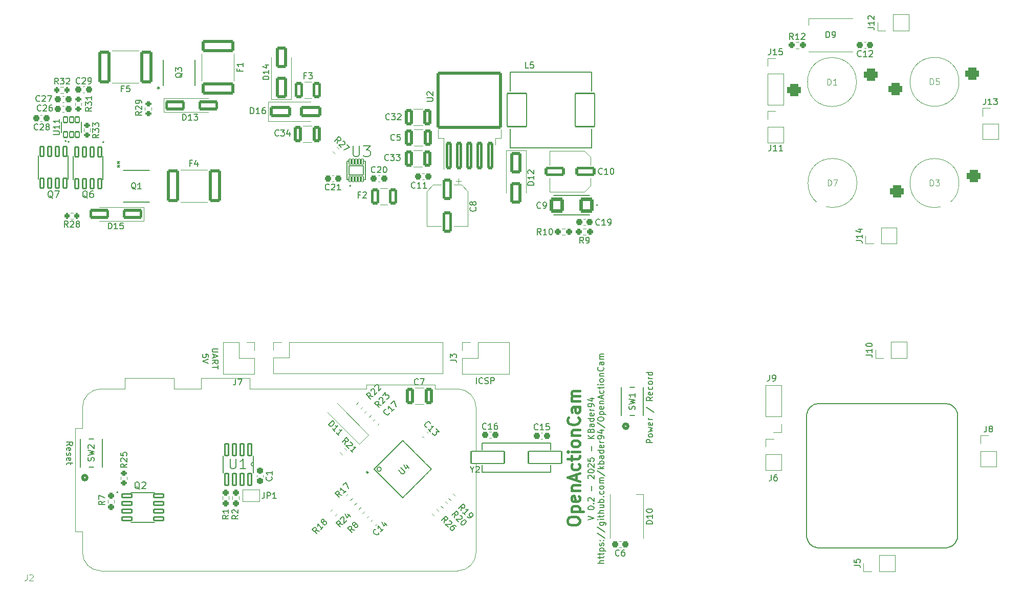
<source format=gto>
G04 #@! TF.GenerationSoftware,KiCad,Pcbnew,7.0.10-7.0.10~ubuntu22.04.1*
G04 #@! TF.CreationDate,2025-04-10T19:03:43-06:00*
G04 #@! TF.ProjectId,OAC,4f41432e-6b69-4636-9164-5f7063625858,rev?*
G04 #@! TF.SameCoordinates,Original*
G04 #@! TF.FileFunction,Legend,Top*
G04 #@! TF.FilePolarity,Positive*
%FSLAX46Y46*%
G04 Gerber Fmt 4.6, Leading zero omitted, Abs format (unit mm)*
G04 Created by KiCad (PCBNEW 7.0.10-7.0.10~ubuntu22.04.1) date 2025-04-10 19:03:43*
%MOMM*%
%LPD*%
G01*
G04 APERTURE LIST*
G04 Aperture macros list*
%AMRoundRect*
0 Rectangle with rounded corners*
0 $1 Rounding radius*
0 $2 $3 $4 $5 $6 $7 $8 $9 X,Y pos of 4 corners*
0 Add a 4 corners polygon primitive as box body*
4,1,4,$2,$3,$4,$5,$6,$7,$8,$9,$2,$3,0*
0 Add four circle primitives for the rounded corners*
1,1,$1+$1,$2,$3*
1,1,$1+$1,$4,$5*
1,1,$1+$1,$6,$7*
1,1,$1+$1,$8,$9*
0 Add four rect primitives between the rounded corners*
20,1,$1+$1,$2,$3,$4,$5,0*
20,1,$1+$1,$4,$5,$6,$7,0*
20,1,$1+$1,$6,$7,$8,$9,0*
20,1,$1+$1,$8,$9,$2,$3,0*%
G04 Aperture macros list end*
%ADD10C,0.150000*%
%ADD11C,0.400000*%
%ADD12C,0.100000*%
%ADD13C,0.120000*%
%ADD14C,0.200000*%
%ADD15C,0.152400*%
%ADD16C,0.254000*%
%ADD17C,0.127000*%
%ADD18C,0.508000*%
%ADD19C,2.750000*%
%ADD20C,2.000000*%
%ADD21C,6.200000*%
%ADD22C,6.000000*%
%ADD23R,1.700000X1.700000*%
%ADD24O,1.700000X1.700000*%
%ADD25RoundRect,0.500000X0.643000X0.500000X-0.643000X0.500000X-0.643000X-0.500000X0.643000X-0.500000X0*%
%ADD26RoundRect,0.102000X-0.335876X-0.724784X0.724784X0.335876X0.335876X0.724784X-0.724784X-0.335876X0*%
%ADD27RoundRect,0.102000X0.335876X-0.724784X0.724784X-0.335876X-0.335876X0.724784X-0.724784X0.335876X0*%
%ADD28RoundRect,0.102000X0.350000X-0.450000X0.350000X0.450000X-0.350000X0.450000X-0.350000X-0.450000X0*%
%ADD29RoundRect,0.250000X-1.400000X-0.600000X1.400000X-0.600000X1.400000X0.600000X-1.400000X0.600000X0*%
%ADD30RoundRect,0.500000X-0.643000X-0.500000X0.643000X-0.500000X0.643000X0.500000X-0.643000X0.500000X0*%
%ADD31RoundRect,0.250000X0.400000X1.075000X-0.400000X1.075000X-0.400000X-1.075000X0.400000X-1.075000X0*%
%ADD32RoundRect,0.237500X0.008839X0.344715X-0.344715X-0.008839X-0.008839X-0.344715X0.344715X0.008839X0*%
%ADD33RoundRect,0.250001X-0.799999X-2.474999X0.799999X-2.474999X0.799999X2.474999X-0.799999X2.474999X0*%
%ADD34RoundRect,0.237500X0.300000X0.237500X-0.300000X0.237500X-0.300000X-0.237500X0.300000X-0.237500X0*%
%ADD35RoundRect,0.069600X0.162400X-0.452400X0.162400X0.452400X-0.162400X0.452400X-0.162400X-0.452400X0*%
%ADD36RoundRect,0.102000X1.175000X-0.750000X1.175000X0.750000X-1.175000X0.750000X-1.175000X-0.750000X0*%
%ADD37RoundRect,0.237500X0.237500X-0.250000X0.237500X0.250000X-0.237500X0.250000X-0.237500X-0.250000X0*%
%ADD38RoundRect,0.237500X0.044194X0.380070X-0.380070X-0.044194X-0.044194X-0.380070X0.380070X0.044194X0*%
%ADD39RoundRect,0.200000X-0.275000X0.200000X-0.275000X-0.200000X0.275000X-0.200000X0.275000X0.200000X0*%
%ADD40RoundRect,0.099250X-0.297750X0.792750X-0.297750X-0.792750X0.297750X-0.792750X0.297750X0.792750X0*%
%ADD41RoundRect,0.250000X-1.500000X-0.650000X1.500000X-0.650000X1.500000X0.650000X-1.500000X0.650000X0*%
%ADD42RoundRect,0.250000X-0.400000X-1.075000X0.400000X-1.075000X0.400000X1.075000X-0.400000X1.075000X0*%
%ADD43RoundRect,0.200000X-0.335876X-0.053033X-0.053033X-0.335876X0.335876X0.053033X0.053033X0.335876X0*%
%ADD44R,1.500000X0.900000*%
%ADD45RoundRect,0.237500X0.250000X0.237500X-0.250000X0.237500X-0.250000X-0.237500X0.250000X-0.237500X0*%
%ADD46R,1.000000X1.500000*%
%ADD47R,0.900000X1.500000*%
%ADD48RoundRect,0.102000X-0.279400X0.990600X-0.279400X-0.990600X0.279400X-0.990600X0.279400X0.990600X0*%
%ADD49RoundRect,0.237500X-0.300000X-0.237500X0.300000X-0.237500X0.300000X0.237500X-0.300000X0.237500X0*%
%ADD50RoundRect,0.250000X0.650000X-1.500000X0.650000X1.500000X-0.650000X1.500000X-0.650000X-1.500000X0*%
%ADD51RoundRect,0.237500X-0.008839X-0.344715X0.344715X0.008839X0.008839X0.344715X-0.344715X-0.008839X0*%
%ADD52R,0.711200X0.990600*%
%ADD53RoundRect,0.250001X-0.462499X-1.074999X0.462499X-1.074999X0.462499X1.074999X-0.462499X1.074999X0*%
%ADD54RoundRect,0.237500X-0.250000X-0.237500X0.250000X-0.237500X0.250000X0.237500X-0.250000X0.237500X0*%
%ADD55RoundRect,0.250000X1.412500X0.550000X-1.412500X0.550000X-1.412500X-0.550000X1.412500X-0.550000X0*%
%ADD56RoundRect,0.250000X-0.650000X1.500000X-0.650000X-1.500000X0.650000X-1.500000X0.650000X1.500000X0*%
%ADD57RoundRect,0.250000X1.400000X0.600000X-1.400000X0.600000X-1.400000X-0.600000X1.400000X-0.600000X0*%
%ADD58RoundRect,0.250000X0.300000X-2.050000X0.300000X2.050000X-0.300000X2.050000X-0.300000X-2.050000X0*%
%ADD59RoundRect,0.250002X5.149998X-4.449998X5.149998X4.449998X-5.149998X4.449998X-5.149998X-4.449998X0*%
%ADD60RoundRect,0.237500X-0.344715X0.008839X0.008839X-0.344715X0.344715X-0.008839X-0.008839X0.344715X0*%
%ADD61RoundRect,0.237500X-0.044194X-0.380070X0.380070X0.044194X0.044194X0.380070X-0.380070X-0.044194X0*%
%ADD62RoundRect,0.250001X-2.474999X0.799999X-2.474999X-0.799999X2.474999X-0.799999X2.474999X0.799999X0*%
%ADD63RoundRect,0.237500X0.237500X-0.300000X0.237500X0.300000X-0.237500X0.300000X-0.237500X-0.300000X0*%
%ADD64R,0.558800X1.460500*%
%ADD65RoundRect,0.250000X-0.550000X1.500000X-0.550000X-1.500000X0.550000X-1.500000X0.550000X1.500000X0*%
%ADD66RoundRect,0.250001X0.799999X2.474999X-0.799999X2.474999X-0.799999X-2.474999X0.799999X-2.474999X0*%
%ADD67RoundRect,0.305500X0.916500X0.956500X-0.916500X0.956500X-0.916500X-0.956500X0.916500X-0.956500X0*%
%ADD68RoundRect,0.237500X-0.380070X0.044194X0.044194X-0.380070X0.380070X-0.044194X-0.044194X0.380070X0*%
%ADD69RoundRect,0.200000X0.200000X0.275000X-0.200000X0.275000X-0.200000X-0.275000X0.200000X-0.275000X0*%
%ADD70RoundRect,0.250000X1.414214X-0.565685X-0.565685X1.414214X-1.414214X0.565685X0.565685X-1.414214X0*%
%ADD71RoundRect,0.237500X-0.237500X0.250000X-0.237500X-0.250000X0.237500X-0.250000X0.237500X0.250000X0*%
%ADD72RoundRect,0.102000X-2.750000X-1.000000X2.750000X-1.000000X2.750000X1.000000X-2.750000X1.000000X0*%
%ADD73RoundRect,0.099250X-0.792750X-0.297750X0.792750X-0.297750X0.792750X0.297750X-0.792750X0.297750X0*%
%ADD74RoundRect,0.102000X-1.625000X-2.750000X1.625000X-2.750000X1.625000X2.750000X-1.625000X2.750000X0*%
%ADD75R,1.460500X0.558800*%
%ADD76RoundRect,0.200000X0.275000X-0.200000X0.275000X0.200000X-0.275000X0.200000X-0.275000X-0.200000X0*%
%ADD77RoundRect,0.200000X-0.200000X-0.275000X0.200000X-0.275000X0.200000X0.275000X-0.200000X0.275000X0*%
%ADD78RoundRect,0.237500X0.344715X-0.008839X-0.008839X0.344715X-0.344715X0.008839X0.008839X-0.344715X0*%
%ADD79RoundRect,0.500000X-0.808223X0.101116X0.101116X-0.808223X0.808223X-0.101116X-0.101116X0.808223X0*%
%ADD80RoundRect,0.250000X-0.412500X-1.100000X0.412500X-1.100000X0.412500X1.100000X-0.412500X1.100000X0*%
%ADD81RoundRect,0.200000X0.335876X0.053033X0.053033X0.335876X-0.335876X-0.053033X-0.053033X-0.335876X0*%
G04 APERTURE END LIST*
D10*
X146400180Y-152214762D02*
X145590657Y-152214762D01*
X145590657Y-152214762D02*
X145495419Y-152262381D01*
X145495419Y-152262381D02*
X145447800Y-152310000D01*
X145447800Y-152310000D02*
X145400180Y-152405238D01*
X145400180Y-152405238D02*
X145400180Y-152595714D01*
X145400180Y-152595714D02*
X145447800Y-152690952D01*
X145447800Y-152690952D02*
X145495419Y-152738571D01*
X145495419Y-152738571D02*
X145590657Y-152786190D01*
X145590657Y-152786190D02*
X146400180Y-152786190D01*
X145685895Y-153214762D02*
X145685895Y-153690952D01*
X145400180Y-153119524D02*
X146400180Y-153452857D01*
X146400180Y-153452857D02*
X145400180Y-153786190D01*
X145400180Y-154690952D02*
X145876371Y-154357619D01*
X145400180Y-154119524D02*
X146400180Y-154119524D01*
X146400180Y-154119524D02*
X146400180Y-154500476D01*
X146400180Y-154500476D02*
X146352561Y-154595714D01*
X146352561Y-154595714D02*
X146304942Y-154643333D01*
X146304942Y-154643333D02*
X146209704Y-154690952D01*
X146209704Y-154690952D02*
X146066847Y-154690952D01*
X146066847Y-154690952D02*
X145971609Y-154643333D01*
X145971609Y-154643333D02*
X145923990Y-154595714D01*
X145923990Y-154595714D02*
X145876371Y-154500476D01*
X145876371Y-154500476D02*
X145876371Y-154119524D01*
X146400180Y-154976667D02*
X146400180Y-155548095D01*
X145400180Y-155262381D02*
X146400180Y-155262381D01*
X144790180Y-153619523D02*
X144790180Y-153143333D01*
X144790180Y-153143333D02*
X144313990Y-153095714D01*
X144313990Y-153095714D02*
X144361609Y-153143333D01*
X144361609Y-153143333D02*
X144409228Y-153238571D01*
X144409228Y-153238571D02*
X144409228Y-153476666D01*
X144409228Y-153476666D02*
X144361609Y-153571904D01*
X144361609Y-153571904D02*
X144313990Y-153619523D01*
X144313990Y-153619523D02*
X144218752Y-153667142D01*
X144218752Y-153667142D02*
X143980657Y-153667142D01*
X143980657Y-153667142D02*
X143885419Y-153619523D01*
X143885419Y-153619523D02*
X143837800Y-153571904D01*
X143837800Y-153571904D02*
X143790180Y-153476666D01*
X143790180Y-153476666D02*
X143790180Y-153238571D01*
X143790180Y-153238571D02*
X143837800Y-153143333D01*
X143837800Y-153143333D02*
X143885419Y-153095714D01*
X144790180Y-153952857D02*
X143790180Y-154286190D01*
X143790180Y-154286190D02*
X144790180Y-154619523D01*
X189086779Y-157989819D02*
X189086779Y-156989819D01*
X190134397Y-157894580D02*
X190086778Y-157942200D01*
X190086778Y-157942200D02*
X189943921Y-157989819D01*
X189943921Y-157989819D02*
X189848683Y-157989819D01*
X189848683Y-157989819D02*
X189705826Y-157942200D01*
X189705826Y-157942200D02*
X189610588Y-157846961D01*
X189610588Y-157846961D02*
X189562969Y-157751723D01*
X189562969Y-157751723D02*
X189515350Y-157561247D01*
X189515350Y-157561247D02*
X189515350Y-157418390D01*
X189515350Y-157418390D02*
X189562969Y-157227914D01*
X189562969Y-157227914D02*
X189610588Y-157132676D01*
X189610588Y-157132676D02*
X189705826Y-157037438D01*
X189705826Y-157037438D02*
X189848683Y-156989819D01*
X189848683Y-156989819D02*
X189943921Y-156989819D01*
X189943921Y-156989819D02*
X190086778Y-157037438D01*
X190086778Y-157037438D02*
X190134397Y-157085057D01*
X190515350Y-157942200D02*
X190658207Y-157989819D01*
X190658207Y-157989819D02*
X190896302Y-157989819D01*
X190896302Y-157989819D02*
X190991540Y-157942200D01*
X190991540Y-157942200D02*
X191039159Y-157894580D01*
X191039159Y-157894580D02*
X191086778Y-157799342D01*
X191086778Y-157799342D02*
X191086778Y-157704104D01*
X191086778Y-157704104D02*
X191039159Y-157608866D01*
X191039159Y-157608866D02*
X190991540Y-157561247D01*
X190991540Y-157561247D02*
X190896302Y-157513628D01*
X190896302Y-157513628D02*
X190705826Y-157466009D01*
X190705826Y-157466009D02*
X190610588Y-157418390D01*
X190610588Y-157418390D02*
X190562969Y-157370771D01*
X190562969Y-157370771D02*
X190515350Y-157275533D01*
X190515350Y-157275533D02*
X190515350Y-157180295D01*
X190515350Y-157180295D02*
X190562969Y-157085057D01*
X190562969Y-157085057D02*
X190610588Y-157037438D01*
X190610588Y-157037438D02*
X190705826Y-156989819D01*
X190705826Y-156989819D02*
X190943921Y-156989819D01*
X190943921Y-156989819D02*
X191086778Y-157037438D01*
X191515350Y-157989819D02*
X191515350Y-156989819D01*
X191515350Y-156989819D02*
X191896302Y-156989819D01*
X191896302Y-156989819D02*
X191991540Y-157037438D01*
X191991540Y-157037438D02*
X192039159Y-157085057D01*
X192039159Y-157085057D02*
X192086778Y-157180295D01*
X192086778Y-157180295D02*
X192086778Y-157323152D01*
X192086778Y-157323152D02*
X192039159Y-157418390D01*
X192039159Y-157418390D02*
X191991540Y-157466009D01*
X191991540Y-157466009D02*
X191896302Y-157513628D01*
X191896302Y-157513628D02*
X191515350Y-157513628D01*
X207559819Y-180556666D02*
X208559819Y-180223333D01*
X208559819Y-180223333D02*
X207559819Y-179890000D01*
X207559819Y-178604285D02*
X207559819Y-178509047D01*
X207559819Y-178509047D02*
X207607438Y-178413809D01*
X207607438Y-178413809D02*
X207655057Y-178366190D01*
X207655057Y-178366190D02*
X207750295Y-178318571D01*
X207750295Y-178318571D02*
X207940771Y-178270952D01*
X207940771Y-178270952D02*
X208178866Y-178270952D01*
X208178866Y-178270952D02*
X208369342Y-178318571D01*
X208369342Y-178318571D02*
X208464580Y-178366190D01*
X208464580Y-178366190D02*
X208512200Y-178413809D01*
X208512200Y-178413809D02*
X208559819Y-178509047D01*
X208559819Y-178509047D02*
X208559819Y-178604285D01*
X208559819Y-178604285D02*
X208512200Y-178699523D01*
X208512200Y-178699523D02*
X208464580Y-178747142D01*
X208464580Y-178747142D02*
X208369342Y-178794761D01*
X208369342Y-178794761D02*
X208178866Y-178842380D01*
X208178866Y-178842380D02*
X207940771Y-178842380D01*
X207940771Y-178842380D02*
X207750295Y-178794761D01*
X207750295Y-178794761D02*
X207655057Y-178747142D01*
X207655057Y-178747142D02*
X207607438Y-178699523D01*
X207607438Y-178699523D02*
X207559819Y-178604285D01*
X208464580Y-177842380D02*
X208512200Y-177794761D01*
X208512200Y-177794761D02*
X208559819Y-177842380D01*
X208559819Y-177842380D02*
X208512200Y-177889999D01*
X208512200Y-177889999D02*
X208464580Y-177842380D01*
X208464580Y-177842380D02*
X208559819Y-177842380D01*
X207655057Y-177413809D02*
X207607438Y-177366190D01*
X207607438Y-177366190D02*
X207559819Y-177270952D01*
X207559819Y-177270952D02*
X207559819Y-177032857D01*
X207559819Y-177032857D02*
X207607438Y-176937619D01*
X207607438Y-176937619D02*
X207655057Y-176890000D01*
X207655057Y-176890000D02*
X207750295Y-176842381D01*
X207750295Y-176842381D02*
X207845533Y-176842381D01*
X207845533Y-176842381D02*
X207988390Y-176890000D01*
X207988390Y-176890000D02*
X208559819Y-177461428D01*
X208559819Y-177461428D02*
X208559819Y-176842381D01*
X208178866Y-175651904D02*
X208178866Y-174890000D01*
X207655057Y-173699523D02*
X207607438Y-173651904D01*
X207607438Y-173651904D02*
X207559819Y-173556666D01*
X207559819Y-173556666D02*
X207559819Y-173318571D01*
X207559819Y-173318571D02*
X207607438Y-173223333D01*
X207607438Y-173223333D02*
X207655057Y-173175714D01*
X207655057Y-173175714D02*
X207750295Y-173128095D01*
X207750295Y-173128095D02*
X207845533Y-173128095D01*
X207845533Y-173128095D02*
X207988390Y-173175714D01*
X207988390Y-173175714D02*
X208559819Y-173747142D01*
X208559819Y-173747142D02*
X208559819Y-173128095D01*
X207559819Y-172509047D02*
X207559819Y-172413809D01*
X207559819Y-172413809D02*
X207607438Y-172318571D01*
X207607438Y-172318571D02*
X207655057Y-172270952D01*
X207655057Y-172270952D02*
X207750295Y-172223333D01*
X207750295Y-172223333D02*
X207940771Y-172175714D01*
X207940771Y-172175714D02*
X208178866Y-172175714D01*
X208178866Y-172175714D02*
X208369342Y-172223333D01*
X208369342Y-172223333D02*
X208464580Y-172270952D01*
X208464580Y-172270952D02*
X208512200Y-172318571D01*
X208512200Y-172318571D02*
X208559819Y-172413809D01*
X208559819Y-172413809D02*
X208559819Y-172509047D01*
X208559819Y-172509047D02*
X208512200Y-172604285D01*
X208512200Y-172604285D02*
X208464580Y-172651904D01*
X208464580Y-172651904D02*
X208369342Y-172699523D01*
X208369342Y-172699523D02*
X208178866Y-172747142D01*
X208178866Y-172747142D02*
X207940771Y-172747142D01*
X207940771Y-172747142D02*
X207750295Y-172699523D01*
X207750295Y-172699523D02*
X207655057Y-172651904D01*
X207655057Y-172651904D02*
X207607438Y-172604285D01*
X207607438Y-172604285D02*
X207559819Y-172509047D01*
X207655057Y-171794761D02*
X207607438Y-171747142D01*
X207607438Y-171747142D02*
X207559819Y-171651904D01*
X207559819Y-171651904D02*
X207559819Y-171413809D01*
X207559819Y-171413809D02*
X207607438Y-171318571D01*
X207607438Y-171318571D02*
X207655057Y-171270952D01*
X207655057Y-171270952D02*
X207750295Y-171223333D01*
X207750295Y-171223333D02*
X207845533Y-171223333D01*
X207845533Y-171223333D02*
X207988390Y-171270952D01*
X207988390Y-171270952D02*
X208559819Y-171842380D01*
X208559819Y-171842380D02*
X208559819Y-171223333D01*
X207559819Y-170318571D02*
X207559819Y-170794761D01*
X207559819Y-170794761D02*
X208036009Y-170842380D01*
X208036009Y-170842380D02*
X207988390Y-170794761D01*
X207988390Y-170794761D02*
X207940771Y-170699523D01*
X207940771Y-170699523D02*
X207940771Y-170461428D01*
X207940771Y-170461428D02*
X207988390Y-170366190D01*
X207988390Y-170366190D02*
X208036009Y-170318571D01*
X208036009Y-170318571D02*
X208131247Y-170270952D01*
X208131247Y-170270952D02*
X208369342Y-170270952D01*
X208369342Y-170270952D02*
X208464580Y-170318571D01*
X208464580Y-170318571D02*
X208512200Y-170366190D01*
X208512200Y-170366190D02*
X208559819Y-170461428D01*
X208559819Y-170461428D02*
X208559819Y-170699523D01*
X208559819Y-170699523D02*
X208512200Y-170794761D01*
X208512200Y-170794761D02*
X208464580Y-170842380D01*
X208178866Y-169080475D02*
X208178866Y-168318571D01*
X208559819Y-167080475D02*
X207559819Y-167080475D01*
X208559819Y-166509047D02*
X207988390Y-166937618D01*
X207559819Y-166509047D02*
X208131247Y-167080475D01*
X208036009Y-165747142D02*
X208083628Y-165604285D01*
X208083628Y-165604285D02*
X208131247Y-165556666D01*
X208131247Y-165556666D02*
X208226485Y-165509047D01*
X208226485Y-165509047D02*
X208369342Y-165509047D01*
X208369342Y-165509047D02*
X208464580Y-165556666D01*
X208464580Y-165556666D02*
X208512200Y-165604285D01*
X208512200Y-165604285D02*
X208559819Y-165699523D01*
X208559819Y-165699523D02*
X208559819Y-166080475D01*
X208559819Y-166080475D02*
X207559819Y-166080475D01*
X207559819Y-166080475D02*
X207559819Y-165747142D01*
X207559819Y-165747142D02*
X207607438Y-165651904D01*
X207607438Y-165651904D02*
X207655057Y-165604285D01*
X207655057Y-165604285D02*
X207750295Y-165556666D01*
X207750295Y-165556666D02*
X207845533Y-165556666D01*
X207845533Y-165556666D02*
X207940771Y-165604285D01*
X207940771Y-165604285D02*
X207988390Y-165651904D01*
X207988390Y-165651904D02*
X208036009Y-165747142D01*
X208036009Y-165747142D02*
X208036009Y-166080475D01*
X208559819Y-164651904D02*
X208036009Y-164651904D01*
X208036009Y-164651904D02*
X207940771Y-164699523D01*
X207940771Y-164699523D02*
X207893152Y-164794761D01*
X207893152Y-164794761D02*
X207893152Y-164985237D01*
X207893152Y-164985237D02*
X207940771Y-165080475D01*
X208512200Y-164651904D02*
X208559819Y-164747142D01*
X208559819Y-164747142D02*
X208559819Y-164985237D01*
X208559819Y-164985237D02*
X208512200Y-165080475D01*
X208512200Y-165080475D02*
X208416961Y-165128094D01*
X208416961Y-165128094D02*
X208321723Y-165128094D01*
X208321723Y-165128094D02*
X208226485Y-165080475D01*
X208226485Y-165080475D02*
X208178866Y-164985237D01*
X208178866Y-164985237D02*
X208178866Y-164747142D01*
X208178866Y-164747142D02*
X208131247Y-164651904D01*
X208559819Y-163747142D02*
X207559819Y-163747142D01*
X208512200Y-163747142D02*
X208559819Y-163842380D01*
X208559819Y-163842380D02*
X208559819Y-164032856D01*
X208559819Y-164032856D02*
X208512200Y-164128094D01*
X208512200Y-164128094D02*
X208464580Y-164175713D01*
X208464580Y-164175713D02*
X208369342Y-164223332D01*
X208369342Y-164223332D02*
X208083628Y-164223332D01*
X208083628Y-164223332D02*
X207988390Y-164175713D01*
X207988390Y-164175713D02*
X207940771Y-164128094D01*
X207940771Y-164128094D02*
X207893152Y-164032856D01*
X207893152Y-164032856D02*
X207893152Y-163842380D01*
X207893152Y-163842380D02*
X207940771Y-163747142D01*
X208512200Y-162889999D02*
X208559819Y-162985237D01*
X208559819Y-162985237D02*
X208559819Y-163175713D01*
X208559819Y-163175713D02*
X208512200Y-163270951D01*
X208512200Y-163270951D02*
X208416961Y-163318570D01*
X208416961Y-163318570D02*
X208036009Y-163318570D01*
X208036009Y-163318570D02*
X207940771Y-163270951D01*
X207940771Y-163270951D02*
X207893152Y-163175713D01*
X207893152Y-163175713D02*
X207893152Y-162985237D01*
X207893152Y-162985237D02*
X207940771Y-162889999D01*
X207940771Y-162889999D02*
X208036009Y-162842380D01*
X208036009Y-162842380D02*
X208131247Y-162842380D01*
X208131247Y-162842380D02*
X208226485Y-163318570D01*
X208559819Y-162413808D02*
X207893152Y-162413808D01*
X208083628Y-162413808D02*
X207988390Y-162366189D01*
X207988390Y-162366189D02*
X207940771Y-162318570D01*
X207940771Y-162318570D02*
X207893152Y-162223332D01*
X207893152Y-162223332D02*
X207893152Y-162128094D01*
X208559819Y-161747141D02*
X208559819Y-161556665D01*
X208559819Y-161556665D02*
X208512200Y-161461427D01*
X208512200Y-161461427D02*
X208464580Y-161413808D01*
X208464580Y-161413808D02*
X208321723Y-161318570D01*
X208321723Y-161318570D02*
X208131247Y-161270951D01*
X208131247Y-161270951D02*
X207750295Y-161270951D01*
X207750295Y-161270951D02*
X207655057Y-161318570D01*
X207655057Y-161318570D02*
X207607438Y-161366189D01*
X207607438Y-161366189D02*
X207559819Y-161461427D01*
X207559819Y-161461427D02*
X207559819Y-161651903D01*
X207559819Y-161651903D02*
X207607438Y-161747141D01*
X207607438Y-161747141D02*
X207655057Y-161794760D01*
X207655057Y-161794760D02*
X207750295Y-161842379D01*
X207750295Y-161842379D02*
X207988390Y-161842379D01*
X207988390Y-161842379D02*
X208083628Y-161794760D01*
X208083628Y-161794760D02*
X208131247Y-161747141D01*
X208131247Y-161747141D02*
X208178866Y-161651903D01*
X208178866Y-161651903D02*
X208178866Y-161461427D01*
X208178866Y-161461427D02*
X208131247Y-161366189D01*
X208131247Y-161366189D02*
X208083628Y-161318570D01*
X208083628Y-161318570D02*
X207988390Y-161270951D01*
X207893152Y-160413808D02*
X208559819Y-160413808D01*
X207512200Y-160651903D02*
X208226485Y-160889998D01*
X208226485Y-160889998D02*
X208226485Y-160270951D01*
X210169819Y-187699524D02*
X209169819Y-187699524D01*
X210169819Y-187270953D02*
X209646009Y-187270953D01*
X209646009Y-187270953D02*
X209550771Y-187318572D01*
X209550771Y-187318572D02*
X209503152Y-187413810D01*
X209503152Y-187413810D02*
X209503152Y-187556667D01*
X209503152Y-187556667D02*
X209550771Y-187651905D01*
X209550771Y-187651905D02*
X209598390Y-187699524D01*
X209503152Y-186937619D02*
X209503152Y-186556667D01*
X209169819Y-186794762D02*
X210026961Y-186794762D01*
X210026961Y-186794762D02*
X210122200Y-186747143D01*
X210122200Y-186747143D02*
X210169819Y-186651905D01*
X210169819Y-186651905D02*
X210169819Y-186556667D01*
X209503152Y-186366190D02*
X209503152Y-185985238D01*
X209169819Y-186223333D02*
X210026961Y-186223333D01*
X210026961Y-186223333D02*
X210122200Y-186175714D01*
X210122200Y-186175714D02*
X210169819Y-186080476D01*
X210169819Y-186080476D02*
X210169819Y-185985238D01*
X209503152Y-185651904D02*
X210503152Y-185651904D01*
X209550771Y-185651904D02*
X209503152Y-185556666D01*
X209503152Y-185556666D02*
X209503152Y-185366190D01*
X209503152Y-185366190D02*
X209550771Y-185270952D01*
X209550771Y-185270952D02*
X209598390Y-185223333D01*
X209598390Y-185223333D02*
X209693628Y-185175714D01*
X209693628Y-185175714D02*
X209979342Y-185175714D01*
X209979342Y-185175714D02*
X210074580Y-185223333D01*
X210074580Y-185223333D02*
X210122200Y-185270952D01*
X210122200Y-185270952D02*
X210169819Y-185366190D01*
X210169819Y-185366190D02*
X210169819Y-185556666D01*
X210169819Y-185556666D02*
X210122200Y-185651904D01*
X210122200Y-184794761D02*
X210169819Y-184699523D01*
X210169819Y-184699523D02*
X210169819Y-184509047D01*
X210169819Y-184509047D02*
X210122200Y-184413809D01*
X210122200Y-184413809D02*
X210026961Y-184366190D01*
X210026961Y-184366190D02*
X209979342Y-184366190D01*
X209979342Y-184366190D02*
X209884104Y-184413809D01*
X209884104Y-184413809D02*
X209836485Y-184509047D01*
X209836485Y-184509047D02*
X209836485Y-184651904D01*
X209836485Y-184651904D02*
X209788866Y-184747142D01*
X209788866Y-184747142D02*
X209693628Y-184794761D01*
X209693628Y-184794761D02*
X209646009Y-184794761D01*
X209646009Y-184794761D02*
X209550771Y-184747142D01*
X209550771Y-184747142D02*
X209503152Y-184651904D01*
X209503152Y-184651904D02*
X209503152Y-184509047D01*
X209503152Y-184509047D02*
X209550771Y-184413809D01*
X210074580Y-183937618D02*
X210122200Y-183889999D01*
X210122200Y-183889999D02*
X210169819Y-183937618D01*
X210169819Y-183937618D02*
X210122200Y-183985237D01*
X210122200Y-183985237D02*
X210074580Y-183937618D01*
X210074580Y-183937618D02*
X210169819Y-183937618D01*
X209550771Y-183937618D02*
X209598390Y-183889999D01*
X209598390Y-183889999D02*
X209646009Y-183937618D01*
X209646009Y-183937618D02*
X209598390Y-183985237D01*
X209598390Y-183985237D02*
X209550771Y-183937618D01*
X209550771Y-183937618D02*
X209646009Y-183937618D01*
X209122200Y-182747143D02*
X210407914Y-183604285D01*
X209122200Y-181699524D02*
X210407914Y-182556666D01*
X209503152Y-180937619D02*
X210312676Y-180937619D01*
X210312676Y-180937619D02*
X210407914Y-180985238D01*
X210407914Y-180985238D02*
X210455533Y-181032857D01*
X210455533Y-181032857D02*
X210503152Y-181128095D01*
X210503152Y-181128095D02*
X210503152Y-181270952D01*
X210503152Y-181270952D02*
X210455533Y-181366190D01*
X210122200Y-180937619D02*
X210169819Y-181032857D01*
X210169819Y-181032857D02*
X210169819Y-181223333D01*
X210169819Y-181223333D02*
X210122200Y-181318571D01*
X210122200Y-181318571D02*
X210074580Y-181366190D01*
X210074580Y-181366190D02*
X209979342Y-181413809D01*
X209979342Y-181413809D02*
X209693628Y-181413809D01*
X209693628Y-181413809D02*
X209598390Y-181366190D01*
X209598390Y-181366190D02*
X209550771Y-181318571D01*
X209550771Y-181318571D02*
X209503152Y-181223333D01*
X209503152Y-181223333D02*
X209503152Y-181032857D01*
X209503152Y-181032857D02*
X209550771Y-180937619D01*
X210169819Y-180461428D02*
X209503152Y-180461428D01*
X209169819Y-180461428D02*
X209217438Y-180509047D01*
X209217438Y-180509047D02*
X209265057Y-180461428D01*
X209265057Y-180461428D02*
X209217438Y-180413809D01*
X209217438Y-180413809D02*
X209169819Y-180461428D01*
X209169819Y-180461428D02*
X209265057Y-180461428D01*
X209503152Y-180128095D02*
X209503152Y-179747143D01*
X209169819Y-179985238D02*
X210026961Y-179985238D01*
X210026961Y-179985238D02*
X210122200Y-179937619D01*
X210122200Y-179937619D02*
X210169819Y-179842381D01*
X210169819Y-179842381D02*
X210169819Y-179747143D01*
X210169819Y-179413809D02*
X209169819Y-179413809D01*
X210169819Y-178985238D02*
X209646009Y-178985238D01*
X209646009Y-178985238D02*
X209550771Y-179032857D01*
X209550771Y-179032857D02*
X209503152Y-179128095D01*
X209503152Y-179128095D02*
X209503152Y-179270952D01*
X209503152Y-179270952D02*
X209550771Y-179366190D01*
X209550771Y-179366190D02*
X209598390Y-179413809D01*
X209503152Y-178080476D02*
X210169819Y-178080476D01*
X209503152Y-178509047D02*
X210026961Y-178509047D01*
X210026961Y-178509047D02*
X210122200Y-178461428D01*
X210122200Y-178461428D02*
X210169819Y-178366190D01*
X210169819Y-178366190D02*
X210169819Y-178223333D01*
X210169819Y-178223333D02*
X210122200Y-178128095D01*
X210122200Y-178128095D02*
X210074580Y-178080476D01*
X210169819Y-177604285D02*
X209169819Y-177604285D01*
X209550771Y-177604285D02*
X209503152Y-177509047D01*
X209503152Y-177509047D02*
X209503152Y-177318571D01*
X209503152Y-177318571D02*
X209550771Y-177223333D01*
X209550771Y-177223333D02*
X209598390Y-177175714D01*
X209598390Y-177175714D02*
X209693628Y-177128095D01*
X209693628Y-177128095D02*
X209979342Y-177128095D01*
X209979342Y-177128095D02*
X210074580Y-177175714D01*
X210074580Y-177175714D02*
X210122200Y-177223333D01*
X210122200Y-177223333D02*
X210169819Y-177318571D01*
X210169819Y-177318571D02*
X210169819Y-177509047D01*
X210169819Y-177509047D02*
X210122200Y-177604285D01*
X210074580Y-176699523D02*
X210122200Y-176651904D01*
X210122200Y-176651904D02*
X210169819Y-176699523D01*
X210169819Y-176699523D02*
X210122200Y-176747142D01*
X210122200Y-176747142D02*
X210074580Y-176699523D01*
X210074580Y-176699523D02*
X210169819Y-176699523D01*
X210122200Y-175794762D02*
X210169819Y-175890000D01*
X210169819Y-175890000D02*
X210169819Y-176080476D01*
X210169819Y-176080476D02*
X210122200Y-176175714D01*
X210122200Y-176175714D02*
X210074580Y-176223333D01*
X210074580Y-176223333D02*
X209979342Y-176270952D01*
X209979342Y-176270952D02*
X209693628Y-176270952D01*
X209693628Y-176270952D02*
X209598390Y-176223333D01*
X209598390Y-176223333D02*
X209550771Y-176175714D01*
X209550771Y-176175714D02*
X209503152Y-176080476D01*
X209503152Y-176080476D02*
X209503152Y-175890000D01*
X209503152Y-175890000D02*
X209550771Y-175794762D01*
X210169819Y-175223333D02*
X210122200Y-175318571D01*
X210122200Y-175318571D02*
X210074580Y-175366190D01*
X210074580Y-175366190D02*
X209979342Y-175413809D01*
X209979342Y-175413809D02*
X209693628Y-175413809D01*
X209693628Y-175413809D02*
X209598390Y-175366190D01*
X209598390Y-175366190D02*
X209550771Y-175318571D01*
X209550771Y-175318571D02*
X209503152Y-175223333D01*
X209503152Y-175223333D02*
X209503152Y-175080476D01*
X209503152Y-175080476D02*
X209550771Y-174985238D01*
X209550771Y-174985238D02*
X209598390Y-174937619D01*
X209598390Y-174937619D02*
X209693628Y-174890000D01*
X209693628Y-174890000D02*
X209979342Y-174890000D01*
X209979342Y-174890000D02*
X210074580Y-174937619D01*
X210074580Y-174937619D02*
X210122200Y-174985238D01*
X210122200Y-174985238D02*
X210169819Y-175080476D01*
X210169819Y-175080476D02*
X210169819Y-175223333D01*
X210169819Y-174461428D02*
X209503152Y-174461428D01*
X209598390Y-174461428D02*
X209550771Y-174413809D01*
X209550771Y-174413809D02*
X209503152Y-174318571D01*
X209503152Y-174318571D02*
X209503152Y-174175714D01*
X209503152Y-174175714D02*
X209550771Y-174080476D01*
X209550771Y-174080476D02*
X209646009Y-174032857D01*
X209646009Y-174032857D02*
X210169819Y-174032857D01*
X209646009Y-174032857D02*
X209550771Y-173985238D01*
X209550771Y-173985238D02*
X209503152Y-173890000D01*
X209503152Y-173890000D02*
X209503152Y-173747143D01*
X209503152Y-173747143D02*
X209550771Y-173651904D01*
X209550771Y-173651904D02*
X209646009Y-173604285D01*
X209646009Y-173604285D02*
X210169819Y-173604285D01*
X209122200Y-172413810D02*
X210407914Y-173270952D01*
X210169819Y-172080476D02*
X209169819Y-172080476D01*
X209788866Y-171985238D02*
X210169819Y-171699524D01*
X209503152Y-171699524D02*
X209884104Y-172080476D01*
X210169819Y-171270952D02*
X209169819Y-171270952D01*
X209550771Y-171270952D02*
X209503152Y-171175714D01*
X209503152Y-171175714D02*
X209503152Y-170985238D01*
X209503152Y-170985238D02*
X209550771Y-170890000D01*
X209550771Y-170890000D02*
X209598390Y-170842381D01*
X209598390Y-170842381D02*
X209693628Y-170794762D01*
X209693628Y-170794762D02*
X209979342Y-170794762D01*
X209979342Y-170794762D02*
X210074580Y-170842381D01*
X210074580Y-170842381D02*
X210122200Y-170890000D01*
X210122200Y-170890000D02*
X210169819Y-170985238D01*
X210169819Y-170985238D02*
X210169819Y-171175714D01*
X210169819Y-171175714D02*
X210122200Y-171270952D01*
X210169819Y-169937619D02*
X209646009Y-169937619D01*
X209646009Y-169937619D02*
X209550771Y-169985238D01*
X209550771Y-169985238D02*
X209503152Y-170080476D01*
X209503152Y-170080476D02*
X209503152Y-170270952D01*
X209503152Y-170270952D02*
X209550771Y-170366190D01*
X210122200Y-169937619D02*
X210169819Y-170032857D01*
X210169819Y-170032857D02*
X210169819Y-170270952D01*
X210169819Y-170270952D02*
X210122200Y-170366190D01*
X210122200Y-170366190D02*
X210026961Y-170413809D01*
X210026961Y-170413809D02*
X209931723Y-170413809D01*
X209931723Y-170413809D02*
X209836485Y-170366190D01*
X209836485Y-170366190D02*
X209788866Y-170270952D01*
X209788866Y-170270952D02*
X209788866Y-170032857D01*
X209788866Y-170032857D02*
X209741247Y-169937619D01*
X210169819Y-169032857D02*
X209169819Y-169032857D01*
X210122200Y-169032857D02*
X210169819Y-169128095D01*
X210169819Y-169128095D02*
X210169819Y-169318571D01*
X210169819Y-169318571D02*
X210122200Y-169413809D01*
X210122200Y-169413809D02*
X210074580Y-169461428D01*
X210074580Y-169461428D02*
X209979342Y-169509047D01*
X209979342Y-169509047D02*
X209693628Y-169509047D01*
X209693628Y-169509047D02*
X209598390Y-169461428D01*
X209598390Y-169461428D02*
X209550771Y-169413809D01*
X209550771Y-169413809D02*
X209503152Y-169318571D01*
X209503152Y-169318571D02*
X209503152Y-169128095D01*
X209503152Y-169128095D02*
X209550771Y-169032857D01*
X210122200Y-168175714D02*
X210169819Y-168270952D01*
X210169819Y-168270952D02*
X210169819Y-168461428D01*
X210169819Y-168461428D02*
X210122200Y-168556666D01*
X210122200Y-168556666D02*
X210026961Y-168604285D01*
X210026961Y-168604285D02*
X209646009Y-168604285D01*
X209646009Y-168604285D02*
X209550771Y-168556666D01*
X209550771Y-168556666D02*
X209503152Y-168461428D01*
X209503152Y-168461428D02*
X209503152Y-168270952D01*
X209503152Y-168270952D02*
X209550771Y-168175714D01*
X209550771Y-168175714D02*
X209646009Y-168128095D01*
X209646009Y-168128095D02*
X209741247Y-168128095D01*
X209741247Y-168128095D02*
X209836485Y-168604285D01*
X210169819Y-167699523D02*
X209503152Y-167699523D01*
X209693628Y-167699523D02*
X209598390Y-167651904D01*
X209598390Y-167651904D02*
X209550771Y-167604285D01*
X209550771Y-167604285D02*
X209503152Y-167509047D01*
X209503152Y-167509047D02*
X209503152Y-167413809D01*
X210169819Y-167032856D02*
X210169819Y-166842380D01*
X210169819Y-166842380D02*
X210122200Y-166747142D01*
X210122200Y-166747142D02*
X210074580Y-166699523D01*
X210074580Y-166699523D02*
X209931723Y-166604285D01*
X209931723Y-166604285D02*
X209741247Y-166556666D01*
X209741247Y-166556666D02*
X209360295Y-166556666D01*
X209360295Y-166556666D02*
X209265057Y-166604285D01*
X209265057Y-166604285D02*
X209217438Y-166651904D01*
X209217438Y-166651904D02*
X209169819Y-166747142D01*
X209169819Y-166747142D02*
X209169819Y-166937618D01*
X209169819Y-166937618D02*
X209217438Y-167032856D01*
X209217438Y-167032856D02*
X209265057Y-167080475D01*
X209265057Y-167080475D02*
X209360295Y-167128094D01*
X209360295Y-167128094D02*
X209598390Y-167128094D01*
X209598390Y-167128094D02*
X209693628Y-167080475D01*
X209693628Y-167080475D02*
X209741247Y-167032856D01*
X209741247Y-167032856D02*
X209788866Y-166937618D01*
X209788866Y-166937618D02*
X209788866Y-166747142D01*
X209788866Y-166747142D02*
X209741247Y-166651904D01*
X209741247Y-166651904D02*
X209693628Y-166604285D01*
X209693628Y-166604285D02*
X209598390Y-166556666D01*
X209503152Y-165699523D02*
X210169819Y-165699523D01*
X209122200Y-165937618D02*
X209836485Y-166175713D01*
X209836485Y-166175713D02*
X209836485Y-165556666D01*
X209122200Y-164461428D02*
X210407914Y-165318570D01*
X209169819Y-163937618D02*
X209169819Y-163747142D01*
X209169819Y-163747142D02*
X209217438Y-163651904D01*
X209217438Y-163651904D02*
X209312676Y-163556666D01*
X209312676Y-163556666D02*
X209503152Y-163509047D01*
X209503152Y-163509047D02*
X209836485Y-163509047D01*
X209836485Y-163509047D02*
X210026961Y-163556666D01*
X210026961Y-163556666D02*
X210122200Y-163651904D01*
X210122200Y-163651904D02*
X210169819Y-163747142D01*
X210169819Y-163747142D02*
X210169819Y-163937618D01*
X210169819Y-163937618D02*
X210122200Y-164032856D01*
X210122200Y-164032856D02*
X210026961Y-164128094D01*
X210026961Y-164128094D02*
X209836485Y-164175713D01*
X209836485Y-164175713D02*
X209503152Y-164175713D01*
X209503152Y-164175713D02*
X209312676Y-164128094D01*
X209312676Y-164128094D02*
X209217438Y-164032856D01*
X209217438Y-164032856D02*
X209169819Y-163937618D01*
X209503152Y-163080475D02*
X210503152Y-163080475D01*
X209550771Y-163080475D02*
X209503152Y-162985237D01*
X209503152Y-162985237D02*
X209503152Y-162794761D01*
X209503152Y-162794761D02*
X209550771Y-162699523D01*
X209550771Y-162699523D02*
X209598390Y-162651904D01*
X209598390Y-162651904D02*
X209693628Y-162604285D01*
X209693628Y-162604285D02*
X209979342Y-162604285D01*
X209979342Y-162604285D02*
X210074580Y-162651904D01*
X210074580Y-162651904D02*
X210122200Y-162699523D01*
X210122200Y-162699523D02*
X210169819Y-162794761D01*
X210169819Y-162794761D02*
X210169819Y-162985237D01*
X210169819Y-162985237D02*
X210122200Y-163080475D01*
X210122200Y-161794761D02*
X210169819Y-161889999D01*
X210169819Y-161889999D02*
X210169819Y-162080475D01*
X210169819Y-162080475D02*
X210122200Y-162175713D01*
X210122200Y-162175713D02*
X210026961Y-162223332D01*
X210026961Y-162223332D02*
X209646009Y-162223332D01*
X209646009Y-162223332D02*
X209550771Y-162175713D01*
X209550771Y-162175713D02*
X209503152Y-162080475D01*
X209503152Y-162080475D02*
X209503152Y-161889999D01*
X209503152Y-161889999D02*
X209550771Y-161794761D01*
X209550771Y-161794761D02*
X209646009Y-161747142D01*
X209646009Y-161747142D02*
X209741247Y-161747142D01*
X209741247Y-161747142D02*
X209836485Y-162223332D01*
X209503152Y-161318570D02*
X210169819Y-161318570D01*
X209598390Y-161318570D02*
X209550771Y-161270951D01*
X209550771Y-161270951D02*
X209503152Y-161175713D01*
X209503152Y-161175713D02*
X209503152Y-161032856D01*
X209503152Y-161032856D02*
X209550771Y-160937618D01*
X209550771Y-160937618D02*
X209646009Y-160889999D01*
X209646009Y-160889999D02*
X210169819Y-160889999D01*
X209884104Y-160461427D02*
X209884104Y-159985237D01*
X210169819Y-160556665D02*
X209169819Y-160223332D01*
X209169819Y-160223332D02*
X210169819Y-159889999D01*
X210122200Y-159128094D02*
X210169819Y-159223332D01*
X210169819Y-159223332D02*
X210169819Y-159413808D01*
X210169819Y-159413808D02*
X210122200Y-159509046D01*
X210122200Y-159509046D02*
X210074580Y-159556665D01*
X210074580Y-159556665D02*
X209979342Y-159604284D01*
X209979342Y-159604284D02*
X209693628Y-159604284D01*
X209693628Y-159604284D02*
X209598390Y-159556665D01*
X209598390Y-159556665D02*
X209550771Y-159509046D01*
X209550771Y-159509046D02*
X209503152Y-159413808D01*
X209503152Y-159413808D02*
X209503152Y-159223332D01*
X209503152Y-159223332D02*
X209550771Y-159128094D01*
X209503152Y-158842379D02*
X209503152Y-158461427D01*
X209169819Y-158699522D02*
X210026961Y-158699522D01*
X210026961Y-158699522D02*
X210122200Y-158651903D01*
X210122200Y-158651903D02*
X210169819Y-158556665D01*
X210169819Y-158556665D02*
X210169819Y-158461427D01*
X210169819Y-158128093D02*
X209503152Y-158128093D01*
X209169819Y-158128093D02*
X209217438Y-158175712D01*
X209217438Y-158175712D02*
X209265057Y-158128093D01*
X209265057Y-158128093D02*
X209217438Y-158080474D01*
X209217438Y-158080474D02*
X209169819Y-158128093D01*
X209169819Y-158128093D02*
X209265057Y-158128093D01*
X210169819Y-157509046D02*
X210122200Y-157604284D01*
X210122200Y-157604284D02*
X210074580Y-157651903D01*
X210074580Y-157651903D02*
X209979342Y-157699522D01*
X209979342Y-157699522D02*
X209693628Y-157699522D01*
X209693628Y-157699522D02*
X209598390Y-157651903D01*
X209598390Y-157651903D02*
X209550771Y-157604284D01*
X209550771Y-157604284D02*
X209503152Y-157509046D01*
X209503152Y-157509046D02*
X209503152Y-157366189D01*
X209503152Y-157366189D02*
X209550771Y-157270951D01*
X209550771Y-157270951D02*
X209598390Y-157223332D01*
X209598390Y-157223332D02*
X209693628Y-157175713D01*
X209693628Y-157175713D02*
X209979342Y-157175713D01*
X209979342Y-157175713D02*
X210074580Y-157223332D01*
X210074580Y-157223332D02*
X210122200Y-157270951D01*
X210122200Y-157270951D02*
X210169819Y-157366189D01*
X210169819Y-157366189D02*
X210169819Y-157509046D01*
X209503152Y-156747141D02*
X210169819Y-156747141D01*
X209598390Y-156747141D02*
X209550771Y-156699522D01*
X209550771Y-156699522D02*
X209503152Y-156604284D01*
X209503152Y-156604284D02*
X209503152Y-156461427D01*
X209503152Y-156461427D02*
X209550771Y-156366189D01*
X209550771Y-156366189D02*
X209646009Y-156318570D01*
X209646009Y-156318570D02*
X210169819Y-156318570D01*
X210074580Y-155270951D02*
X210122200Y-155318570D01*
X210122200Y-155318570D02*
X210169819Y-155461427D01*
X210169819Y-155461427D02*
X210169819Y-155556665D01*
X210169819Y-155556665D02*
X210122200Y-155699522D01*
X210122200Y-155699522D02*
X210026961Y-155794760D01*
X210026961Y-155794760D02*
X209931723Y-155842379D01*
X209931723Y-155842379D02*
X209741247Y-155889998D01*
X209741247Y-155889998D02*
X209598390Y-155889998D01*
X209598390Y-155889998D02*
X209407914Y-155842379D01*
X209407914Y-155842379D02*
X209312676Y-155794760D01*
X209312676Y-155794760D02*
X209217438Y-155699522D01*
X209217438Y-155699522D02*
X209169819Y-155556665D01*
X209169819Y-155556665D02*
X209169819Y-155461427D01*
X209169819Y-155461427D02*
X209217438Y-155318570D01*
X209217438Y-155318570D02*
X209265057Y-155270951D01*
X210169819Y-154413808D02*
X209646009Y-154413808D01*
X209646009Y-154413808D02*
X209550771Y-154461427D01*
X209550771Y-154461427D02*
X209503152Y-154556665D01*
X209503152Y-154556665D02*
X209503152Y-154747141D01*
X209503152Y-154747141D02*
X209550771Y-154842379D01*
X210122200Y-154413808D02*
X210169819Y-154509046D01*
X210169819Y-154509046D02*
X210169819Y-154747141D01*
X210169819Y-154747141D02*
X210122200Y-154842379D01*
X210122200Y-154842379D02*
X210026961Y-154889998D01*
X210026961Y-154889998D02*
X209931723Y-154889998D01*
X209931723Y-154889998D02*
X209836485Y-154842379D01*
X209836485Y-154842379D02*
X209788866Y-154747141D01*
X209788866Y-154747141D02*
X209788866Y-154509046D01*
X209788866Y-154509046D02*
X209741247Y-154413808D01*
X210169819Y-153937617D02*
X209503152Y-153937617D01*
X209598390Y-153937617D02*
X209550771Y-153889998D01*
X209550771Y-153889998D02*
X209503152Y-153794760D01*
X209503152Y-153794760D02*
X209503152Y-153651903D01*
X209503152Y-153651903D02*
X209550771Y-153556665D01*
X209550771Y-153556665D02*
X209646009Y-153509046D01*
X209646009Y-153509046D02*
X210169819Y-153509046D01*
X209646009Y-153509046D02*
X209550771Y-153461427D01*
X209550771Y-153461427D02*
X209503152Y-153366189D01*
X209503152Y-153366189D02*
X209503152Y-153223332D01*
X209503152Y-153223332D02*
X209550771Y-153128093D01*
X209550771Y-153128093D02*
X209646009Y-153080474D01*
X209646009Y-153080474D02*
X210169819Y-153080474D01*
D11*
X204184438Y-180889700D02*
X204184438Y-180508747D01*
X204184438Y-180508747D02*
X204279676Y-180318271D01*
X204279676Y-180318271D02*
X204470152Y-180127795D01*
X204470152Y-180127795D02*
X204851104Y-180032557D01*
X204851104Y-180032557D02*
X205517771Y-180032557D01*
X205517771Y-180032557D02*
X205898723Y-180127795D01*
X205898723Y-180127795D02*
X206089200Y-180318271D01*
X206089200Y-180318271D02*
X206184438Y-180508747D01*
X206184438Y-180508747D02*
X206184438Y-180889700D01*
X206184438Y-180889700D02*
X206089200Y-181080176D01*
X206089200Y-181080176D02*
X205898723Y-181270652D01*
X205898723Y-181270652D02*
X205517771Y-181365890D01*
X205517771Y-181365890D02*
X204851104Y-181365890D01*
X204851104Y-181365890D02*
X204470152Y-181270652D01*
X204470152Y-181270652D02*
X204279676Y-181080176D01*
X204279676Y-181080176D02*
X204184438Y-180889700D01*
X204851104Y-179175414D02*
X206851104Y-179175414D01*
X204946342Y-179175414D02*
X204851104Y-178984938D01*
X204851104Y-178984938D02*
X204851104Y-178603985D01*
X204851104Y-178603985D02*
X204946342Y-178413509D01*
X204946342Y-178413509D02*
X205041580Y-178318271D01*
X205041580Y-178318271D02*
X205232057Y-178223033D01*
X205232057Y-178223033D02*
X205803485Y-178223033D01*
X205803485Y-178223033D02*
X205993961Y-178318271D01*
X205993961Y-178318271D02*
X206089200Y-178413509D01*
X206089200Y-178413509D02*
X206184438Y-178603985D01*
X206184438Y-178603985D02*
X206184438Y-178984938D01*
X206184438Y-178984938D02*
X206089200Y-179175414D01*
X206089200Y-176603985D02*
X206184438Y-176794461D01*
X206184438Y-176794461D02*
X206184438Y-177175414D01*
X206184438Y-177175414D02*
X206089200Y-177365890D01*
X206089200Y-177365890D02*
X205898723Y-177461128D01*
X205898723Y-177461128D02*
X205136819Y-177461128D01*
X205136819Y-177461128D02*
X204946342Y-177365890D01*
X204946342Y-177365890D02*
X204851104Y-177175414D01*
X204851104Y-177175414D02*
X204851104Y-176794461D01*
X204851104Y-176794461D02*
X204946342Y-176603985D01*
X204946342Y-176603985D02*
X205136819Y-176508747D01*
X205136819Y-176508747D02*
X205327295Y-176508747D01*
X205327295Y-176508747D02*
X205517771Y-177461128D01*
X204851104Y-175651604D02*
X206184438Y-175651604D01*
X205041580Y-175651604D02*
X204946342Y-175556366D01*
X204946342Y-175556366D02*
X204851104Y-175365890D01*
X204851104Y-175365890D02*
X204851104Y-175080175D01*
X204851104Y-175080175D02*
X204946342Y-174889699D01*
X204946342Y-174889699D02*
X205136819Y-174794461D01*
X205136819Y-174794461D02*
X206184438Y-174794461D01*
X205613009Y-173937318D02*
X205613009Y-172984937D01*
X206184438Y-174127794D02*
X204184438Y-173461128D01*
X204184438Y-173461128D02*
X206184438Y-172794461D01*
X206089200Y-171270651D02*
X206184438Y-171461127D01*
X206184438Y-171461127D02*
X206184438Y-171842080D01*
X206184438Y-171842080D02*
X206089200Y-172032556D01*
X206089200Y-172032556D02*
X205993961Y-172127794D01*
X205993961Y-172127794D02*
X205803485Y-172223032D01*
X205803485Y-172223032D02*
X205232057Y-172223032D01*
X205232057Y-172223032D02*
X205041580Y-172127794D01*
X205041580Y-172127794D02*
X204946342Y-172032556D01*
X204946342Y-172032556D02*
X204851104Y-171842080D01*
X204851104Y-171842080D02*
X204851104Y-171461127D01*
X204851104Y-171461127D02*
X204946342Y-171270651D01*
X204851104Y-170699222D02*
X204851104Y-169937318D01*
X204184438Y-170413508D02*
X205898723Y-170413508D01*
X205898723Y-170413508D02*
X206089200Y-170318270D01*
X206089200Y-170318270D02*
X206184438Y-170127794D01*
X206184438Y-170127794D02*
X206184438Y-169937318D01*
X206184438Y-169270651D02*
X204851104Y-169270651D01*
X204184438Y-169270651D02*
X204279676Y-169365889D01*
X204279676Y-169365889D02*
X204374914Y-169270651D01*
X204374914Y-169270651D02*
X204279676Y-169175413D01*
X204279676Y-169175413D02*
X204184438Y-169270651D01*
X204184438Y-169270651D02*
X204374914Y-169270651D01*
X206184438Y-168032556D02*
X206089200Y-168223032D01*
X206089200Y-168223032D02*
X205993961Y-168318270D01*
X205993961Y-168318270D02*
X205803485Y-168413508D01*
X205803485Y-168413508D02*
X205232057Y-168413508D01*
X205232057Y-168413508D02*
X205041580Y-168318270D01*
X205041580Y-168318270D02*
X204946342Y-168223032D01*
X204946342Y-168223032D02*
X204851104Y-168032556D01*
X204851104Y-168032556D02*
X204851104Y-167746841D01*
X204851104Y-167746841D02*
X204946342Y-167556365D01*
X204946342Y-167556365D02*
X205041580Y-167461127D01*
X205041580Y-167461127D02*
X205232057Y-167365889D01*
X205232057Y-167365889D02*
X205803485Y-167365889D01*
X205803485Y-167365889D02*
X205993961Y-167461127D01*
X205993961Y-167461127D02*
X206089200Y-167556365D01*
X206089200Y-167556365D02*
X206184438Y-167746841D01*
X206184438Y-167746841D02*
X206184438Y-168032556D01*
X204851104Y-166508746D02*
X206184438Y-166508746D01*
X205041580Y-166508746D02*
X204946342Y-166413508D01*
X204946342Y-166413508D02*
X204851104Y-166223032D01*
X204851104Y-166223032D02*
X204851104Y-165937317D01*
X204851104Y-165937317D02*
X204946342Y-165746841D01*
X204946342Y-165746841D02*
X205136819Y-165651603D01*
X205136819Y-165651603D02*
X206184438Y-165651603D01*
X205993961Y-163556365D02*
X206089200Y-163651603D01*
X206089200Y-163651603D02*
X206184438Y-163937317D01*
X206184438Y-163937317D02*
X206184438Y-164127793D01*
X206184438Y-164127793D02*
X206089200Y-164413508D01*
X206089200Y-164413508D02*
X205898723Y-164603984D01*
X205898723Y-164603984D02*
X205708247Y-164699222D01*
X205708247Y-164699222D02*
X205327295Y-164794460D01*
X205327295Y-164794460D02*
X205041580Y-164794460D01*
X205041580Y-164794460D02*
X204660628Y-164699222D01*
X204660628Y-164699222D02*
X204470152Y-164603984D01*
X204470152Y-164603984D02*
X204279676Y-164413508D01*
X204279676Y-164413508D02*
X204184438Y-164127793D01*
X204184438Y-164127793D02*
X204184438Y-163937317D01*
X204184438Y-163937317D02*
X204279676Y-163651603D01*
X204279676Y-163651603D02*
X204374914Y-163556365D01*
X206184438Y-161842079D02*
X205136819Y-161842079D01*
X205136819Y-161842079D02*
X204946342Y-161937317D01*
X204946342Y-161937317D02*
X204851104Y-162127793D01*
X204851104Y-162127793D02*
X204851104Y-162508746D01*
X204851104Y-162508746D02*
X204946342Y-162699222D01*
X206089200Y-161842079D02*
X206184438Y-162032555D01*
X206184438Y-162032555D02*
X206184438Y-162508746D01*
X206184438Y-162508746D02*
X206089200Y-162699222D01*
X206089200Y-162699222D02*
X205898723Y-162794460D01*
X205898723Y-162794460D02*
X205708247Y-162794460D01*
X205708247Y-162794460D02*
X205517771Y-162699222D01*
X205517771Y-162699222D02*
X205422533Y-162508746D01*
X205422533Y-162508746D02*
X205422533Y-162032555D01*
X205422533Y-162032555D02*
X205327295Y-161842079D01*
X206184438Y-160889698D02*
X204851104Y-160889698D01*
X205041580Y-160889698D02*
X204946342Y-160794460D01*
X204946342Y-160794460D02*
X204851104Y-160603984D01*
X204851104Y-160603984D02*
X204851104Y-160318269D01*
X204851104Y-160318269D02*
X204946342Y-160127793D01*
X204946342Y-160127793D02*
X205136819Y-160032555D01*
X205136819Y-160032555D02*
X206184438Y-160032555D01*
X205136819Y-160032555D02*
X204946342Y-159937317D01*
X204946342Y-159937317D02*
X204851104Y-159746841D01*
X204851104Y-159746841D02*
X204851104Y-159461127D01*
X204851104Y-159461127D02*
X204946342Y-159270650D01*
X204946342Y-159270650D02*
X205136819Y-159175412D01*
X205136819Y-159175412D02*
X206184438Y-159175412D01*
D10*
X218259819Y-167773220D02*
X217259819Y-167773220D01*
X217259819Y-167773220D02*
X217259819Y-167392268D01*
X217259819Y-167392268D02*
X217307438Y-167297030D01*
X217307438Y-167297030D02*
X217355057Y-167249411D01*
X217355057Y-167249411D02*
X217450295Y-167201792D01*
X217450295Y-167201792D02*
X217593152Y-167201792D01*
X217593152Y-167201792D02*
X217688390Y-167249411D01*
X217688390Y-167249411D02*
X217736009Y-167297030D01*
X217736009Y-167297030D02*
X217783628Y-167392268D01*
X217783628Y-167392268D02*
X217783628Y-167773220D01*
X218259819Y-166630363D02*
X218212200Y-166725601D01*
X218212200Y-166725601D02*
X218164580Y-166773220D01*
X218164580Y-166773220D02*
X218069342Y-166820839D01*
X218069342Y-166820839D02*
X217783628Y-166820839D01*
X217783628Y-166820839D02*
X217688390Y-166773220D01*
X217688390Y-166773220D02*
X217640771Y-166725601D01*
X217640771Y-166725601D02*
X217593152Y-166630363D01*
X217593152Y-166630363D02*
X217593152Y-166487506D01*
X217593152Y-166487506D02*
X217640771Y-166392268D01*
X217640771Y-166392268D02*
X217688390Y-166344649D01*
X217688390Y-166344649D02*
X217783628Y-166297030D01*
X217783628Y-166297030D02*
X218069342Y-166297030D01*
X218069342Y-166297030D02*
X218164580Y-166344649D01*
X218164580Y-166344649D02*
X218212200Y-166392268D01*
X218212200Y-166392268D02*
X218259819Y-166487506D01*
X218259819Y-166487506D02*
X218259819Y-166630363D01*
X217593152Y-165963696D02*
X218259819Y-165773220D01*
X218259819Y-165773220D02*
X217783628Y-165582744D01*
X217783628Y-165582744D02*
X218259819Y-165392268D01*
X218259819Y-165392268D02*
X217593152Y-165201792D01*
X218212200Y-164439887D02*
X218259819Y-164535125D01*
X218259819Y-164535125D02*
X218259819Y-164725601D01*
X218259819Y-164725601D02*
X218212200Y-164820839D01*
X218212200Y-164820839D02*
X218116961Y-164868458D01*
X218116961Y-164868458D02*
X217736009Y-164868458D01*
X217736009Y-164868458D02*
X217640771Y-164820839D01*
X217640771Y-164820839D02*
X217593152Y-164725601D01*
X217593152Y-164725601D02*
X217593152Y-164535125D01*
X217593152Y-164535125D02*
X217640771Y-164439887D01*
X217640771Y-164439887D02*
X217736009Y-164392268D01*
X217736009Y-164392268D02*
X217831247Y-164392268D01*
X217831247Y-164392268D02*
X217926485Y-164868458D01*
X218259819Y-163963696D02*
X217593152Y-163963696D01*
X217783628Y-163963696D02*
X217688390Y-163916077D01*
X217688390Y-163916077D02*
X217640771Y-163868458D01*
X217640771Y-163868458D02*
X217593152Y-163773220D01*
X217593152Y-163773220D02*
X217593152Y-163677982D01*
X217212200Y-161868458D02*
X218497914Y-162725600D01*
X218259819Y-160201791D02*
X217783628Y-160535124D01*
X218259819Y-160773219D02*
X217259819Y-160773219D01*
X217259819Y-160773219D02*
X217259819Y-160392267D01*
X217259819Y-160392267D02*
X217307438Y-160297029D01*
X217307438Y-160297029D02*
X217355057Y-160249410D01*
X217355057Y-160249410D02*
X217450295Y-160201791D01*
X217450295Y-160201791D02*
X217593152Y-160201791D01*
X217593152Y-160201791D02*
X217688390Y-160249410D01*
X217688390Y-160249410D02*
X217736009Y-160297029D01*
X217736009Y-160297029D02*
X217783628Y-160392267D01*
X217783628Y-160392267D02*
X217783628Y-160773219D01*
X218212200Y-159392267D02*
X218259819Y-159487505D01*
X218259819Y-159487505D02*
X218259819Y-159677981D01*
X218259819Y-159677981D02*
X218212200Y-159773219D01*
X218212200Y-159773219D02*
X218116961Y-159820838D01*
X218116961Y-159820838D02*
X217736009Y-159820838D01*
X217736009Y-159820838D02*
X217640771Y-159773219D01*
X217640771Y-159773219D02*
X217593152Y-159677981D01*
X217593152Y-159677981D02*
X217593152Y-159487505D01*
X217593152Y-159487505D02*
X217640771Y-159392267D01*
X217640771Y-159392267D02*
X217736009Y-159344648D01*
X217736009Y-159344648D02*
X217831247Y-159344648D01*
X217831247Y-159344648D02*
X217926485Y-159820838D01*
X218212200Y-158487505D02*
X218259819Y-158582743D01*
X218259819Y-158582743D02*
X218259819Y-158773219D01*
X218259819Y-158773219D02*
X218212200Y-158868457D01*
X218212200Y-158868457D02*
X218164580Y-158916076D01*
X218164580Y-158916076D02*
X218069342Y-158963695D01*
X218069342Y-158963695D02*
X217783628Y-158963695D01*
X217783628Y-158963695D02*
X217688390Y-158916076D01*
X217688390Y-158916076D02*
X217640771Y-158868457D01*
X217640771Y-158868457D02*
X217593152Y-158773219D01*
X217593152Y-158773219D02*
X217593152Y-158582743D01*
X217593152Y-158582743D02*
X217640771Y-158487505D01*
X218259819Y-157916076D02*
X218212200Y-158011314D01*
X218212200Y-158011314D02*
X218164580Y-158058933D01*
X218164580Y-158058933D02*
X218069342Y-158106552D01*
X218069342Y-158106552D02*
X217783628Y-158106552D01*
X217783628Y-158106552D02*
X217688390Y-158058933D01*
X217688390Y-158058933D02*
X217640771Y-158011314D01*
X217640771Y-158011314D02*
X217593152Y-157916076D01*
X217593152Y-157916076D02*
X217593152Y-157773219D01*
X217593152Y-157773219D02*
X217640771Y-157677981D01*
X217640771Y-157677981D02*
X217688390Y-157630362D01*
X217688390Y-157630362D02*
X217783628Y-157582743D01*
X217783628Y-157582743D02*
X218069342Y-157582743D01*
X218069342Y-157582743D02*
X218164580Y-157630362D01*
X218164580Y-157630362D02*
X218212200Y-157677981D01*
X218212200Y-157677981D02*
X218259819Y-157773219D01*
X218259819Y-157773219D02*
X218259819Y-157916076D01*
X218259819Y-157154171D02*
X217593152Y-157154171D01*
X217783628Y-157154171D02*
X217688390Y-157106552D01*
X217688390Y-157106552D02*
X217640771Y-157058933D01*
X217640771Y-157058933D02*
X217593152Y-156963695D01*
X217593152Y-156963695D02*
X217593152Y-156868457D01*
X218259819Y-156106552D02*
X217259819Y-156106552D01*
X218212200Y-156106552D02*
X218259819Y-156201790D01*
X218259819Y-156201790D02*
X218259819Y-156392266D01*
X218259819Y-156392266D02*
X218212200Y-156487504D01*
X218212200Y-156487504D02*
X218164580Y-156535123D01*
X218164580Y-156535123D02*
X218069342Y-156582742D01*
X218069342Y-156582742D02*
X217783628Y-156582742D01*
X217783628Y-156582742D02*
X217688390Y-156535123D01*
X217688390Y-156535123D02*
X217640771Y-156487504D01*
X217640771Y-156487504D02*
X217593152Y-156392266D01*
X217593152Y-156392266D02*
X217593152Y-156201790D01*
X217593152Y-156201790D02*
X217640771Y-156106552D01*
X121300180Y-168208207D02*
X121776371Y-167874874D01*
X121300180Y-167636779D02*
X122300180Y-167636779D01*
X122300180Y-167636779D02*
X122300180Y-168017731D01*
X122300180Y-168017731D02*
X122252561Y-168112969D01*
X122252561Y-168112969D02*
X122204942Y-168160588D01*
X122204942Y-168160588D02*
X122109704Y-168208207D01*
X122109704Y-168208207D02*
X121966847Y-168208207D01*
X121966847Y-168208207D02*
X121871609Y-168160588D01*
X121871609Y-168160588D02*
X121823990Y-168112969D01*
X121823990Y-168112969D02*
X121776371Y-168017731D01*
X121776371Y-168017731D02*
X121776371Y-167636779D01*
X121347800Y-169017731D02*
X121300180Y-168922493D01*
X121300180Y-168922493D02*
X121300180Y-168732017D01*
X121300180Y-168732017D02*
X121347800Y-168636779D01*
X121347800Y-168636779D02*
X121443038Y-168589160D01*
X121443038Y-168589160D02*
X121823990Y-168589160D01*
X121823990Y-168589160D02*
X121919228Y-168636779D01*
X121919228Y-168636779D02*
X121966847Y-168732017D01*
X121966847Y-168732017D02*
X121966847Y-168922493D01*
X121966847Y-168922493D02*
X121919228Y-169017731D01*
X121919228Y-169017731D02*
X121823990Y-169065350D01*
X121823990Y-169065350D02*
X121728752Y-169065350D01*
X121728752Y-169065350D02*
X121633514Y-168589160D01*
X121347800Y-169446303D02*
X121300180Y-169541541D01*
X121300180Y-169541541D02*
X121300180Y-169732017D01*
X121300180Y-169732017D02*
X121347800Y-169827255D01*
X121347800Y-169827255D02*
X121443038Y-169874874D01*
X121443038Y-169874874D02*
X121490657Y-169874874D01*
X121490657Y-169874874D02*
X121585895Y-169827255D01*
X121585895Y-169827255D02*
X121633514Y-169732017D01*
X121633514Y-169732017D02*
X121633514Y-169589160D01*
X121633514Y-169589160D02*
X121681133Y-169493922D01*
X121681133Y-169493922D02*
X121776371Y-169446303D01*
X121776371Y-169446303D02*
X121823990Y-169446303D01*
X121823990Y-169446303D02*
X121919228Y-169493922D01*
X121919228Y-169493922D02*
X121966847Y-169589160D01*
X121966847Y-169589160D02*
X121966847Y-169732017D01*
X121966847Y-169732017D02*
X121919228Y-169827255D01*
X121347800Y-170684398D02*
X121300180Y-170589160D01*
X121300180Y-170589160D02*
X121300180Y-170398684D01*
X121300180Y-170398684D02*
X121347800Y-170303446D01*
X121347800Y-170303446D02*
X121443038Y-170255827D01*
X121443038Y-170255827D02*
X121823990Y-170255827D01*
X121823990Y-170255827D02*
X121919228Y-170303446D01*
X121919228Y-170303446D02*
X121966847Y-170398684D01*
X121966847Y-170398684D02*
X121966847Y-170589160D01*
X121966847Y-170589160D02*
X121919228Y-170684398D01*
X121919228Y-170684398D02*
X121823990Y-170732017D01*
X121823990Y-170732017D02*
X121728752Y-170732017D01*
X121728752Y-170732017D02*
X121633514Y-170255827D01*
X121966847Y-171017732D02*
X121966847Y-171398684D01*
X122300180Y-171160589D02*
X121443038Y-171160589D01*
X121443038Y-171160589D02*
X121347800Y-171208208D01*
X121347800Y-171208208D02*
X121300180Y-171303446D01*
X121300180Y-171303446D02*
X121300180Y-171398684D01*
X251919819Y-134317023D02*
X252634104Y-134317023D01*
X252634104Y-134317023D02*
X252776961Y-134364642D01*
X252776961Y-134364642D02*
X252872200Y-134459880D01*
X252872200Y-134459880D02*
X252919819Y-134602737D01*
X252919819Y-134602737D02*
X252919819Y-134697975D01*
X252919819Y-133317023D02*
X252919819Y-133888451D01*
X252919819Y-133602737D02*
X251919819Y-133602737D01*
X251919819Y-133602737D02*
X252062676Y-133697975D01*
X252062676Y-133697975D02*
X252157914Y-133793213D01*
X252157914Y-133793213D02*
X252205533Y-133888451D01*
X252253152Y-132459880D02*
X252919819Y-132459880D01*
X251872200Y-132697975D02*
X252586485Y-132936070D01*
X252586485Y-132936070D02*
X252586485Y-132317023D01*
X184789819Y-154083333D02*
X185504104Y-154083333D01*
X185504104Y-154083333D02*
X185646961Y-154130952D01*
X185646961Y-154130952D02*
X185742200Y-154226190D01*
X185742200Y-154226190D02*
X185789819Y-154369047D01*
X185789819Y-154369047D02*
X185789819Y-154464285D01*
X184789819Y-153702380D02*
X184789819Y-153083333D01*
X184789819Y-153083333D02*
X185170771Y-153416666D01*
X185170771Y-153416666D02*
X185170771Y-153273809D01*
X185170771Y-153273809D02*
X185218390Y-153178571D01*
X185218390Y-153178571D02*
X185266009Y-153130952D01*
X185266009Y-153130952D02*
X185361247Y-153083333D01*
X185361247Y-153083333D02*
X185599342Y-153083333D01*
X185599342Y-153083333D02*
X185694580Y-153130952D01*
X185694580Y-153130952D02*
X185742200Y-153178571D01*
X185742200Y-153178571D02*
X185789819Y-153273809D01*
X185789819Y-153273809D02*
X185789819Y-153559523D01*
X185789819Y-153559523D02*
X185742200Y-153654761D01*
X185742200Y-153654761D02*
X185694580Y-153702380D01*
X273340476Y-110802319D02*
X273340476Y-111516604D01*
X273340476Y-111516604D02*
X273292857Y-111659461D01*
X273292857Y-111659461D02*
X273197619Y-111754700D01*
X273197619Y-111754700D02*
X273054762Y-111802319D01*
X273054762Y-111802319D02*
X272959524Y-111802319D01*
X274340476Y-111802319D02*
X273769048Y-111802319D01*
X274054762Y-111802319D02*
X274054762Y-110802319D01*
X274054762Y-110802319D02*
X273959524Y-110945176D01*
X273959524Y-110945176D02*
X273864286Y-111040414D01*
X273864286Y-111040414D02*
X273769048Y-111088033D01*
X274673810Y-110802319D02*
X275292857Y-110802319D01*
X275292857Y-110802319D02*
X274959524Y-111183271D01*
X274959524Y-111183271D02*
X275102381Y-111183271D01*
X275102381Y-111183271D02*
X275197619Y-111230890D01*
X275197619Y-111230890D02*
X275245238Y-111278509D01*
X275245238Y-111278509D02*
X275292857Y-111373747D01*
X275292857Y-111373747D02*
X275292857Y-111611842D01*
X275292857Y-111611842D02*
X275245238Y-111707080D01*
X275245238Y-111707080D02*
X275197619Y-111754700D01*
X275197619Y-111754700D02*
X275102381Y-111802319D01*
X275102381Y-111802319D02*
X274816667Y-111802319D01*
X274816667Y-111802319D02*
X274721429Y-111754700D01*
X274721429Y-111754700D02*
X274673810Y-111707080D01*
D12*
X264172405Y-108490493D02*
X264172405Y-107490493D01*
X264172405Y-107490493D02*
X264410500Y-107490493D01*
X264410500Y-107490493D02*
X264553357Y-107538112D01*
X264553357Y-107538112D02*
X264648595Y-107633350D01*
X264648595Y-107633350D02*
X264696214Y-107728588D01*
X264696214Y-107728588D02*
X264743833Y-107919064D01*
X264743833Y-107919064D02*
X264743833Y-108061921D01*
X264743833Y-108061921D02*
X264696214Y-108252397D01*
X264696214Y-108252397D02*
X264648595Y-108347635D01*
X264648595Y-108347635D02*
X264553357Y-108442874D01*
X264553357Y-108442874D02*
X264410500Y-108490493D01*
X264410500Y-108490493D02*
X264172405Y-108490493D01*
X265648595Y-107490493D02*
X265172405Y-107490493D01*
X265172405Y-107490493D02*
X265124786Y-107966683D01*
X265124786Y-107966683D02*
X265172405Y-107919064D01*
X265172405Y-107919064D02*
X265267643Y-107871445D01*
X265267643Y-107871445D02*
X265505738Y-107871445D01*
X265505738Y-107871445D02*
X265600976Y-107919064D01*
X265600976Y-107919064D02*
X265648595Y-107966683D01*
X265648595Y-107966683D02*
X265696214Y-108061921D01*
X265696214Y-108061921D02*
X265696214Y-108300016D01*
X265696214Y-108300016D02*
X265648595Y-108395254D01*
X265648595Y-108395254D02*
X265600976Y-108442874D01*
X265600976Y-108442874D02*
X265505738Y-108490493D01*
X265505738Y-108490493D02*
X265267643Y-108490493D01*
X265267643Y-108490493D02*
X265172405Y-108442874D01*
X265172405Y-108442874D02*
X265124786Y-108395254D01*
D10*
X176215750Y-172303247D02*
X176788170Y-172875667D01*
X176788170Y-172875667D02*
X176889185Y-172909339D01*
X176889185Y-172909339D02*
X176956529Y-172909339D01*
X176956529Y-172909339D02*
X177057544Y-172875667D01*
X177057544Y-172875667D02*
X177192231Y-172740980D01*
X177192231Y-172740980D02*
X177225903Y-172639965D01*
X177225903Y-172639965D02*
X177225903Y-172572621D01*
X177225903Y-172572621D02*
X177192231Y-172471606D01*
X177192231Y-172471606D02*
X176619811Y-171899186D01*
X177495277Y-171495125D02*
X177966681Y-171966530D01*
X177057544Y-171394110D02*
X177394262Y-172067545D01*
X177394262Y-172067545D02*
X177831994Y-171629812D01*
X119134819Y-116768094D02*
X119944342Y-116768094D01*
X119944342Y-116768094D02*
X120039580Y-116720475D01*
X120039580Y-116720475D02*
X120087200Y-116672856D01*
X120087200Y-116672856D02*
X120134819Y-116577618D01*
X120134819Y-116577618D02*
X120134819Y-116387142D01*
X120134819Y-116387142D02*
X120087200Y-116291904D01*
X120087200Y-116291904D02*
X120039580Y-116244285D01*
X120039580Y-116244285D02*
X119944342Y-116196666D01*
X119944342Y-116196666D02*
X119134819Y-116196666D01*
X120134819Y-115196666D02*
X120134819Y-115768094D01*
X120134819Y-115482380D02*
X119134819Y-115482380D01*
X119134819Y-115482380D02*
X119277676Y-115577618D01*
X119277676Y-115577618D02*
X119372914Y-115672856D01*
X119372914Y-115672856D02*
X119420533Y-115768094D01*
X120134819Y-114244285D02*
X120134819Y-114815713D01*
X120134819Y-114529999D02*
X119134819Y-114529999D01*
X119134819Y-114529999D02*
X119277676Y-114625237D01*
X119277676Y-114625237D02*
X119372914Y-114720475D01*
X119372914Y-114720475D02*
X119420533Y-114815713D01*
X140515714Y-114394819D02*
X140515714Y-113394819D01*
X140515714Y-113394819D02*
X140753809Y-113394819D01*
X140753809Y-113394819D02*
X140896666Y-113442438D01*
X140896666Y-113442438D02*
X140991904Y-113537676D01*
X140991904Y-113537676D02*
X141039523Y-113632914D01*
X141039523Y-113632914D02*
X141087142Y-113823390D01*
X141087142Y-113823390D02*
X141087142Y-113966247D01*
X141087142Y-113966247D02*
X141039523Y-114156723D01*
X141039523Y-114156723D02*
X140991904Y-114251961D01*
X140991904Y-114251961D02*
X140896666Y-114347200D01*
X140896666Y-114347200D02*
X140753809Y-114394819D01*
X140753809Y-114394819D02*
X140515714Y-114394819D01*
X142039523Y-114394819D02*
X141468095Y-114394819D01*
X141753809Y-114394819D02*
X141753809Y-113394819D01*
X141753809Y-113394819D02*
X141658571Y-113537676D01*
X141658571Y-113537676D02*
X141563333Y-113632914D01*
X141563333Y-113632914D02*
X141468095Y-113680533D01*
X142372857Y-113394819D02*
X142991904Y-113394819D01*
X142991904Y-113394819D02*
X142658571Y-113775771D01*
X142658571Y-113775771D02*
X142801428Y-113775771D01*
X142801428Y-113775771D02*
X142896666Y-113823390D01*
X142896666Y-113823390D02*
X142944285Y-113871009D01*
X142944285Y-113871009D02*
X142991904Y-113966247D01*
X142991904Y-113966247D02*
X142991904Y-114204342D01*
X142991904Y-114204342D02*
X142944285Y-114299580D01*
X142944285Y-114299580D02*
X142896666Y-114347200D01*
X142896666Y-114347200D02*
X142801428Y-114394819D01*
X142801428Y-114394819D02*
X142515714Y-114394819D01*
X142515714Y-114394819D02*
X142420476Y-114347200D01*
X142420476Y-114347200D02*
X142372857Y-114299580D01*
D12*
X247201405Y-108529346D02*
X247201405Y-107529346D01*
X247201405Y-107529346D02*
X247439500Y-107529346D01*
X247439500Y-107529346D02*
X247582357Y-107576965D01*
X247582357Y-107576965D02*
X247677595Y-107672203D01*
X247677595Y-107672203D02*
X247725214Y-107767441D01*
X247725214Y-107767441D02*
X247772833Y-107957917D01*
X247772833Y-107957917D02*
X247772833Y-108100774D01*
X247772833Y-108100774D02*
X247725214Y-108291250D01*
X247725214Y-108291250D02*
X247677595Y-108386488D01*
X247677595Y-108386488D02*
X247582357Y-108481727D01*
X247582357Y-108481727D02*
X247439500Y-108529346D01*
X247439500Y-108529346D02*
X247201405Y-108529346D01*
X248725214Y-108529346D02*
X248153786Y-108529346D01*
X248439500Y-108529346D02*
X248439500Y-107529346D01*
X248439500Y-107529346D02*
X248344262Y-107672203D01*
X248344262Y-107672203D02*
X248249024Y-107767441D01*
X248249024Y-107767441D02*
X248153786Y-107815060D01*
D10*
X174557142Y-120959580D02*
X174509523Y-121007200D01*
X174509523Y-121007200D02*
X174366666Y-121054819D01*
X174366666Y-121054819D02*
X174271428Y-121054819D01*
X174271428Y-121054819D02*
X174128571Y-121007200D01*
X174128571Y-121007200D02*
X174033333Y-120911961D01*
X174033333Y-120911961D02*
X173985714Y-120816723D01*
X173985714Y-120816723D02*
X173938095Y-120626247D01*
X173938095Y-120626247D02*
X173938095Y-120483390D01*
X173938095Y-120483390D02*
X173985714Y-120292914D01*
X173985714Y-120292914D02*
X174033333Y-120197676D01*
X174033333Y-120197676D02*
X174128571Y-120102438D01*
X174128571Y-120102438D02*
X174271428Y-120054819D01*
X174271428Y-120054819D02*
X174366666Y-120054819D01*
X174366666Y-120054819D02*
X174509523Y-120102438D01*
X174509523Y-120102438D02*
X174557142Y-120150057D01*
X174890476Y-120054819D02*
X175509523Y-120054819D01*
X175509523Y-120054819D02*
X175176190Y-120435771D01*
X175176190Y-120435771D02*
X175319047Y-120435771D01*
X175319047Y-120435771D02*
X175414285Y-120483390D01*
X175414285Y-120483390D02*
X175461904Y-120531009D01*
X175461904Y-120531009D02*
X175509523Y-120626247D01*
X175509523Y-120626247D02*
X175509523Y-120864342D01*
X175509523Y-120864342D02*
X175461904Y-120959580D01*
X175461904Y-120959580D02*
X175414285Y-121007200D01*
X175414285Y-121007200D02*
X175319047Y-121054819D01*
X175319047Y-121054819D02*
X175033333Y-121054819D01*
X175033333Y-121054819D02*
X174938095Y-121007200D01*
X174938095Y-121007200D02*
X174890476Y-120959580D01*
X175842857Y-120054819D02*
X176461904Y-120054819D01*
X176461904Y-120054819D02*
X176128571Y-120435771D01*
X176128571Y-120435771D02*
X176271428Y-120435771D01*
X176271428Y-120435771D02*
X176366666Y-120483390D01*
X176366666Y-120483390D02*
X176414285Y-120531009D01*
X176414285Y-120531009D02*
X176461904Y-120626247D01*
X176461904Y-120626247D02*
X176461904Y-120864342D01*
X176461904Y-120864342D02*
X176414285Y-120959580D01*
X176414285Y-120959580D02*
X176366666Y-121007200D01*
X176366666Y-121007200D02*
X176271428Y-121054819D01*
X176271428Y-121054819D02*
X175985714Y-121054819D01*
X175985714Y-121054819D02*
X175890476Y-121007200D01*
X175890476Y-121007200D02*
X175842857Y-120959580D01*
X166857036Y-176416174D02*
X166284617Y-176315159D01*
X166452975Y-176820235D02*
X165745869Y-176113128D01*
X165745869Y-176113128D02*
X166015243Y-175843754D01*
X166015243Y-175843754D02*
X166116258Y-175810082D01*
X166116258Y-175810082D02*
X166183601Y-175810082D01*
X166183601Y-175810082D02*
X166284617Y-175843754D01*
X166284617Y-175843754D02*
X166385632Y-175944769D01*
X166385632Y-175944769D02*
X166419304Y-176045785D01*
X166419304Y-176045785D02*
X166419304Y-176113128D01*
X166419304Y-176113128D02*
X166385632Y-176214143D01*
X166385632Y-176214143D02*
X166116258Y-176483517D01*
X167530471Y-175742739D02*
X167126410Y-176146800D01*
X167328441Y-175944769D02*
X166621334Y-175237663D01*
X166621334Y-175237663D02*
X166655006Y-175406021D01*
X166655006Y-175406021D02*
X166655006Y-175540708D01*
X166655006Y-175540708D02*
X166621334Y-175641724D01*
X167059067Y-174799930D02*
X167530472Y-174328525D01*
X167530472Y-174328525D02*
X167934533Y-175338678D01*
X142026666Y-121503509D02*
X141693333Y-121503509D01*
X141693333Y-122027319D02*
X141693333Y-121027319D01*
X141693333Y-121027319D02*
X142169523Y-121027319D01*
X142979047Y-121360652D02*
X142979047Y-122027319D01*
X142740952Y-120979700D02*
X142502857Y-121693985D01*
X142502857Y-121693985D02*
X143121904Y-121693985D01*
X190717142Y-165449580D02*
X190669523Y-165497200D01*
X190669523Y-165497200D02*
X190526666Y-165544819D01*
X190526666Y-165544819D02*
X190431428Y-165544819D01*
X190431428Y-165544819D02*
X190288571Y-165497200D01*
X190288571Y-165497200D02*
X190193333Y-165401961D01*
X190193333Y-165401961D02*
X190145714Y-165306723D01*
X190145714Y-165306723D02*
X190098095Y-165116247D01*
X190098095Y-165116247D02*
X190098095Y-164973390D01*
X190098095Y-164973390D02*
X190145714Y-164782914D01*
X190145714Y-164782914D02*
X190193333Y-164687676D01*
X190193333Y-164687676D02*
X190288571Y-164592438D01*
X190288571Y-164592438D02*
X190431428Y-164544819D01*
X190431428Y-164544819D02*
X190526666Y-164544819D01*
X190526666Y-164544819D02*
X190669523Y-164592438D01*
X190669523Y-164592438D02*
X190717142Y-164640057D01*
X191669523Y-165544819D02*
X191098095Y-165544819D01*
X191383809Y-165544819D02*
X191383809Y-164544819D01*
X191383809Y-164544819D02*
X191288571Y-164687676D01*
X191288571Y-164687676D02*
X191193333Y-164782914D01*
X191193333Y-164782914D02*
X191098095Y-164830533D01*
X192526666Y-164544819D02*
X192336190Y-164544819D01*
X192336190Y-164544819D02*
X192240952Y-164592438D01*
X192240952Y-164592438D02*
X192193333Y-164640057D01*
X192193333Y-164640057D02*
X192098095Y-164782914D01*
X192098095Y-164782914D02*
X192050476Y-164973390D01*
X192050476Y-164973390D02*
X192050476Y-165354342D01*
X192050476Y-165354342D02*
X192098095Y-165449580D01*
X192098095Y-165449580D02*
X192145714Y-165497200D01*
X192145714Y-165497200D02*
X192240952Y-165544819D01*
X192240952Y-165544819D02*
X192431428Y-165544819D01*
X192431428Y-165544819D02*
X192526666Y-165497200D01*
X192526666Y-165497200D02*
X192574285Y-165449580D01*
X192574285Y-165449580D02*
X192621904Y-165354342D01*
X192621904Y-165354342D02*
X192621904Y-165116247D01*
X192621904Y-165116247D02*
X192574285Y-165021009D01*
X192574285Y-165021009D02*
X192526666Y-164973390D01*
X192526666Y-164973390D02*
X192431428Y-164925771D01*
X192431428Y-164925771D02*
X192240952Y-164925771D01*
X192240952Y-164925771D02*
X192145714Y-164973390D01*
X192145714Y-164973390D02*
X192098095Y-165021009D01*
X192098095Y-165021009D02*
X192050476Y-165116247D01*
X168712739Y-118630801D02*
X168712739Y-120094140D01*
X168712739Y-120094140D02*
X168798818Y-120266298D01*
X168798818Y-120266298D02*
X168884897Y-120352377D01*
X168884897Y-120352377D02*
X169057054Y-120438455D01*
X169057054Y-120438455D02*
X169401369Y-120438455D01*
X169401369Y-120438455D02*
X169573527Y-120352377D01*
X169573527Y-120352377D02*
X169659606Y-120266298D01*
X169659606Y-120266298D02*
X169745684Y-120094140D01*
X169745684Y-120094140D02*
X169745684Y-118630801D01*
X170434315Y-118630801D02*
X171553339Y-118630801D01*
X171553339Y-118630801D02*
X170950787Y-119319431D01*
X170950787Y-119319431D02*
X171209024Y-119319431D01*
X171209024Y-119319431D02*
X171381181Y-119405510D01*
X171381181Y-119405510D02*
X171467260Y-119491589D01*
X171467260Y-119491589D02*
X171553339Y-119663746D01*
X171553339Y-119663746D02*
X171553339Y-120094140D01*
X171553339Y-120094140D02*
X171467260Y-120266298D01*
X171467260Y-120266298D02*
X171381181Y-120352377D01*
X171381181Y-120352377D02*
X171209024Y-120438455D01*
X171209024Y-120438455D02*
X170692551Y-120438455D01*
X170692551Y-120438455D02*
X170520394Y-120352377D01*
X170520394Y-120352377D02*
X170434315Y-120266298D01*
X149684819Y-179786666D02*
X149208628Y-180119999D01*
X149684819Y-180358094D02*
X148684819Y-180358094D01*
X148684819Y-180358094D02*
X148684819Y-179977142D01*
X148684819Y-179977142D02*
X148732438Y-179881904D01*
X148732438Y-179881904D02*
X148780057Y-179834285D01*
X148780057Y-179834285D02*
X148875295Y-179786666D01*
X148875295Y-179786666D02*
X149018152Y-179786666D01*
X149018152Y-179786666D02*
X149113390Y-179834285D01*
X149113390Y-179834285D02*
X149161009Y-179881904D01*
X149161009Y-179881904D02*
X149208628Y-179977142D01*
X149208628Y-179977142D02*
X149208628Y-180358094D01*
X148780057Y-179405713D02*
X148732438Y-179358094D01*
X148732438Y-179358094D02*
X148684819Y-179262856D01*
X148684819Y-179262856D02*
X148684819Y-179024761D01*
X148684819Y-179024761D02*
X148732438Y-178929523D01*
X148732438Y-178929523D02*
X148780057Y-178881904D01*
X148780057Y-178881904D02*
X148875295Y-178834285D01*
X148875295Y-178834285D02*
X148970533Y-178834285D01*
X148970533Y-178834285D02*
X149113390Y-178881904D01*
X149113390Y-178881904D02*
X149684819Y-179453332D01*
X149684819Y-179453332D02*
X149684819Y-178834285D01*
X252759642Y-103767080D02*
X252712023Y-103814700D01*
X252712023Y-103814700D02*
X252569166Y-103862319D01*
X252569166Y-103862319D02*
X252473928Y-103862319D01*
X252473928Y-103862319D02*
X252331071Y-103814700D01*
X252331071Y-103814700D02*
X252235833Y-103719461D01*
X252235833Y-103719461D02*
X252188214Y-103624223D01*
X252188214Y-103624223D02*
X252140595Y-103433747D01*
X252140595Y-103433747D02*
X252140595Y-103290890D01*
X252140595Y-103290890D02*
X252188214Y-103100414D01*
X252188214Y-103100414D02*
X252235833Y-103005176D01*
X252235833Y-103005176D02*
X252331071Y-102909938D01*
X252331071Y-102909938D02*
X252473928Y-102862319D01*
X252473928Y-102862319D02*
X252569166Y-102862319D01*
X252569166Y-102862319D02*
X252712023Y-102909938D01*
X252712023Y-102909938D02*
X252759642Y-102957557D01*
X253712023Y-103862319D02*
X253140595Y-103862319D01*
X253426309Y-103862319D02*
X253426309Y-102862319D01*
X253426309Y-102862319D02*
X253331071Y-103005176D01*
X253331071Y-103005176D02*
X253235833Y-103100414D01*
X253235833Y-103100414D02*
X253140595Y-103148033D01*
X254092976Y-102957557D02*
X254140595Y-102909938D01*
X254140595Y-102909938D02*
X254235833Y-102862319D01*
X254235833Y-102862319D02*
X254473928Y-102862319D01*
X254473928Y-102862319D02*
X254569166Y-102909938D01*
X254569166Y-102909938D02*
X254616785Y-102957557D01*
X254616785Y-102957557D02*
X254664404Y-103052795D01*
X254664404Y-103052795D02*
X254664404Y-103148033D01*
X254664404Y-103148033D02*
X254616785Y-103290890D01*
X254616785Y-103290890D02*
X254045357Y-103862319D01*
X254045357Y-103862319D02*
X254664404Y-103862319D01*
X174709693Y-162808830D02*
X174709693Y-162876174D01*
X174709693Y-162876174D02*
X174642349Y-163010861D01*
X174642349Y-163010861D02*
X174575006Y-163078204D01*
X174575006Y-163078204D02*
X174440319Y-163145548D01*
X174440319Y-163145548D02*
X174305632Y-163145548D01*
X174305632Y-163145548D02*
X174204617Y-163111876D01*
X174204617Y-163111876D02*
X174036258Y-163010861D01*
X174036258Y-163010861D02*
X173935243Y-162909846D01*
X173935243Y-162909846D02*
X173834227Y-162741487D01*
X173834227Y-162741487D02*
X173800556Y-162640472D01*
X173800556Y-162640472D02*
X173800556Y-162505785D01*
X173800556Y-162505785D02*
X173867899Y-162371098D01*
X173867899Y-162371098D02*
X173935243Y-162303754D01*
X173935243Y-162303754D02*
X174069930Y-162236411D01*
X174069930Y-162236411D02*
X174137273Y-162236411D01*
X175450471Y-162202739D02*
X175046410Y-162606800D01*
X175248441Y-162404769D02*
X174541334Y-161697663D01*
X174541334Y-161697663D02*
X174575006Y-161866021D01*
X174575006Y-161866021D02*
X174575006Y-162000708D01*
X174575006Y-162000708D02*
X174541334Y-162101724D01*
X174979067Y-161259930D02*
X175450472Y-160788525D01*
X175450472Y-160788525D02*
X175854533Y-161798678D01*
X133714819Y-112972857D02*
X133238628Y-113306190D01*
X133714819Y-113544285D02*
X132714819Y-113544285D01*
X132714819Y-113544285D02*
X132714819Y-113163333D01*
X132714819Y-113163333D02*
X132762438Y-113068095D01*
X132762438Y-113068095D02*
X132810057Y-113020476D01*
X132810057Y-113020476D02*
X132905295Y-112972857D01*
X132905295Y-112972857D02*
X133048152Y-112972857D01*
X133048152Y-112972857D02*
X133143390Y-113020476D01*
X133143390Y-113020476D02*
X133191009Y-113068095D01*
X133191009Y-113068095D02*
X133238628Y-113163333D01*
X133238628Y-113163333D02*
X133238628Y-113544285D01*
X132810057Y-112591904D02*
X132762438Y-112544285D01*
X132762438Y-112544285D02*
X132714819Y-112449047D01*
X132714819Y-112449047D02*
X132714819Y-112210952D01*
X132714819Y-112210952D02*
X132762438Y-112115714D01*
X132762438Y-112115714D02*
X132810057Y-112068095D01*
X132810057Y-112068095D02*
X132905295Y-112020476D01*
X132905295Y-112020476D02*
X133000533Y-112020476D01*
X133000533Y-112020476D02*
X133143390Y-112068095D01*
X133143390Y-112068095D02*
X133714819Y-112639523D01*
X133714819Y-112639523D02*
X133714819Y-112020476D01*
X133714819Y-111544285D02*
X133714819Y-111353809D01*
X133714819Y-111353809D02*
X133667200Y-111258571D01*
X133667200Y-111258571D02*
X133619580Y-111210952D01*
X133619580Y-111210952D02*
X133476723Y-111115714D01*
X133476723Y-111115714D02*
X133286247Y-111068095D01*
X133286247Y-111068095D02*
X132905295Y-111068095D01*
X132905295Y-111068095D02*
X132810057Y-111115714D01*
X132810057Y-111115714D02*
X132762438Y-111163333D01*
X132762438Y-111163333D02*
X132714819Y-111258571D01*
X132714819Y-111258571D02*
X132714819Y-111449047D01*
X132714819Y-111449047D02*
X132762438Y-111544285D01*
X132762438Y-111544285D02*
X132810057Y-111591904D01*
X132810057Y-111591904D02*
X132905295Y-111639523D01*
X132905295Y-111639523D02*
X133143390Y-111639523D01*
X133143390Y-111639523D02*
X133238628Y-111591904D01*
X133238628Y-111591904D02*
X133286247Y-111544285D01*
X133286247Y-111544285D02*
X133333866Y-111449047D01*
X133333866Y-111449047D02*
X133333866Y-111258571D01*
X133333866Y-111258571D02*
X133286247Y-111163333D01*
X133286247Y-111163333D02*
X133238628Y-111115714D01*
X133238628Y-111115714D02*
X133143390Y-111068095D01*
X124775505Y-127284279D02*
X124671010Y-127232031D01*
X124671010Y-127232031D02*
X124566515Y-127127537D01*
X124566515Y-127127537D02*
X124409772Y-126970794D01*
X124409772Y-126970794D02*
X124305277Y-126918547D01*
X124305277Y-126918547D02*
X124200782Y-126918547D01*
X124253030Y-127179784D02*
X124148535Y-127127537D01*
X124148535Y-127127537D02*
X124044040Y-127023042D01*
X124044040Y-127023042D02*
X123991792Y-126814052D01*
X123991792Y-126814052D02*
X123991792Y-126448319D01*
X123991792Y-126448319D02*
X124044040Y-126239329D01*
X124044040Y-126239329D02*
X124148535Y-126134834D01*
X124148535Y-126134834D02*
X124253030Y-126082587D01*
X124253030Y-126082587D02*
X124462020Y-126082587D01*
X124462020Y-126082587D02*
X124566515Y-126134834D01*
X124566515Y-126134834D02*
X124671010Y-126239329D01*
X124671010Y-126239329D02*
X124723257Y-126448319D01*
X124723257Y-126448319D02*
X124723257Y-126814052D01*
X124723257Y-126814052D02*
X124671010Y-127023042D01*
X124671010Y-127023042D02*
X124566515Y-127127537D01*
X124566515Y-127127537D02*
X124462020Y-127179784D01*
X124462020Y-127179784D02*
X124253030Y-127179784D01*
X125663711Y-126082587D02*
X125454721Y-126082587D01*
X125454721Y-126082587D02*
X125350226Y-126134834D01*
X125350226Y-126134834D02*
X125297979Y-126187082D01*
X125297979Y-126187082D02*
X125193484Y-126343824D01*
X125193484Y-126343824D02*
X125141236Y-126552814D01*
X125141236Y-126552814D02*
X125141236Y-126970794D01*
X125141236Y-126970794D02*
X125193484Y-127075289D01*
X125193484Y-127075289D02*
X125245731Y-127127537D01*
X125245731Y-127127537D02*
X125350226Y-127179784D01*
X125350226Y-127179784D02*
X125559216Y-127179784D01*
X125559216Y-127179784D02*
X125663711Y-127127537D01*
X125663711Y-127127537D02*
X125715959Y-127075289D01*
X125715959Y-127075289D02*
X125768206Y-126970794D01*
X125768206Y-126970794D02*
X125768206Y-126709557D01*
X125768206Y-126709557D02*
X125715959Y-126605062D01*
X125715959Y-126605062D02*
X125663711Y-126552814D01*
X125663711Y-126552814D02*
X125559216Y-126500567D01*
X125559216Y-126500567D02*
X125350226Y-126500567D01*
X125350226Y-126500567D02*
X125245731Y-126552814D01*
X125245731Y-126552814D02*
X125193484Y-126605062D01*
X125193484Y-126605062D02*
X125141236Y-126709557D01*
X151735714Y-113314819D02*
X151735714Y-112314819D01*
X151735714Y-112314819D02*
X151973809Y-112314819D01*
X151973809Y-112314819D02*
X152116666Y-112362438D01*
X152116666Y-112362438D02*
X152211904Y-112457676D01*
X152211904Y-112457676D02*
X152259523Y-112552914D01*
X152259523Y-112552914D02*
X152307142Y-112743390D01*
X152307142Y-112743390D02*
X152307142Y-112886247D01*
X152307142Y-112886247D02*
X152259523Y-113076723D01*
X152259523Y-113076723D02*
X152211904Y-113171961D01*
X152211904Y-113171961D02*
X152116666Y-113267200D01*
X152116666Y-113267200D02*
X151973809Y-113314819D01*
X151973809Y-113314819D02*
X151735714Y-113314819D01*
X153259523Y-113314819D02*
X152688095Y-113314819D01*
X152973809Y-113314819D02*
X152973809Y-112314819D01*
X152973809Y-112314819D02*
X152878571Y-112457676D01*
X152878571Y-112457676D02*
X152783333Y-112552914D01*
X152783333Y-112552914D02*
X152688095Y-112600533D01*
X154116666Y-112314819D02*
X153926190Y-112314819D01*
X153926190Y-112314819D02*
X153830952Y-112362438D01*
X153830952Y-112362438D02*
X153783333Y-112410057D01*
X153783333Y-112410057D02*
X153688095Y-112552914D01*
X153688095Y-112552914D02*
X153640476Y-112743390D01*
X153640476Y-112743390D02*
X153640476Y-113124342D01*
X153640476Y-113124342D02*
X153688095Y-113219580D01*
X153688095Y-113219580D02*
X153735714Y-113267200D01*
X153735714Y-113267200D02*
X153830952Y-113314819D01*
X153830952Y-113314819D02*
X154021428Y-113314819D01*
X154021428Y-113314819D02*
X154116666Y-113267200D01*
X154116666Y-113267200D02*
X154164285Y-113219580D01*
X154164285Y-113219580D02*
X154211904Y-113124342D01*
X154211904Y-113124342D02*
X154211904Y-112886247D01*
X154211904Y-112886247D02*
X154164285Y-112791009D01*
X154164285Y-112791009D02*
X154116666Y-112743390D01*
X154116666Y-112743390D02*
X154021428Y-112695771D01*
X154021428Y-112695771D02*
X153830952Y-112695771D01*
X153830952Y-112695771D02*
X153735714Y-112743390D01*
X153735714Y-112743390D02*
X153688095Y-112791009D01*
X153688095Y-112791009D02*
X153640476Y-112886247D01*
X164747142Y-125842080D02*
X164699523Y-125889700D01*
X164699523Y-125889700D02*
X164556666Y-125937319D01*
X164556666Y-125937319D02*
X164461428Y-125937319D01*
X164461428Y-125937319D02*
X164318571Y-125889700D01*
X164318571Y-125889700D02*
X164223333Y-125794461D01*
X164223333Y-125794461D02*
X164175714Y-125699223D01*
X164175714Y-125699223D02*
X164128095Y-125508747D01*
X164128095Y-125508747D02*
X164128095Y-125365890D01*
X164128095Y-125365890D02*
X164175714Y-125175414D01*
X164175714Y-125175414D02*
X164223333Y-125080176D01*
X164223333Y-125080176D02*
X164318571Y-124984938D01*
X164318571Y-124984938D02*
X164461428Y-124937319D01*
X164461428Y-124937319D02*
X164556666Y-124937319D01*
X164556666Y-124937319D02*
X164699523Y-124984938D01*
X164699523Y-124984938D02*
X164747142Y-125032557D01*
X165128095Y-125032557D02*
X165175714Y-124984938D01*
X165175714Y-124984938D02*
X165270952Y-124937319D01*
X165270952Y-124937319D02*
X165509047Y-124937319D01*
X165509047Y-124937319D02*
X165604285Y-124984938D01*
X165604285Y-124984938D02*
X165651904Y-125032557D01*
X165651904Y-125032557D02*
X165699523Y-125127795D01*
X165699523Y-125127795D02*
X165699523Y-125223033D01*
X165699523Y-125223033D02*
X165651904Y-125365890D01*
X165651904Y-125365890D02*
X165080476Y-125937319D01*
X165080476Y-125937319D02*
X165699523Y-125937319D01*
X166651904Y-125937319D02*
X166080476Y-125937319D01*
X166366190Y-125937319D02*
X166366190Y-124937319D01*
X166366190Y-124937319D02*
X166270952Y-125080176D01*
X166270952Y-125080176D02*
X166175714Y-125175414D01*
X166175714Y-125175414D02*
X166080476Y-125223033D01*
X156397142Y-116889580D02*
X156349523Y-116937200D01*
X156349523Y-116937200D02*
X156206666Y-116984819D01*
X156206666Y-116984819D02*
X156111428Y-116984819D01*
X156111428Y-116984819D02*
X155968571Y-116937200D01*
X155968571Y-116937200D02*
X155873333Y-116841961D01*
X155873333Y-116841961D02*
X155825714Y-116746723D01*
X155825714Y-116746723D02*
X155778095Y-116556247D01*
X155778095Y-116556247D02*
X155778095Y-116413390D01*
X155778095Y-116413390D02*
X155825714Y-116222914D01*
X155825714Y-116222914D02*
X155873333Y-116127676D01*
X155873333Y-116127676D02*
X155968571Y-116032438D01*
X155968571Y-116032438D02*
X156111428Y-115984819D01*
X156111428Y-115984819D02*
X156206666Y-115984819D01*
X156206666Y-115984819D02*
X156349523Y-116032438D01*
X156349523Y-116032438D02*
X156397142Y-116080057D01*
X156730476Y-115984819D02*
X157349523Y-115984819D01*
X157349523Y-115984819D02*
X157016190Y-116365771D01*
X157016190Y-116365771D02*
X157159047Y-116365771D01*
X157159047Y-116365771D02*
X157254285Y-116413390D01*
X157254285Y-116413390D02*
X157301904Y-116461009D01*
X157301904Y-116461009D02*
X157349523Y-116556247D01*
X157349523Y-116556247D02*
X157349523Y-116794342D01*
X157349523Y-116794342D02*
X157301904Y-116889580D01*
X157301904Y-116889580D02*
X157254285Y-116937200D01*
X157254285Y-116937200D02*
X157159047Y-116984819D01*
X157159047Y-116984819D02*
X156873333Y-116984819D01*
X156873333Y-116984819D02*
X156778095Y-116937200D01*
X156778095Y-116937200D02*
X156730476Y-116889580D01*
X158206666Y-116318152D02*
X158206666Y-116984819D01*
X157968571Y-115937200D02*
X157730476Y-116651485D01*
X157730476Y-116651485D02*
X158349523Y-116651485D01*
X166074988Y-118228373D02*
X166176003Y-117655954D01*
X165670927Y-117824312D02*
X166378034Y-117117206D01*
X166378034Y-117117206D02*
X166647408Y-117386580D01*
X166647408Y-117386580D02*
X166681080Y-117487595D01*
X166681080Y-117487595D02*
X166681080Y-117554938D01*
X166681080Y-117554938D02*
X166647408Y-117655954D01*
X166647408Y-117655954D02*
X166546393Y-117756969D01*
X166546393Y-117756969D02*
X166445377Y-117790641D01*
X166445377Y-117790641D02*
X166378034Y-117790641D01*
X166378034Y-117790641D02*
X166277019Y-117756969D01*
X166277019Y-117756969D02*
X166007645Y-117487595D01*
X166984125Y-117857984D02*
X167051469Y-117857984D01*
X167051469Y-117857984D02*
X167152484Y-117891656D01*
X167152484Y-117891656D02*
X167320843Y-118060015D01*
X167320843Y-118060015D02*
X167354515Y-118161030D01*
X167354515Y-118161030D02*
X167354515Y-118228373D01*
X167354515Y-118228373D02*
X167320843Y-118329389D01*
X167320843Y-118329389D02*
X167253499Y-118396732D01*
X167253499Y-118396732D02*
X167118812Y-118464076D01*
X167118812Y-118464076D02*
X166310690Y-118464076D01*
X166310690Y-118464076D02*
X166748423Y-118901808D01*
X167691232Y-118430404D02*
X168162637Y-118901809D01*
X168162637Y-118901809D02*
X167152484Y-119305870D01*
X246981905Y-100704819D02*
X246981905Y-99704819D01*
X246981905Y-99704819D02*
X247220000Y-99704819D01*
X247220000Y-99704819D02*
X247362857Y-99752438D01*
X247362857Y-99752438D02*
X247458095Y-99847676D01*
X247458095Y-99847676D02*
X247505714Y-99942914D01*
X247505714Y-99942914D02*
X247553333Y-100133390D01*
X247553333Y-100133390D02*
X247553333Y-100276247D01*
X247553333Y-100276247D02*
X247505714Y-100466723D01*
X247505714Y-100466723D02*
X247458095Y-100561961D01*
X247458095Y-100561961D02*
X247362857Y-100657200D01*
X247362857Y-100657200D02*
X247220000Y-100704819D01*
X247220000Y-100704819D02*
X246981905Y-100704819D01*
X248029524Y-100704819D02*
X248220000Y-100704819D01*
X248220000Y-100704819D02*
X248315238Y-100657200D01*
X248315238Y-100657200D02*
X248362857Y-100609580D01*
X248362857Y-100609580D02*
X248458095Y-100466723D01*
X248458095Y-100466723D02*
X248505714Y-100276247D01*
X248505714Y-100276247D02*
X248505714Y-99895295D01*
X248505714Y-99895295D02*
X248458095Y-99800057D01*
X248458095Y-99800057D02*
X248410476Y-99752438D01*
X248410476Y-99752438D02*
X248315238Y-99704819D01*
X248315238Y-99704819D02*
X248124762Y-99704819D01*
X248124762Y-99704819D02*
X248029524Y-99752438D01*
X248029524Y-99752438D02*
X247981905Y-99800057D01*
X247981905Y-99800057D02*
X247934286Y-99895295D01*
X247934286Y-99895295D02*
X247934286Y-100133390D01*
X247934286Y-100133390D02*
X247981905Y-100228628D01*
X247981905Y-100228628D02*
X248029524Y-100276247D01*
X248029524Y-100276247D02*
X248124762Y-100323866D01*
X248124762Y-100323866D02*
X248315238Y-100323866D01*
X248315238Y-100323866D02*
X248410476Y-100276247D01*
X248410476Y-100276247D02*
X248458095Y-100228628D01*
X248458095Y-100228628D02*
X248505714Y-100133390D01*
X206830833Y-134747319D02*
X206497500Y-134271128D01*
X206259405Y-134747319D02*
X206259405Y-133747319D01*
X206259405Y-133747319D02*
X206640357Y-133747319D01*
X206640357Y-133747319D02*
X206735595Y-133794938D01*
X206735595Y-133794938D02*
X206783214Y-133842557D01*
X206783214Y-133842557D02*
X206830833Y-133937795D01*
X206830833Y-133937795D02*
X206830833Y-134080652D01*
X206830833Y-134080652D02*
X206783214Y-134175890D01*
X206783214Y-134175890D02*
X206735595Y-134223509D01*
X206735595Y-134223509D02*
X206640357Y-134271128D01*
X206640357Y-134271128D02*
X206259405Y-134271128D01*
X207307024Y-134747319D02*
X207497500Y-134747319D01*
X207497500Y-134747319D02*
X207592738Y-134699700D01*
X207592738Y-134699700D02*
X207640357Y-134652080D01*
X207640357Y-134652080D02*
X207735595Y-134509223D01*
X207735595Y-134509223D02*
X207783214Y-134318747D01*
X207783214Y-134318747D02*
X207783214Y-133937795D01*
X207783214Y-133937795D02*
X207735595Y-133842557D01*
X207735595Y-133842557D02*
X207687976Y-133794938D01*
X207687976Y-133794938D02*
X207592738Y-133747319D01*
X207592738Y-133747319D02*
X207402262Y-133747319D01*
X207402262Y-133747319D02*
X207307024Y-133794938D01*
X207307024Y-133794938D02*
X207259405Y-133842557D01*
X207259405Y-133842557D02*
X207211786Y-133937795D01*
X207211786Y-133937795D02*
X207211786Y-134175890D01*
X207211786Y-134175890D02*
X207259405Y-134271128D01*
X207259405Y-134271128D02*
X207307024Y-134318747D01*
X207307024Y-134318747D02*
X207402262Y-134366366D01*
X207402262Y-134366366D02*
X207592738Y-134366366D01*
X207592738Y-134366366D02*
X207687976Y-134318747D01*
X207687976Y-134318747D02*
X207735595Y-134271128D01*
X207735595Y-134271128D02*
X207783214Y-134175890D01*
X153996666Y-175984819D02*
X153996666Y-176699104D01*
X153996666Y-176699104D02*
X153949047Y-176841961D01*
X153949047Y-176841961D02*
X153853809Y-176937200D01*
X153853809Y-176937200D02*
X153710952Y-176984819D01*
X153710952Y-176984819D02*
X153615714Y-176984819D01*
X154472857Y-176984819D02*
X154472857Y-175984819D01*
X154472857Y-175984819D02*
X154853809Y-175984819D01*
X154853809Y-175984819D02*
X154949047Y-176032438D01*
X154949047Y-176032438D02*
X154996666Y-176080057D01*
X154996666Y-176080057D02*
X155044285Y-176175295D01*
X155044285Y-176175295D02*
X155044285Y-176318152D01*
X155044285Y-176318152D02*
X154996666Y-176413390D01*
X154996666Y-176413390D02*
X154949047Y-176461009D01*
X154949047Y-176461009D02*
X154853809Y-176508628D01*
X154853809Y-176508628D02*
X154472857Y-176508628D01*
X155996666Y-176984819D02*
X155425238Y-176984819D01*
X155710952Y-176984819D02*
X155710952Y-175984819D01*
X155710952Y-175984819D02*
X155615714Y-176127676D01*
X155615714Y-176127676D02*
X155520476Y-176222914D01*
X155520476Y-176222914D02*
X155425238Y-176270533D01*
X218244819Y-181194285D02*
X217244819Y-181194285D01*
X217244819Y-181194285D02*
X217244819Y-180956190D01*
X217244819Y-180956190D02*
X217292438Y-180813333D01*
X217292438Y-180813333D02*
X217387676Y-180718095D01*
X217387676Y-180718095D02*
X217482914Y-180670476D01*
X217482914Y-180670476D02*
X217673390Y-180622857D01*
X217673390Y-180622857D02*
X217816247Y-180622857D01*
X217816247Y-180622857D02*
X218006723Y-180670476D01*
X218006723Y-180670476D02*
X218101961Y-180718095D01*
X218101961Y-180718095D02*
X218197200Y-180813333D01*
X218197200Y-180813333D02*
X218244819Y-180956190D01*
X218244819Y-180956190D02*
X218244819Y-181194285D01*
X218244819Y-179670476D02*
X218244819Y-180241904D01*
X218244819Y-179956190D02*
X217244819Y-179956190D01*
X217244819Y-179956190D02*
X217387676Y-180051428D01*
X217387676Y-180051428D02*
X217482914Y-180146666D01*
X217482914Y-180146666D02*
X217530533Y-180241904D01*
X217244819Y-179051428D02*
X217244819Y-178956190D01*
X217244819Y-178956190D02*
X217292438Y-178860952D01*
X217292438Y-178860952D02*
X217340057Y-178813333D01*
X217340057Y-178813333D02*
X217435295Y-178765714D01*
X217435295Y-178765714D02*
X217625771Y-178718095D01*
X217625771Y-178718095D02*
X217863866Y-178718095D01*
X217863866Y-178718095D02*
X218054342Y-178765714D01*
X218054342Y-178765714D02*
X218149580Y-178813333D01*
X218149580Y-178813333D02*
X218197200Y-178860952D01*
X218197200Y-178860952D02*
X218244819Y-178956190D01*
X218244819Y-178956190D02*
X218244819Y-179051428D01*
X218244819Y-179051428D02*
X218197200Y-179146666D01*
X218197200Y-179146666D02*
X218149580Y-179194285D01*
X218149580Y-179194285D02*
X218054342Y-179241904D01*
X218054342Y-179241904D02*
X217863866Y-179289523D01*
X217863866Y-179289523D02*
X217625771Y-179289523D01*
X217625771Y-179289523D02*
X217435295Y-179241904D01*
X217435295Y-179241904D02*
X217340057Y-179194285D01*
X217340057Y-179194285D02*
X217292438Y-179146666D01*
X217292438Y-179146666D02*
X217244819Y-179051428D01*
X131264819Y-171262857D02*
X130788628Y-171596190D01*
X131264819Y-171834285D02*
X130264819Y-171834285D01*
X130264819Y-171834285D02*
X130264819Y-171453333D01*
X130264819Y-171453333D02*
X130312438Y-171358095D01*
X130312438Y-171358095D02*
X130360057Y-171310476D01*
X130360057Y-171310476D02*
X130455295Y-171262857D01*
X130455295Y-171262857D02*
X130598152Y-171262857D01*
X130598152Y-171262857D02*
X130693390Y-171310476D01*
X130693390Y-171310476D02*
X130741009Y-171358095D01*
X130741009Y-171358095D02*
X130788628Y-171453333D01*
X130788628Y-171453333D02*
X130788628Y-171834285D01*
X130360057Y-170881904D02*
X130312438Y-170834285D01*
X130312438Y-170834285D02*
X130264819Y-170739047D01*
X130264819Y-170739047D02*
X130264819Y-170500952D01*
X130264819Y-170500952D02*
X130312438Y-170405714D01*
X130312438Y-170405714D02*
X130360057Y-170358095D01*
X130360057Y-170358095D02*
X130455295Y-170310476D01*
X130455295Y-170310476D02*
X130550533Y-170310476D01*
X130550533Y-170310476D02*
X130693390Y-170358095D01*
X130693390Y-170358095D02*
X131264819Y-170929523D01*
X131264819Y-170929523D02*
X131264819Y-170310476D01*
X130264819Y-169405714D02*
X130264819Y-169881904D01*
X130264819Y-169881904D02*
X130741009Y-169929523D01*
X130741009Y-169929523D02*
X130693390Y-169881904D01*
X130693390Y-169881904D02*
X130645771Y-169786666D01*
X130645771Y-169786666D02*
X130645771Y-169548571D01*
X130645771Y-169548571D02*
X130693390Y-169453333D01*
X130693390Y-169453333D02*
X130741009Y-169405714D01*
X130741009Y-169405714D02*
X130836247Y-169358095D01*
X130836247Y-169358095D02*
X131074342Y-169358095D01*
X131074342Y-169358095D02*
X131169580Y-169405714D01*
X131169580Y-169405714D02*
X131217200Y-169453333D01*
X131217200Y-169453333D02*
X131264819Y-169548571D01*
X131264819Y-169548571D02*
X131264819Y-169786666D01*
X131264819Y-169786666D02*
X131217200Y-169881904D01*
X131217200Y-169881904D02*
X131169580Y-169929523D01*
X148360025Y-170430578D02*
X148360025Y-171758675D01*
X148360025Y-171758675D02*
X148438149Y-171914922D01*
X148438149Y-171914922D02*
X148516272Y-171993046D01*
X148516272Y-171993046D02*
X148672519Y-172071169D01*
X148672519Y-172071169D02*
X148985012Y-172071169D01*
X148985012Y-172071169D02*
X149141259Y-171993046D01*
X149141259Y-171993046D02*
X149219383Y-171914922D01*
X149219383Y-171914922D02*
X149297506Y-171758675D01*
X149297506Y-171758675D02*
X149297506Y-170430578D01*
X150938097Y-172071169D02*
X150000616Y-172071169D01*
X150469356Y-172071169D02*
X150469356Y-170430578D01*
X150469356Y-170430578D02*
X150313110Y-170664948D01*
X150313110Y-170664948D02*
X150156863Y-170821195D01*
X150156863Y-170821195D02*
X150000616Y-170899318D01*
X172357142Y-122962080D02*
X172309523Y-123009700D01*
X172309523Y-123009700D02*
X172166666Y-123057319D01*
X172166666Y-123057319D02*
X172071428Y-123057319D01*
X172071428Y-123057319D02*
X171928571Y-123009700D01*
X171928571Y-123009700D02*
X171833333Y-122914461D01*
X171833333Y-122914461D02*
X171785714Y-122819223D01*
X171785714Y-122819223D02*
X171738095Y-122628747D01*
X171738095Y-122628747D02*
X171738095Y-122485890D01*
X171738095Y-122485890D02*
X171785714Y-122295414D01*
X171785714Y-122295414D02*
X171833333Y-122200176D01*
X171833333Y-122200176D02*
X171928571Y-122104938D01*
X171928571Y-122104938D02*
X172071428Y-122057319D01*
X172071428Y-122057319D02*
X172166666Y-122057319D01*
X172166666Y-122057319D02*
X172309523Y-122104938D01*
X172309523Y-122104938D02*
X172357142Y-122152557D01*
X172738095Y-122152557D02*
X172785714Y-122104938D01*
X172785714Y-122104938D02*
X172880952Y-122057319D01*
X172880952Y-122057319D02*
X173119047Y-122057319D01*
X173119047Y-122057319D02*
X173214285Y-122104938D01*
X173214285Y-122104938D02*
X173261904Y-122152557D01*
X173261904Y-122152557D02*
X173309523Y-122247795D01*
X173309523Y-122247795D02*
X173309523Y-122343033D01*
X173309523Y-122343033D02*
X173261904Y-122485890D01*
X173261904Y-122485890D02*
X172690476Y-123057319D01*
X172690476Y-123057319D02*
X173309523Y-123057319D01*
X173928571Y-122057319D02*
X174023809Y-122057319D01*
X174023809Y-122057319D02*
X174119047Y-122104938D01*
X174119047Y-122104938D02*
X174166666Y-122152557D01*
X174166666Y-122152557D02*
X174214285Y-122247795D01*
X174214285Y-122247795D02*
X174261904Y-122438271D01*
X174261904Y-122438271D02*
X174261904Y-122676366D01*
X174261904Y-122676366D02*
X174214285Y-122866842D01*
X174214285Y-122866842D02*
X174166666Y-122962080D01*
X174166666Y-122962080D02*
X174119047Y-123009700D01*
X174119047Y-123009700D02*
X174023809Y-123057319D01*
X174023809Y-123057319D02*
X173928571Y-123057319D01*
X173928571Y-123057319D02*
X173833333Y-123009700D01*
X173833333Y-123009700D02*
X173785714Y-122962080D01*
X173785714Y-122962080D02*
X173738095Y-122866842D01*
X173738095Y-122866842D02*
X173690476Y-122676366D01*
X173690476Y-122676366D02*
X173690476Y-122438271D01*
X173690476Y-122438271D02*
X173738095Y-122247795D01*
X173738095Y-122247795D02*
X173785714Y-122152557D01*
X173785714Y-122152557D02*
X173833333Y-122104938D01*
X173833333Y-122104938D02*
X173928571Y-122057319D01*
X154777319Y-107656785D02*
X153777319Y-107656785D01*
X153777319Y-107656785D02*
X153777319Y-107418690D01*
X153777319Y-107418690D02*
X153824938Y-107275833D01*
X153824938Y-107275833D02*
X153920176Y-107180595D01*
X153920176Y-107180595D02*
X154015414Y-107132976D01*
X154015414Y-107132976D02*
X154205890Y-107085357D01*
X154205890Y-107085357D02*
X154348747Y-107085357D01*
X154348747Y-107085357D02*
X154539223Y-107132976D01*
X154539223Y-107132976D02*
X154634461Y-107180595D01*
X154634461Y-107180595D02*
X154729700Y-107275833D01*
X154729700Y-107275833D02*
X154777319Y-107418690D01*
X154777319Y-107418690D02*
X154777319Y-107656785D01*
X154777319Y-106132976D02*
X154777319Y-106704404D01*
X154777319Y-106418690D02*
X153777319Y-106418690D01*
X153777319Y-106418690D02*
X153920176Y-106513928D01*
X153920176Y-106513928D02*
X154015414Y-106609166D01*
X154015414Y-106609166D02*
X154063033Y-106704404D01*
X154110652Y-105275833D02*
X154777319Y-105275833D01*
X153729700Y-105513928D02*
X154443985Y-105752023D01*
X154443985Y-105752023D02*
X154443985Y-105132976D01*
X251589817Y-188033333D02*
X252304102Y-188033333D01*
X252304102Y-188033333D02*
X252446959Y-188080952D01*
X252446959Y-188080952D02*
X252542198Y-188176190D01*
X252542198Y-188176190D02*
X252589817Y-188319047D01*
X252589817Y-188319047D02*
X252589817Y-188414285D01*
X251589817Y-187080952D02*
X251589817Y-187557142D01*
X251589817Y-187557142D02*
X252066007Y-187604761D01*
X252066007Y-187604761D02*
X252018388Y-187557142D01*
X252018388Y-187557142D02*
X251970769Y-187461904D01*
X251970769Y-187461904D02*
X251970769Y-187223809D01*
X251970769Y-187223809D02*
X252018388Y-187128571D01*
X252018388Y-187128571D02*
X252066007Y-187080952D01*
X252066007Y-187080952D02*
X252161245Y-187033333D01*
X252161245Y-187033333D02*
X252399340Y-187033333D01*
X252399340Y-187033333D02*
X252494578Y-187080952D01*
X252494578Y-187080952D02*
X252542198Y-187128571D01*
X252542198Y-187128571D02*
X252589817Y-187223809D01*
X252589817Y-187223809D02*
X252589817Y-187461904D01*
X252589817Y-187461904D02*
X252542198Y-187557142D01*
X252542198Y-187557142D02*
X252494578Y-187604761D01*
X163087036Y-182386174D02*
X162514617Y-182285159D01*
X162682975Y-182790235D02*
X161975869Y-182083128D01*
X161975869Y-182083128D02*
X162245243Y-181813754D01*
X162245243Y-181813754D02*
X162346258Y-181780082D01*
X162346258Y-181780082D02*
X162413601Y-181780082D01*
X162413601Y-181780082D02*
X162514617Y-181813754D01*
X162514617Y-181813754D02*
X162615632Y-181914769D01*
X162615632Y-181914769D02*
X162649304Y-182015785D01*
X162649304Y-182015785D02*
X162649304Y-182083128D01*
X162649304Y-182083128D02*
X162615632Y-182184143D01*
X162615632Y-182184143D02*
X162346258Y-182453517D01*
X163760471Y-181712739D02*
X163356410Y-182116800D01*
X163558441Y-181914769D02*
X162851334Y-181207663D01*
X162851334Y-181207663D02*
X162885006Y-181376021D01*
X162885006Y-181376021D02*
X162885006Y-181510708D01*
X162885006Y-181510708D02*
X162851334Y-181611724D01*
X163760472Y-180904617D02*
X163659456Y-180938288D01*
X163659456Y-180938288D02*
X163592113Y-180938288D01*
X163592113Y-180938288D02*
X163491098Y-180904617D01*
X163491098Y-180904617D02*
X163457426Y-180870945D01*
X163457426Y-180870945D02*
X163423754Y-180769930D01*
X163423754Y-180769930D02*
X163423754Y-180702586D01*
X163423754Y-180702586D02*
X163457426Y-180601571D01*
X163457426Y-180601571D02*
X163592113Y-180466884D01*
X163592113Y-180466884D02*
X163693128Y-180433212D01*
X163693128Y-180433212D02*
X163760472Y-180433212D01*
X163760472Y-180433212D02*
X163861487Y-180466884D01*
X163861487Y-180466884D02*
X163895159Y-180500556D01*
X163895159Y-180500556D02*
X163928830Y-180601571D01*
X163928830Y-180601571D02*
X163928830Y-180668914D01*
X163928830Y-180668914D02*
X163895159Y-180769930D01*
X163895159Y-180769930D02*
X163760472Y-180904617D01*
X163760472Y-180904617D02*
X163726800Y-181005632D01*
X163726800Y-181005632D02*
X163726800Y-181072975D01*
X163726800Y-181072975D02*
X163760472Y-181173991D01*
X163760472Y-181173991D02*
X163895159Y-181308678D01*
X163895159Y-181308678D02*
X163996174Y-181342349D01*
X163996174Y-181342349D02*
X164063517Y-181342349D01*
X164063517Y-181342349D02*
X164164533Y-181308678D01*
X164164533Y-181308678D02*
X164299220Y-181173991D01*
X164299220Y-181173991D02*
X164332891Y-181072975D01*
X164332891Y-181072975D02*
X164332891Y-181005632D01*
X164332891Y-181005632D02*
X164299220Y-180904617D01*
X164299220Y-180904617D02*
X164164533Y-180769930D01*
X164164533Y-180769930D02*
X164063517Y-180736258D01*
X164063517Y-180736258D02*
X163996174Y-180736258D01*
X163996174Y-180736258D02*
X163895159Y-180769930D01*
X173407036Y-161526175D02*
X172834617Y-161425160D01*
X173002975Y-161930236D02*
X172295869Y-161223129D01*
X172295869Y-161223129D02*
X172565243Y-160953755D01*
X172565243Y-160953755D02*
X172666258Y-160920083D01*
X172666258Y-160920083D02*
X172733601Y-160920083D01*
X172733601Y-160920083D02*
X172834617Y-160953755D01*
X172834617Y-160953755D02*
X172935632Y-161054770D01*
X172935632Y-161054770D02*
X172969304Y-161155786D01*
X172969304Y-161155786D02*
X172969304Y-161223129D01*
X172969304Y-161223129D02*
X172935632Y-161324144D01*
X172935632Y-161324144D02*
X172666258Y-161593518D01*
X173036647Y-160617038D02*
X173036647Y-160549694D01*
X173036647Y-160549694D02*
X173070319Y-160448679D01*
X173070319Y-160448679D02*
X173238678Y-160280320D01*
X173238678Y-160280320D02*
X173339693Y-160246648D01*
X173339693Y-160246648D02*
X173407036Y-160246648D01*
X173407036Y-160246648D02*
X173508052Y-160280320D01*
X173508052Y-160280320D02*
X173575395Y-160347664D01*
X173575395Y-160347664D02*
X173642739Y-160482351D01*
X173642739Y-160482351D02*
X173642739Y-161290473D01*
X173642739Y-161290473D02*
X174080471Y-160852740D01*
X173609067Y-159909931D02*
X174046800Y-159472198D01*
X174046800Y-159472198D02*
X174080472Y-159977274D01*
X174080472Y-159977274D02*
X174181487Y-159876259D01*
X174181487Y-159876259D02*
X174282502Y-159842587D01*
X174282502Y-159842587D02*
X174349846Y-159842587D01*
X174349846Y-159842587D02*
X174450861Y-159876259D01*
X174450861Y-159876259D02*
X174619220Y-160044618D01*
X174619220Y-160044618D02*
X174652891Y-160145633D01*
X174652891Y-160145633D02*
X174652891Y-160212976D01*
X174652891Y-160212976D02*
X174619220Y-160313992D01*
X174619220Y-160313992D02*
X174417189Y-160516022D01*
X174417189Y-160516022D02*
X174316174Y-160549694D01*
X174316174Y-160549694D02*
X174248830Y-160549694D01*
X215302201Y-162263333D02*
X215349820Y-162120476D01*
X215349820Y-162120476D02*
X215349820Y-161882381D01*
X215349820Y-161882381D02*
X215302201Y-161787143D01*
X215302201Y-161787143D02*
X215254581Y-161739524D01*
X215254581Y-161739524D02*
X215159343Y-161691905D01*
X215159343Y-161691905D02*
X215064105Y-161691905D01*
X215064105Y-161691905D02*
X214968867Y-161739524D01*
X214968867Y-161739524D02*
X214921248Y-161787143D01*
X214921248Y-161787143D02*
X214873629Y-161882381D01*
X214873629Y-161882381D02*
X214826010Y-162072857D01*
X214826010Y-162072857D02*
X214778391Y-162168095D01*
X214778391Y-162168095D02*
X214730772Y-162215714D01*
X214730772Y-162215714D02*
X214635534Y-162263333D01*
X214635534Y-162263333D02*
X214540296Y-162263333D01*
X214540296Y-162263333D02*
X214445058Y-162215714D01*
X214445058Y-162215714D02*
X214397439Y-162168095D01*
X214397439Y-162168095D02*
X214349820Y-162072857D01*
X214349820Y-162072857D02*
X214349820Y-161834762D01*
X214349820Y-161834762D02*
X214397439Y-161691905D01*
X214349820Y-161358571D02*
X215349820Y-161120476D01*
X215349820Y-161120476D02*
X214635534Y-160930000D01*
X214635534Y-160930000D02*
X215349820Y-160739524D01*
X215349820Y-160739524D02*
X214349820Y-160501429D01*
X215349820Y-159596667D02*
X215349820Y-160168095D01*
X215349820Y-159882381D02*
X214349820Y-159882381D01*
X214349820Y-159882381D02*
X214492677Y-159977619D01*
X214492677Y-159977619D02*
X214587915Y-160072857D01*
X214587915Y-160072857D02*
X214635534Y-160168095D01*
X237896666Y-173054819D02*
X237896666Y-173769104D01*
X237896666Y-173769104D02*
X237849047Y-173911961D01*
X237849047Y-173911961D02*
X237753809Y-174007200D01*
X237753809Y-174007200D02*
X237610952Y-174054819D01*
X237610952Y-174054819D02*
X237515714Y-174054819D01*
X238801428Y-173054819D02*
X238610952Y-173054819D01*
X238610952Y-173054819D02*
X238515714Y-173102438D01*
X238515714Y-173102438D02*
X238468095Y-173150057D01*
X238468095Y-173150057D02*
X238372857Y-173292914D01*
X238372857Y-173292914D02*
X238325238Y-173483390D01*
X238325238Y-173483390D02*
X238325238Y-173864342D01*
X238325238Y-173864342D02*
X238372857Y-173959580D01*
X238372857Y-173959580D02*
X238420476Y-174007200D01*
X238420476Y-174007200D02*
X238515714Y-174054819D01*
X238515714Y-174054819D02*
X238706190Y-174054819D01*
X238706190Y-174054819D02*
X238801428Y-174007200D01*
X238801428Y-174007200D02*
X238849047Y-173959580D01*
X238849047Y-173959580D02*
X238896666Y-173864342D01*
X238896666Y-173864342D02*
X238896666Y-173626247D01*
X238896666Y-173626247D02*
X238849047Y-173531009D01*
X238849047Y-173531009D02*
X238801428Y-173483390D01*
X238801428Y-173483390D02*
X238706190Y-173435771D01*
X238706190Y-173435771D02*
X238515714Y-173435771D01*
X238515714Y-173435771D02*
X238420476Y-173483390D01*
X238420476Y-173483390D02*
X238372857Y-173531009D01*
X238372857Y-173531009D02*
X238325238Y-173626247D01*
X169866666Y-126721009D02*
X169533333Y-126721009D01*
X169533333Y-127244819D02*
X169533333Y-126244819D01*
X169533333Y-126244819D02*
X170009523Y-126244819D01*
X170342857Y-126340057D02*
X170390476Y-126292438D01*
X170390476Y-126292438D02*
X170485714Y-126244819D01*
X170485714Y-126244819D02*
X170723809Y-126244819D01*
X170723809Y-126244819D02*
X170819047Y-126292438D01*
X170819047Y-126292438D02*
X170866666Y-126340057D01*
X170866666Y-126340057D02*
X170914285Y-126435295D01*
X170914285Y-126435295D02*
X170914285Y-126530533D01*
X170914285Y-126530533D02*
X170866666Y-126673390D01*
X170866666Y-126673390D02*
X170295238Y-127244819D01*
X170295238Y-127244819D02*
X170914285Y-127244819D01*
X237780476Y-102567319D02*
X237780476Y-103281604D01*
X237780476Y-103281604D02*
X237732857Y-103424461D01*
X237732857Y-103424461D02*
X237637619Y-103519700D01*
X237637619Y-103519700D02*
X237494762Y-103567319D01*
X237494762Y-103567319D02*
X237399524Y-103567319D01*
X238780476Y-103567319D02*
X238209048Y-103567319D01*
X238494762Y-103567319D02*
X238494762Y-102567319D01*
X238494762Y-102567319D02*
X238399524Y-102710176D01*
X238399524Y-102710176D02*
X238304286Y-102805414D01*
X238304286Y-102805414D02*
X238209048Y-102853033D01*
X239685238Y-102567319D02*
X239209048Y-102567319D01*
X239209048Y-102567319D02*
X239161429Y-103043509D01*
X239161429Y-103043509D02*
X239209048Y-102995890D01*
X239209048Y-102995890D02*
X239304286Y-102948271D01*
X239304286Y-102948271D02*
X239542381Y-102948271D01*
X239542381Y-102948271D02*
X239637619Y-102995890D01*
X239637619Y-102995890D02*
X239685238Y-103043509D01*
X239685238Y-103043509D02*
X239732857Y-103138747D01*
X239732857Y-103138747D02*
X239732857Y-103376842D01*
X239732857Y-103376842D02*
X239685238Y-103472080D01*
X239685238Y-103472080D02*
X239637619Y-103519700D01*
X239637619Y-103519700D02*
X239542381Y-103567319D01*
X239542381Y-103567319D02*
X239304286Y-103567319D01*
X239304286Y-103567319D02*
X239209048Y-103519700D01*
X239209048Y-103519700D02*
X239161429Y-103472080D01*
X199797142Y-133334819D02*
X199463809Y-132858628D01*
X199225714Y-133334819D02*
X199225714Y-132334819D01*
X199225714Y-132334819D02*
X199606666Y-132334819D01*
X199606666Y-132334819D02*
X199701904Y-132382438D01*
X199701904Y-132382438D02*
X199749523Y-132430057D01*
X199749523Y-132430057D02*
X199797142Y-132525295D01*
X199797142Y-132525295D02*
X199797142Y-132668152D01*
X199797142Y-132668152D02*
X199749523Y-132763390D01*
X199749523Y-132763390D02*
X199701904Y-132811009D01*
X199701904Y-132811009D02*
X199606666Y-132858628D01*
X199606666Y-132858628D02*
X199225714Y-132858628D01*
X200749523Y-133334819D02*
X200178095Y-133334819D01*
X200463809Y-133334819D02*
X200463809Y-132334819D01*
X200463809Y-132334819D02*
X200368571Y-132477676D01*
X200368571Y-132477676D02*
X200273333Y-132572914D01*
X200273333Y-132572914D02*
X200178095Y-132620533D01*
X201368571Y-132334819D02*
X201463809Y-132334819D01*
X201463809Y-132334819D02*
X201559047Y-132382438D01*
X201559047Y-132382438D02*
X201606666Y-132430057D01*
X201606666Y-132430057D02*
X201654285Y-132525295D01*
X201654285Y-132525295D02*
X201701904Y-132715771D01*
X201701904Y-132715771D02*
X201701904Y-132953866D01*
X201701904Y-132953866D02*
X201654285Y-133144342D01*
X201654285Y-133144342D02*
X201606666Y-133239580D01*
X201606666Y-133239580D02*
X201559047Y-133287200D01*
X201559047Y-133287200D02*
X201463809Y-133334819D01*
X201463809Y-133334819D02*
X201368571Y-133334819D01*
X201368571Y-133334819D02*
X201273333Y-133287200D01*
X201273333Y-133287200D02*
X201225714Y-133239580D01*
X201225714Y-133239580D02*
X201178095Y-133144342D01*
X201178095Y-133144342D02*
X201130476Y-132953866D01*
X201130476Y-132953866D02*
X201130476Y-132715771D01*
X201130476Y-132715771D02*
X201178095Y-132525295D01*
X201178095Y-132525295D02*
X201225714Y-132430057D01*
X201225714Y-132430057D02*
X201273333Y-132382438D01*
X201273333Y-132382438D02*
X201368571Y-132334819D01*
D12*
X264161405Y-125239346D02*
X264161405Y-124239346D01*
X264161405Y-124239346D02*
X264399500Y-124239346D01*
X264399500Y-124239346D02*
X264542357Y-124286965D01*
X264542357Y-124286965D02*
X264637595Y-124382203D01*
X264637595Y-124382203D02*
X264685214Y-124477441D01*
X264685214Y-124477441D02*
X264732833Y-124667917D01*
X264732833Y-124667917D02*
X264732833Y-124810774D01*
X264732833Y-124810774D02*
X264685214Y-125001250D01*
X264685214Y-125001250D02*
X264637595Y-125096488D01*
X264637595Y-125096488D02*
X264542357Y-125191727D01*
X264542357Y-125191727D02*
X264399500Y-125239346D01*
X264399500Y-125239346D02*
X264161405Y-125239346D01*
X265066167Y-124239346D02*
X265685214Y-124239346D01*
X265685214Y-124239346D02*
X265351881Y-124620298D01*
X265351881Y-124620298D02*
X265494738Y-124620298D01*
X265494738Y-124620298D02*
X265589976Y-124667917D01*
X265589976Y-124667917D02*
X265637595Y-124715536D01*
X265637595Y-124715536D02*
X265685214Y-124810774D01*
X265685214Y-124810774D02*
X265685214Y-125048869D01*
X265685214Y-125048869D02*
X265637595Y-125144107D01*
X265637595Y-125144107D02*
X265589976Y-125191727D01*
X265589976Y-125191727D02*
X265494738Y-125239346D01*
X265494738Y-125239346D02*
X265209024Y-125239346D01*
X265209024Y-125239346D02*
X265113786Y-125191727D01*
X265113786Y-125191727D02*
X265066167Y-125144107D01*
D10*
X212730833Y-186399580D02*
X212683214Y-186447200D01*
X212683214Y-186447200D02*
X212540357Y-186494819D01*
X212540357Y-186494819D02*
X212445119Y-186494819D01*
X212445119Y-186494819D02*
X212302262Y-186447200D01*
X212302262Y-186447200D02*
X212207024Y-186351961D01*
X212207024Y-186351961D02*
X212159405Y-186256723D01*
X212159405Y-186256723D02*
X212111786Y-186066247D01*
X212111786Y-186066247D02*
X212111786Y-185923390D01*
X212111786Y-185923390D02*
X212159405Y-185732914D01*
X212159405Y-185732914D02*
X212207024Y-185637676D01*
X212207024Y-185637676D02*
X212302262Y-185542438D01*
X212302262Y-185542438D02*
X212445119Y-185494819D01*
X212445119Y-185494819D02*
X212540357Y-185494819D01*
X212540357Y-185494819D02*
X212683214Y-185542438D01*
X212683214Y-185542438D02*
X212730833Y-185590057D01*
X213587976Y-185494819D02*
X213397500Y-185494819D01*
X213397500Y-185494819D02*
X213302262Y-185542438D01*
X213302262Y-185542438D02*
X213254643Y-185590057D01*
X213254643Y-185590057D02*
X213159405Y-185732914D01*
X213159405Y-185732914D02*
X213111786Y-185923390D01*
X213111786Y-185923390D02*
X213111786Y-186304342D01*
X213111786Y-186304342D02*
X213159405Y-186399580D01*
X213159405Y-186399580D02*
X213207024Y-186447200D01*
X213207024Y-186447200D02*
X213302262Y-186494819D01*
X213302262Y-186494819D02*
X213492738Y-186494819D01*
X213492738Y-186494819D02*
X213587976Y-186447200D01*
X213587976Y-186447200D02*
X213635595Y-186399580D01*
X213635595Y-186399580D02*
X213683214Y-186304342D01*
X213683214Y-186304342D02*
X213683214Y-186066247D01*
X213683214Y-186066247D02*
X213635595Y-185971009D01*
X213635595Y-185971009D02*
X213587976Y-185923390D01*
X213587976Y-185923390D02*
X213492738Y-185875771D01*
X213492738Y-185875771D02*
X213302262Y-185875771D01*
X213302262Y-185875771D02*
X213207024Y-185923390D01*
X213207024Y-185923390D02*
X213159405Y-185971009D01*
X213159405Y-185971009D02*
X213111786Y-186066247D01*
X209927142Y-123229580D02*
X209879523Y-123277200D01*
X209879523Y-123277200D02*
X209736666Y-123324819D01*
X209736666Y-123324819D02*
X209641428Y-123324819D01*
X209641428Y-123324819D02*
X209498571Y-123277200D01*
X209498571Y-123277200D02*
X209403333Y-123181961D01*
X209403333Y-123181961D02*
X209355714Y-123086723D01*
X209355714Y-123086723D02*
X209308095Y-122896247D01*
X209308095Y-122896247D02*
X209308095Y-122753390D01*
X209308095Y-122753390D02*
X209355714Y-122562914D01*
X209355714Y-122562914D02*
X209403333Y-122467676D01*
X209403333Y-122467676D02*
X209498571Y-122372438D01*
X209498571Y-122372438D02*
X209641428Y-122324819D01*
X209641428Y-122324819D02*
X209736666Y-122324819D01*
X209736666Y-122324819D02*
X209879523Y-122372438D01*
X209879523Y-122372438D02*
X209927142Y-122420057D01*
X210879523Y-123324819D02*
X210308095Y-123324819D01*
X210593809Y-123324819D02*
X210593809Y-122324819D01*
X210593809Y-122324819D02*
X210498571Y-122467676D01*
X210498571Y-122467676D02*
X210403333Y-122562914D01*
X210403333Y-122562914D02*
X210308095Y-122610533D01*
X211498571Y-122324819D02*
X211593809Y-122324819D01*
X211593809Y-122324819D02*
X211689047Y-122372438D01*
X211689047Y-122372438D02*
X211736666Y-122420057D01*
X211736666Y-122420057D02*
X211784285Y-122515295D01*
X211784285Y-122515295D02*
X211831904Y-122705771D01*
X211831904Y-122705771D02*
X211831904Y-122943866D01*
X211831904Y-122943866D02*
X211784285Y-123134342D01*
X211784285Y-123134342D02*
X211736666Y-123229580D01*
X211736666Y-123229580D02*
X211689047Y-123277200D01*
X211689047Y-123277200D02*
X211593809Y-123324819D01*
X211593809Y-123324819D02*
X211498571Y-123324819D01*
X211498571Y-123324819D02*
X211403333Y-123277200D01*
X211403333Y-123277200D02*
X211355714Y-123229580D01*
X211355714Y-123229580D02*
X211308095Y-123134342D01*
X211308095Y-123134342D02*
X211260476Y-122943866D01*
X211260476Y-122943866D02*
X211260476Y-122705771D01*
X211260476Y-122705771D02*
X211308095Y-122515295D01*
X211308095Y-122515295D02*
X211355714Y-122420057D01*
X211355714Y-122420057D02*
X211403333Y-122372438D01*
X211403333Y-122372438D02*
X211498571Y-122324819D01*
X119045505Y-127304279D02*
X118941010Y-127252031D01*
X118941010Y-127252031D02*
X118836515Y-127147537D01*
X118836515Y-127147537D02*
X118679772Y-126990794D01*
X118679772Y-126990794D02*
X118575277Y-126938547D01*
X118575277Y-126938547D02*
X118470782Y-126938547D01*
X118523030Y-127199784D02*
X118418535Y-127147537D01*
X118418535Y-127147537D02*
X118314040Y-127043042D01*
X118314040Y-127043042D02*
X118261792Y-126834052D01*
X118261792Y-126834052D02*
X118261792Y-126468319D01*
X118261792Y-126468319D02*
X118314040Y-126259329D01*
X118314040Y-126259329D02*
X118418535Y-126154834D01*
X118418535Y-126154834D02*
X118523030Y-126102587D01*
X118523030Y-126102587D02*
X118732020Y-126102587D01*
X118732020Y-126102587D02*
X118836515Y-126154834D01*
X118836515Y-126154834D02*
X118941010Y-126259329D01*
X118941010Y-126259329D02*
X118993257Y-126468319D01*
X118993257Y-126468319D02*
X118993257Y-126834052D01*
X118993257Y-126834052D02*
X118941010Y-127043042D01*
X118941010Y-127043042D02*
X118836515Y-127147537D01*
X118836515Y-127147537D02*
X118732020Y-127199784D01*
X118732020Y-127199784D02*
X118523030Y-127199784D01*
X119358989Y-126102587D02*
X120090454Y-126102587D01*
X120090454Y-126102587D02*
X119620226Y-127199784D01*
X198614819Y-125116785D02*
X197614819Y-125116785D01*
X197614819Y-125116785D02*
X197614819Y-124878690D01*
X197614819Y-124878690D02*
X197662438Y-124735833D01*
X197662438Y-124735833D02*
X197757676Y-124640595D01*
X197757676Y-124640595D02*
X197852914Y-124592976D01*
X197852914Y-124592976D02*
X198043390Y-124545357D01*
X198043390Y-124545357D02*
X198186247Y-124545357D01*
X198186247Y-124545357D02*
X198376723Y-124592976D01*
X198376723Y-124592976D02*
X198471961Y-124640595D01*
X198471961Y-124640595D02*
X198567200Y-124735833D01*
X198567200Y-124735833D02*
X198614819Y-124878690D01*
X198614819Y-124878690D02*
X198614819Y-125116785D01*
X198614819Y-123592976D02*
X198614819Y-124164404D01*
X198614819Y-123878690D02*
X197614819Y-123878690D01*
X197614819Y-123878690D02*
X197757676Y-123973928D01*
X197757676Y-123973928D02*
X197852914Y-124069166D01*
X197852914Y-124069166D02*
X197900533Y-124164404D01*
X197710057Y-123212023D02*
X197662438Y-123164404D01*
X197662438Y-123164404D02*
X197614819Y-123069166D01*
X197614819Y-123069166D02*
X197614819Y-122831071D01*
X197614819Y-122831071D02*
X197662438Y-122735833D01*
X197662438Y-122735833D02*
X197710057Y-122688214D01*
X197710057Y-122688214D02*
X197805295Y-122640595D01*
X197805295Y-122640595D02*
X197900533Y-122640595D01*
X197900533Y-122640595D02*
X198043390Y-122688214D01*
X198043390Y-122688214D02*
X198614819Y-123259642D01*
X198614819Y-123259642D02*
X198614819Y-122640595D01*
X123487142Y-108262080D02*
X123439523Y-108309700D01*
X123439523Y-108309700D02*
X123296666Y-108357319D01*
X123296666Y-108357319D02*
X123201428Y-108357319D01*
X123201428Y-108357319D02*
X123058571Y-108309700D01*
X123058571Y-108309700D02*
X122963333Y-108214461D01*
X122963333Y-108214461D02*
X122915714Y-108119223D01*
X122915714Y-108119223D02*
X122868095Y-107928747D01*
X122868095Y-107928747D02*
X122868095Y-107785890D01*
X122868095Y-107785890D02*
X122915714Y-107595414D01*
X122915714Y-107595414D02*
X122963333Y-107500176D01*
X122963333Y-107500176D02*
X123058571Y-107404938D01*
X123058571Y-107404938D02*
X123201428Y-107357319D01*
X123201428Y-107357319D02*
X123296666Y-107357319D01*
X123296666Y-107357319D02*
X123439523Y-107404938D01*
X123439523Y-107404938D02*
X123487142Y-107452557D01*
X123868095Y-107452557D02*
X123915714Y-107404938D01*
X123915714Y-107404938D02*
X124010952Y-107357319D01*
X124010952Y-107357319D02*
X124249047Y-107357319D01*
X124249047Y-107357319D02*
X124344285Y-107404938D01*
X124344285Y-107404938D02*
X124391904Y-107452557D01*
X124391904Y-107452557D02*
X124439523Y-107547795D01*
X124439523Y-107547795D02*
X124439523Y-107643033D01*
X124439523Y-107643033D02*
X124391904Y-107785890D01*
X124391904Y-107785890D02*
X123820476Y-108357319D01*
X123820476Y-108357319D02*
X124439523Y-108357319D01*
X124915714Y-108357319D02*
X125106190Y-108357319D01*
X125106190Y-108357319D02*
X125201428Y-108309700D01*
X125201428Y-108309700D02*
X125249047Y-108262080D01*
X125249047Y-108262080D02*
X125344285Y-108119223D01*
X125344285Y-108119223D02*
X125391904Y-107928747D01*
X125391904Y-107928747D02*
X125391904Y-107547795D01*
X125391904Y-107547795D02*
X125344285Y-107452557D01*
X125344285Y-107452557D02*
X125296666Y-107404938D01*
X125296666Y-107404938D02*
X125201428Y-107357319D01*
X125201428Y-107357319D02*
X125010952Y-107357319D01*
X125010952Y-107357319D02*
X124915714Y-107404938D01*
X124915714Y-107404938D02*
X124868095Y-107452557D01*
X124868095Y-107452557D02*
X124820476Y-107547795D01*
X124820476Y-107547795D02*
X124820476Y-107785890D01*
X124820476Y-107785890D02*
X124868095Y-107881128D01*
X124868095Y-107881128D02*
X124915714Y-107928747D01*
X124915714Y-107928747D02*
X125010952Y-107976366D01*
X125010952Y-107976366D02*
X125201428Y-107976366D01*
X125201428Y-107976366D02*
X125296666Y-107928747D01*
X125296666Y-107928747D02*
X125344285Y-107881128D01*
X125344285Y-107881128D02*
X125391904Y-107785890D01*
X117057142Y-112759580D02*
X117009523Y-112807200D01*
X117009523Y-112807200D02*
X116866666Y-112854819D01*
X116866666Y-112854819D02*
X116771428Y-112854819D01*
X116771428Y-112854819D02*
X116628571Y-112807200D01*
X116628571Y-112807200D02*
X116533333Y-112711961D01*
X116533333Y-112711961D02*
X116485714Y-112616723D01*
X116485714Y-112616723D02*
X116438095Y-112426247D01*
X116438095Y-112426247D02*
X116438095Y-112283390D01*
X116438095Y-112283390D02*
X116485714Y-112092914D01*
X116485714Y-112092914D02*
X116533333Y-111997676D01*
X116533333Y-111997676D02*
X116628571Y-111902438D01*
X116628571Y-111902438D02*
X116771428Y-111854819D01*
X116771428Y-111854819D02*
X116866666Y-111854819D01*
X116866666Y-111854819D02*
X117009523Y-111902438D01*
X117009523Y-111902438D02*
X117057142Y-111950057D01*
X117438095Y-111950057D02*
X117485714Y-111902438D01*
X117485714Y-111902438D02*
X117580952Y-111854819D01*
X117580952Y-111854819D02*
X117819047Y-111854819D01*
X117819047Y-111854819D02*
X117914285Y-111902438D01*
X117914285Y-111902438D02*
X117961904Y-111950057D01*
X117961904Y-111950057D02*
X118009523Y-112045295D01*
X118009523Y-112045295D02*
X118009523Y-112140533D01*
X118009523Y-112140533D02*
X117961904Y-112283390D01*
X117961904Y-112283390D02*
X117390476Y-112854819D01*
X117390476Y-112854819D02*
X118009523Y-112854819D01*
X118866666Y-111854819D02*
X118676190Y-111854819D01*
X118676190Y-111854819D02*
X118580952Y-111902438D01*
X118580952Y-111902438D02*
X118533333Y-111950057D01*
X118533333Y-111950057D02*
X118438095Y-112092914D01*
X118438095Y-112092914D02*
X118390476Y-112283390D01*
X118390476Y-112283390D02*
X118390476Y-112664342D01*
X118390476Y-112664342D02*
X118438095Y-112759580D01*
X118438095Y-112759580D02*
X118485714Y-112807200D01*
X118485714Y-112807200D02*
X118580952Y-112854819D01*
X118580952Y-112854819D02*
X118771428Y-112854819D01*
X118771428Y-112854819D02*
X118866666Y-112807200D01*
X118866666Y-112807200D02*
X118914285Y-112759580D01*
X118914285Y-112759580D02*
X118961904Y-112664342D01*
X118961904Y-112664342D02*
X118961904Y-112426247D01*
X118961904Y-112426247D02*
X118914285Y-112331009D01*
X118914285Y-112331009D02*
X118866666Y-112283390D01*
X118866666Y-112283390D02*
X118771428Y-112235771D01*
X118771428Y-112235771D02*
X118580952Y-112235771D01*
X118580952Y-112235771D02*
X118485714Y-112283390D01*
X118485714Y-112283390D02*
X118438095Y-112331009D01*
X118438095Y-112331009D02*
X118390476Y-112426247D01*
X128233214Y-132377319D02*
X128233214Y-131377319D01*
X128233214Y-131377319D02*
X128471309Y-131377319D01*
X128471309Y-131377319D02*
X128614166Y-131424938D01*
X128614166Y-131424938D02*
X128709404Y-131520176D01*
X128709404Y-131520176D02*
X128757023Y-131615414D01*
X128757023Y-131615414D02*
X128804642Y-131805890D01*
X128804642Y-131805890D02*
X128804642Y-131948747D01*
X128804642Y-131948747D02*
X128757023Y-132139223D01*
X128757023Y-132139223D02*
X128709404Y-132234461D01*
X128709404Y-132234461D02*
X128614166Y-132329700D01*
X128614166Y-132329700D02*
X128471309Y-132377319D01*
X128471309Y-132377319D02*
X128233214Y-132377319D01*
X129757023Y-132377319D02*
X129185595Y-132377319D01*
X129471309Y-132377319D02*
X129471309Y-131377319D01*
X129471309Y-131377319D02*
X129376071Y-131520176D01*
X129376071Y-131520176D02*
X129280833Y-131615414D01*
X129280833Y-131615414D02*
X129185595Y-131663033D01*
X130661785Y-131377319D02*
X130185595Y-131377319D01*
X130185595Y-131377319D02*
X130137976Y-131853509D01*
X130137976Y-131853509D02*
X130185595Y-131805890D01*
X130185595Y-131805890D02*
X130280833Y-131758271D01*
X130280833Y-131758271D02*
X130518928Y-131758271D01*
X130518928Y-131758271D02*
X130614166Y-131805890D01*
X130614166Y-131805890D02*
X130661785Y-131853509D01*
X130661785Y-131853509D02*
X130709404Y-131948747D01*
X130709404Y-131948747D02*
X130709404Y-132186842D01*
X130709404Y-132186842D02*
X130661785Y-132282080D01*
X130661785Y-132282080D02*
X130614166Y-132329700D01*
X130614166Y-132329700D02*
X130518928Y-132377319D01*
X130518928Y-132377319D02*
X130280833Y-132377319D01*
X130280833Y-132377319D02*
X130185595Y-132329700D01*
X130185595Y-132329700D02*
X130137976Y-132282080D01*
X180924819Y-111251904D02*
X181734342Y-111251904D01*
X181734342Y-111251904D02*
X181829580Y-111204285D01*
X181829580Y-111204285D02*
X181877200Y-111156666D01*
X181877200Y-111156666D02*
X181924819Y-111061428D01*
X181924819Y-111061428D02*
X181924819Y-110870952D01*
X181924819Y-110870952D02*
X181877200Y-110775714D01*
X181877200Y-110775714D02*
X181829580Y-110728095D01*
X181829580Y-110728095D02*
X181734342Y-110680476D01*
X181734342Y-110680476D02*
X180924819Y-110680476D01*
X181020057Y-110251904D02*
X180972438Y-110204285D01*
X180972438Y-110204285D02*
X180924819Y-110109047D01*
X180924819Y-110109047D02*
X180924819Y-109870952D01*
X180924819Y-109870952D02*
X180972438Y-109775714D01*
X180972438Y-109775714D02*
X181020057Y-109728095D01*
X181020057Y-109728095D02*
X181115295Y-109680476D01*
X181115295Y-109680476D02*
X181210533Y-109680476D01*
X181210533Y-109680476D02*
X181353390Y-109728095D01*
X181353390Y-109728095D02*
X181924819Y-110299523D01*
X181924819Y-110299523D02*
X181924819Y-109680476D01*
X167324988Y-168035873D02*
X167426003Y-167463454D01*
X166920927Y-167631812D02*
X167628034Y-166924706D01*
X167628034Y-166924706D02*
X167897408Y-167194080D01*
X167897408Y-167194080D02*
X167931080Y-167295095D01*
X167931080Y-167295095D02*
X167931080Y-167362438D01*
X167931080Y-167362438D02*
X167897408Y-167463454D01*
X167897408Y-167463454D02*
X167796393Y-167564469D01*
X167796393Y-167564469D02*
X167695377Y-167598141D01*
X167695377Y-167598141D02*
X167628034Y-167598141D01*
X167628034Y-167598141D02*
X167527019Y-167564469D01*
X167527019Y-167564469D02*
X167257645Y-167295095D01*
X168234125Y-167665484D02*
X168301469Y-167665484D01*
X168301469Y-167665484D02*
X168402484Y-167699156D01*
X168402484Y-167699156D02*
X168570843Y-167867515D01*
X168570843Y-167867515D02*
X168604515Y-167968530D01*
X168604515Y-167968530D02*
X168604515Y-168035873D01*
X168604515Y-168035873D02*
X168570843Y-168136889D01*
X168570843Y-168136889D02*
X168503499Y-168204232D01*
X168503499Y-168204232D02*
X168368812Y-168271576D01*
X168368812Y-168271576D02*
X167560690Y-168271576D01*
X167560690Y-168271576D02*
X167998423Y-168709308D01*
X168671858Y-169382744D02*
X168267797Y-168978683D01*
X168469828Y-169180713D02*
X169176935Y-168473606D01*
X169176935Y-168473606D02*
X169008576Y-168507278D01*
X169008576Y-168507278D02*
X168873889Y-168507278D01*
X168873889Y-168507278D02*
X168772874Y-168473606D01*
X166997037Y-181316174D02*
X166424618Y-181215159D01*
X166592976Y-181720235D02*
X165885870Y-181013128D01*
X165885870Y-181013128D02*
X166155244Y-180743754D01*
X166155244Y-180743754D02*
X166256259Y-180710082D01*
X166256259Y-180710082D02*
X166323602Y-180710082D01*
X166323602Y-180710082D02*
X166424618Y-180743754D01*
X166424618Y-180743754D02*
X166525633Y-180844769D01*
X166525633Y-180844769D02*
X166559305Y-180945785D01*
X166559305Y-180945785D02*
X166559305Y-181013128D01*
X166559305Y-181013128D02*
X166525633Y-181114143D01*
X166525633Y-181114143D02*
X166256259Y-181383517D01*
X166626648Y-180407037D02*
X166626648Y-180339693D01*
X166626648Y-180339693D02*
X166660320Y-180238678D01*
X166660320Y-180238678D02*
X166828679Y-180070319D01*
X166828679Y-180070319D02*
X166929694Y-180036647D01*
X166929694Y-180036647D02*
X166997037Y-180036647D01*
X166997037Y-180036647D02*
X167098053Y-180070319D01*
X167098053Y-180070319D02*
X167165396Y-180137663D01*
X167165396Y-180137663D02*
X167232740Y-180272350D01*
X167232740Y-180272350D02*
X167232740Y-181080472D01*
X167232740Y-181080472D02*
X167670472Y-180642739D01*
X167805160Y-179565243D02*
X168276564Y-180036647D01*
X167367427Y-179464227D02*
X167704144Y-180137662D01*
X167704144Y-180137662D02*
X168141877Y-179699930D01*
X116867142Y-111199580D02*
X116819523Y-111247200D01*
X116819523Y-111247200D02*
X116676666Y-111294819D01*
X116676666Y-111294819D02*
X116581428Y-111294819D01*
X116581428Y-111294819D02*
X116438571Y-111247200D01*
X116438571Y-111247200D02*
X116343333Y-111151961D01*
X116343333Y-111151961D02*
X116295714Y-111056723D01*
X116295714Y-111056723D02*
X116248095Y-110866247D01*
X116248095Y-110866247D02*
X116248095Y-110723390D01*
X116248095Y-110723390D02*
X116295714Y-110532914D01*
X116295714Y-110532914D02*
X116343333Y-110437676D01*
X116343333Y-110437676D02*
X116438571Y-110342438D01*
X116438571Y-110342438D02*
X116581428Y-110294819D01*
X116581428Y-110294819D02*
X116676666Y-110294819D01*
X116676666Y-110294819D02*
X116819523Y-110342438D01*
X116819523Y-110342438D02*
X116867142Y-110390057D01*
X117248095Y-110390057D02*
X117295714Y-110342438D01*
X117295714Y-110342438D02*
X117390952Y-110294819D01*
X117390952Y-110294819D02*
X117629047Y-110294819D01*
X117629047Y-110294819D02*
X117724285Y-110342438D01*
X117724285Y-110342438D02*
X117771904Y-110390057D01*
X117771904Y-110390057D02*
X117819523Y-110485295D01*
X117819523Y-110485295D02*
X117819523Y-110580533D01*
X117819523Y-110580533D02*
X117771904Y-110723390D01*
X117771904Y-110723390D02*
X117200476Y-111294819D01*
X117200476Y-111294819D02*
X117819523Y-111294819D01*
X118152857Y-110294819D02*
X118819523Y-110294819D01*
X118819523Y-110294819D02*
X118390952Y-111294819D01*
X253589817Y-153229523D02*
X254304102Y-153229523D01*
X254304102Y-153229523D02*
X254446959Y-153277142D01*
X254446959Y-153277142D02*
X254542198Y-153372380D01*
X254542198Y-153372380D02*
X254589817Y-153515237D01*
X254589817Y-153515237D02*
X254589817Y-153610475D01*
X254589817Y-152229523D02*
X254589817Y-152800951D01*
X254589817Y-152515237D02*
X253589817Y-152515237D01*
X253589817Y-152515237D02*
X253732674Y-152610475D01*
X253732674Y-152610475D02*
X253827912Y-152705713D01*
X253827912Y-152705713D02*
X253875531Y-152800951D01*
X253589817Y-151610475D02*
X253589817Y-151515237D01*
X253589817Y-151515237D02*
X253637436Y-151419999D01*
X253637436Y-151419999D02*
X253685055Y-151372380D01*
X253685055Y-151372380D02*
X253780293Y-151324761D01*
X253780293Y-151324761D02*
X253970769Y-151277142D01*
X253970769Y-151277142D02*
X254208864Y-151277142D01*
X254208864Y-151277142D02*
X254399340Y-151324761D01*
X254399340Y-151324761D02*
X254494578Y-151372380D01*
X254494578Y-151372380D02*
X254542198Y-151419999D01*
X254542198Y-151419999D02*
X254589817Y-151515237D01*
X254589817Y-151515237D02*
X254589817Y-151610475D01*
X254589817Y-151610475D02*
X254542198Y-151705713D01*
X254542198Y-151705713D02*
X254494578Y-151753332D01*
X254494578Y-151753332D02*
X254399340Y-151800951D01*
X254399340Y-151800951D02*
X254208864Y-151848570D01*
X254208864Y-151848570D02*
X253970769Y-151848570D01*
X253970769Y-151848570D02*
X253780293Y-151800951D01*
X253780293Y-151800951D02*
X253685055Y-151753332D01*
X253685055Y-151753332D02*
X253637436Y-151705713D01*
X253637436Y-151705713D02*
X253589817Y-151610475D01*
X125802201Y-170773333D02*
X125849820Y-170630476D01*
X125849820Y-170630476D02*
X125849820Y-170392381D01*
X125849820Y-170392381D02*
X125802201Y-170297143D01*
X125802201Y-170297143D02*
X125754581Y-170249524D01*
X125754581Y-170249524D02*
X125659343Y-170201905D01*
X125659343Y-170201905D02*
X125564105Y-170201905D01*
X125564105Y-170201905D02*
X125468867Y-170249524D01*
X125468867Y-170249524D02*
X125421248Y-170297143D01*
X125421248Y-170297143D02*
X125373629Y-170392381D01*
X125373629Y-170392381D02*
X125326010Y-170582857D01*
X125326010Y-170582857D02*
X125278391Y-170678095D01*
X125278391Y-170678095D02*
X125230772Y-170725714D01*
X125230772Y-170725714D02*
X125135534Y-170773333D01*
X125135534Y-170773333D02*
X125040296Y-170773333D01*
X125040296Y-170773333D02*
X124945058Y-170725714D01*
X124945058Y-170725714D02*
X124897439Y-170678095D01*
X124897439Y-170678095D02*
X124849820Y-170582857D01*
X124849820Y-170582857D02*
X124849820Y-170344762D01*
X124849820Y-170344762D02*
X124897439Y-170201905D01*
X124849820Y-169868571D02*
X125849820Y-169630476D01*
X125849820Y-169630476D02*
X125135534Y-169440000D01*
X125135534Y-169440000D02*
X125849820Y-169249524D01*
X125849820Y-169249524D02*
X124849820Y-169011429D01*
X124945058Y-168678095D02*
X124897439Y-168630476D01*
X124897439Y-168630476D02*
X124849820Y-168535238D01*
X124849820Y-168535238D02*
X124849820Y-168297143D01*
X124849820Y-168297143D02*
X124897439Y-168201905D01*
X124897439Y-168201905D02*
X124945058Y-168154286D01*
X124945058Y-168154286D02*
X125040296Y-168106667D01*
X125040296Y-168106667D02*
X125135534Y-168106667D01*
X125135534Y-168106667D02*
X125278391Y-168154286D01*
X125278391Y-168154286D02*
X125849820Y-168725714D01*
X125849820Y-168725714D02*
X125849820Y-168106667D01*
X253919819Y-99037023D02*
X254634104Y-99037023D01*
X254634104Y-99037023D02*
X254776961Y-99084642D01*
X254776961Y-99084642D02*
X254872200Y-99179880D01*
X254872200Y-99179880D02*
X254919819Y-99322737D01*
X254919819Y-99322737D02*
X254919819Y-99417975D01*
X254919819Y-98037023D02*
X254919819Y-98608451D01*
X254919819Y-98322737D02*
X253919819Y-98322737D01*
X253919819Y-98322737D02*
X254062676Y-98417975D01*
X254062676Y-98417975D02*
X254157914Y-98513213D01*
X254157914Y-98513213D02*
X254205533Y-98608451D01*
X254015057Y-97656070D02*
X253967438Y-97608451D01*
X253967438Y-97608451D02*
X253919819Y-97513213D01*
X253919819Y-97513213D02*
X253919819Y-97275118D01*
X253919819Y-97275118D02*
X253967438Y-97179880D01*
X253967438Y-97179880D02*
X254015057Y-97132261D01*
X254015057Y-97132261D02*
X254110295Y-97084642D01*
X254110295Y-97084642D02*
X254205533Y-97084642D01*
X254205533Y-97084642D02*
X254348390Y-97132261D01*
X254348390Y-97132261D02*
X254919819Y-97703689D01*
X254919819Y-97703689D02*
X254919819Y-97084642D01*
X172989693Y-182668830D02*
X172989693Y-182736174D01*
X172989693Y-182736174D02*
X172922349Y-182870861D01*
X172922349Y-182870861D02*
X172855006Y-182938204D01*
X172855006Y-182938204D02*
X172720319Y-183005548D01*
X172720319Y-183005548D02*
X172585632Y-183005548D01*
X172585632Y-183005548D02*
X172484617Y-182971876D01*
X172484617Y-182971876D02*
X172316258Y-182870861D01*
X172316258Y-182870861D02*
X172215243Y-182769846D01*
X172215243Y-182769846D02*
X172114227Y-182601487D01*
X172114227Y-182601487D02*
X172080556Y-182500472D01*
X172080556Y-182500472D02*
X172080556Y-182365785D01*
X172080556Y-182365785D02*
X172147899Y-182231098D01*
X172147899Y-182231098D02*
X172215243Y-182163754D01*
X172215243Y-182163754D02*
X172349930Y-182096411D01*
X172349930Y-182096411D02*
X172417273Y-182096411D01*
X173730471Y-182062739D02*
X173326410Y-182466800D01*
X173528441Y-182264769D02*
X172821334Y-181557663D01*
X172821334Y-181557663D02*
X172855006Y-181726021D01*
X172855006Y-181726021D02*
X172855006Y-181860708D01*
X172855006Y-181860708D02*
X172821334Y-181961724D01*
X173865159Y-180985243D02*
X174336563Y-181456647D01*
X173427426Y-180884227D02*
X173764143Y-181557662D01*
X173764143Y-181557662D02*
X174201876Y-181119930D01*
X199289642Y-165539580D02*
X199242023Y-165587200D01*
X199242023Y-165587200D02*
X199099166Y-165634819D01*
X199099166Y-165634819D02*
X199003928Y-165634819D01*
X199003928Y-165634819D02*
X198861071Y-165587200D01*
X198861071Y-165587200D02*
X198765833Y-165491961D01*
X198765833Y-165491961D02*
X198718214Y-165396723D01*
X198718214Y-165396723D02*
X198670595Y-165206247D01*
X198670595Y-165206247D02*
X198670595Y-165063390D01*
X198670595Y-165063390D02*
X198718214Y-164872914D01*
X198718214Y-164872914D02*
X198765833Y-164777676D01*
X198765833Y-164777676D02*
X198861071Y-164682438D01*
X198861071Y-164682438D02*
X199003928Y-164634819D01*
X199003928Y-164634819D02*
X199099166Y-164634819D01*
X199099166Y-164634819D02*
X199242023Y-164682438D01*
X199242023Y-164682438D02*
X199289642Y-164730057D01*
X200242023Y-165634819D02*
X199670595Y-165634819D01*
X199956309Y-165634819D02*
X199956309Y-164634819D01*
X199956309Y-164634819D02*
X199861071Y-164777676D01*
X199861071Y-164777676D02*
X199765833Y-164872914D01*
X199765833Y-164872914D02*
X199670595Y-164920533D01*
X201146785Y-164634819D02*
X200670595Y-164634819D01*
X200670595Y-164634819D02*
X200622976Y-165111009D01*
X200622976Y-165111009D02*
X200670595Y-165063390D01*
X200670595Y-165063390D02*
X200765833Y-165015771D01*
X200765833Y-165015771D02*
X201003928Y-165015771D01*
X201003928Y-165015771D02*
X201099166Y-165063390D01*
X201099166Y-165063390D02*
X201146785Y-165111009D01*
X201146785Y-165111009D02*
X201194404Y-165206247D01*
X201194404Y-165206247D02*
X201194404Y-165444342D01*
X201194404Y-165444342D02*
X201146785Y-165539580D01*
X201146785Y-165539580D02*
X201099166Y-165587200D01*
X201099166Y-165587200D02*
X201003928Y-165634819D01*
X201003928Y-165634819D02*
X200765833Y-165634819D01*
X200765833Y-165634819D02*
X200670595Y-165587200D01*
X200670595Y-165587200D02*
X200622976Y-165539580D01*
X149961009Y-105960833D02*
X149961009Y-106294166D01*
X150484819Y-106294166D02*
X149484819Y-106294166D01*
X149484819Y-106294166D02*
X149484819Y-105817976D01*
X150484819Y-104913214D02*
X150484819Y-105484642D01*
X150484819Y-105198928D02*
X149484819Y-105198928D01*
X149484819Y-105198928D02*
X149627676Y-105294166D01*
X149627676Y-105294166D02*
X149722914Y-105389404D01*
X149722914Y-105389404D02*
X149770533Y-105484642D01*
X241547142Y-101012319D02*
X241213809Y-100536128D01*
X240975714Y-101012319D02*
X240975714Y-100012319D01*
X240975714Y-100012319D02*
X241356666Y-100012319D01*
X241356666Y-100012319D02*
X241451904Y-100059938D01*
X241451904Y-100059938D02*
X241499523Y-100107557D01*
X241499523Y-100107557D02*
X241547142Y-100202795D01*
X241547142Y-100202795D02*
X241547142Y-100345652D01*
X241547142Y-100345652D02*
X241499523Y-100440890D01*
X241499523Y-100440890D02*
X241451904Y-100488509D01*
X241451904Y-100488509D02*
X241356666Y-100536128D01*
X241356666Y-100536128D02*
X240975714Y-100536128D01*
X242499523Y-101012319D02*
X241928095Y-101012319D01*
X242213809Y-101012319D02*
X242213809Y-100012319D01*
X242213809Y-100012319D02*
X242118571Y-100155176D01*
X242118571Y-100155176D02*
X242023333Y-100250414D01*
X242023333Y-100250414D02*
X241928095Y-100298033D01*
X242880476Y-100107557D02*
X242928095Y-100059938D01*
X242928095Y-100059938D02*
X243023333Y-100012319D01*
X243023333Y-100012319D02*
X243261428Y-100012319D01*
X243261428Y-100012319D02*
X243356666Y-100059938D01*
X243356666Y-100059938D02*
X243404285Y-100107557D01*
X243404285Y-100107557D02*
X243451904Y-100202795D01*
X243451904Y-100202795D02*
X243451904Y-100298033D01*
X243451904Y-100298033D02*
X243404285Y-100440890D01*
X243404285Y-100440890D02*
X242832857Y-101012319D01*
X242832857Y-101012319D02*
X243451904Y-101012319D01*
X155209580Y-173426666D02*
X155257200Y-173474285D01*
X155257200Y-173474285D02*
X155304819Y-173617142D01*
X155304819Y-173617142D02*
X155304819Y-173712380D01*
X155304819Y-173712380D02*
X155257200Y-173855237D01*
X155257200Y-173855237D02*
X155161961Y-173950475D01*
X155161961Y-173950475D02*
X155066723Y-173998094D01*
X155066723Y-173998094D02*
X154876247Y-174045713D01*
X154876247Y-174045713D02*
X154733390Y-174045713D01*
X154733390Y-174045713D02*
X154542914Y-173998094D01*
X154542914Y-173998094D02*
X154447676Y-173950475D01*
X154447676Y-173950475D02*
X154352438Y-173855237D01*
X154352438Y-173855237D02*
X154304819Y-173712380D01*
X154304819Y-173712380D02*
X154304819Y-173617142D01*
X154304819Y-173617142D02*
X154352438Y-173474285D01*
X154352438Y-173474285D02*
X154400057Y-173426666D01*
X155304819Y-172474285D02*
X155304819Y-173045713D01*
X155304819Y-172759999D02*
X154304819Y-172759999D01*
X154304819Y-172759999D02*
X154447676Y-172855237D01*
X154447676Y-172855237D02*
X154542914Y-172950475D01*
X154542914Y-172950475D02*
X154590533Y-173045713D01*
X209497142Y-131659080D02*
X209449523Y-131706700D01*
X209449523Y-131706700D02*
X209306666Y-131754319D01*
X209306666Y-131754319D02*
X209211428Y-131754319D01*
X209211428Y-131754319D02*
X209068571Y-131706700D01*
X209068571Y-131706700D02*
X208973333Y-131611461D01*
X208973333Y-131611461D02*
X208925714Y-131516223D01*
X208925714Y-131516223D02*
X208878095Y-131325747D01*
X208878095Y-131325747D02*
X208878095Y-131182890D01*
X208878095Y-131182890D02*
X208925714Y-130992414D01*
X208925714Y-130992414D02*
X208973333Y-130897176D01*
X208973333Y-130897176D02*
X209068571Y-130801938D01*
X209068571Y-130801938D02*
X209211428Y-130754319D01*
X209211428Y-130754319D02*
X209306666Y-130754319D01*
X209306666Y-130754319D02*
X209449523Y-130801938D01*
X209449523Y-130801938D02*
X209497142Y-130849557D01*
X210449523Y-131754319D02*
X209878095Y-131754319D01*
X210163809Y-131754319D02*
X210163809Y-130754319D01*
X210163809Y-130754319D02*
X210068571Y-130897176D01*
X210068571Y-130897176D02*
X209973333Y-130992414D01*
X209973333Y-130992414D02*
X209878095Y-131040033D01*
X210925714Y-131754319D02*
X211116190Y-131754319D01*
X211116190Y-131754319D02*
X211211428Y-131706700D01*
X211211428Y-131706700D02*
X211259047Y-131659080D01*
X211259047Y-131659080D02*
X211354285Y-131516223D01*
X211354285Y-131516223D02*
X211401904Y-131325747D01*
X211401904Y-131325747D02*
X211401904Y-130944795D01*
X211401904Y-130944795D02*
X211354285Y-130849557D01*
X211354285Y-130849557D02*
X211306666Y-130801938D01*
X211306666Y-130801938D02*
X211211428Y-130754319D01*
X211211428Y-130754319D02*
X211020952Y-130754319D01*
X211020952Y-130754319D02*
X210925714Y-130801938D01*
X210925714Y-130801938D02*
X210878095Y-130849557D01*
X210878095Y-130849557D02*
X210830476Y-130944795D01*
X210830476Y-130944795D02*
X210830476Y-131182890D01*
X210830476Y-131182890D02*
X210878095Y-131278128D01*
X210878095Y-131278128D02*
X210925714Y-131325747D01*
X210925714Y-131325747D02*
X211020952Y-131373366D01*
X211020952Y-131373366D02*
X211211428Y-131373366D01*
X211211428Y-131373366D02*
X211306666Y-131325747D01*
X211306666Y-131325747D02*
X211354285Y-131278128D01*
X211354285Y-131278128D02*
X211401904Y-131182890D01*
X140460057Y-106587738D02*
X140412438Y-106682976D01*
X140412438Y-106682976D02*
X140317200Y-106778214D01*
X140317200Y-106778214D02*
X140174342Y-106921071D01*
X140174342Y-106921071D02*
X140126723Y-107016309D01*
X140126723Y-107016309D02*
X140126723Y-107111547D01*
X140364819Y-107063928D02*
X140317200Y-107159166D01*
X140317200Y-107159166D02*
X140221961Y-107254404D01*
X140221961Y-107254404D02*
X140031485Y-107302023D01*
X140031485Y-107302023D02*
X139698152Y-107302023D01*
X139698152Y-107302023D02*
X139507676Y-107254404D01*
X139507676Y-107254404D02*
X139412438Y-107159166D01*
X139412438Y-107159166D02*
X139364819Y-107063928D01*
X139364819Y-107063928D02*
X139364819Y-106873452D01*
X139364819Y-106873452D02*
X139412438Y-106778214D01*
X139412438Y-106778214D02*
X139507676Y-106682976D01*
X139507676Y-106682976D02*
X139698152Y-106635357D01*
X139698152Y-106635357D02*
X140031485Y-106635357D01*
X140031485Y-106635357D02*
X140221961Y-106682976D01*
X140221961Y-106682976D02*
X140317200Y-106778214D01*
X140317200Y-106778214D02*
X140364819Y-106873452D01*
X140364819Y-106873452D02*
X140364819Y-107063928D01*
X139364819Y-106302023D02*
X139364819Y-105682976D01*
X139364819Y-105682976D02*
X139745771Y-106016309D01*
X139745771Y-106016309D02*
X139745771Y-105873452D01*
X139745771Y-105873452D02*
X139793390Y-105778214D01*
X139793390Y-105778214D02*
X139841009Y-105730595D01*
X139841009Y-105730595D02*
X139936247Y-105682976D01*
X139936247Y-105682976D02*
X140174342Y-105682976D01*
X140174342Y-105682976D02*
X140269580Y-105730595D01*
X140269580Y-105730595D02*
X140317200Y-105778214D01*
X140317200Y-105778214D02*
X140364819Y-105873452D01*
X140364819Y-105873452D02*
X140364819Y-106159166D01*
X140364819Y-106159166D02*
X140317200Y-106254404D01*
X140317200Y-106254404D02*
X140269580Y-106302023D01*
X136314819Y-109019999D02*
X136552914Y-109019999D01*
X136457676Y-109258094D02*
X136552914Y-109019999D01*
X136552914Y-109019999D02*
X136457676Y-108781904D01*
X136743390Y-109162856D02*
X136552914Y-109019999D01*
X136552914Y-109019999D02*
X136743390Y-108877142D01*
X174727142Y-114219580D02*
X174679523Y-114267200D01*
X174679523Y-114267200D02*
X174536666Y-114314819D01*
X174536666Y-114314819D02*
X174441428Y-114314819D01*
X174441428Y-114314819D02*
X174298571Y-114267200D01*
X174298571Y-114267200D02*
X174203333Y-114171961D01*
X174203333Y-114171961D02*
X174155714Y-114076723D01*
X174155714Y-114076723D02*
X174108095Y-113886247D01*
X174108095Y-113886247D02*
X174108095Y-113743390D01*
X174108095Y-113743390D02*
X174155714Y-113552914D01*
X174155714Y-113552914D02*
X174203333Y-113457676D01*
X174203333Y-113457676D02*
X174298571Y-113362438D01*
X174298571Y-113362438D02*
X174441428Y-113314819D01*
X174441428Y-113314819D02*
X174536666Y-113314819D01*
X174536666Y-113314819D02*
X174679523Y-113362438D01*
X174679523Y-113362438D02*
X174727142Y-113410057D01*
X175060476Y-113314819D02*
X175679523Y-113314819D01*
X175679523Y-113314819D02*
X175346190Y-113695771D01*
X175346190Y-113695771D02*
X175489047Y-113695771D01*
X175489047Y-113695771D02*
X175584285Y-113743390D01*
X175584285Y-113743390D02*
X175631904Y-113791009D01*
X175631904Y-113791009D02*
X175679523Y-113886247D01*
X175679523Y-113886247D02*
X175679523Y-114124342D01*
X175679523Y-114124342D02*
X175631904Y-114219580D01*
X175631904Y-114219580D02*
X175584285Y-114267200D01*
X175584285Y-114267200D02*
X175489047Y-114314819D01*
X175489047Y-114314819D02*
X175203333Y-114314819D01*
X175203333Y-114314819D02*
X175108095Y-114267200D01*
X175108095Y-114267200D02*
X175060476Y-114219580D01*
X176060476Y-113410057D02*
X176108095Y-113362438D01*
X176108095Y-113362438D02*
X176203333Y-113314819D01*
X176203333Y-113314819D02*
X176441428Y-113314819D01*
X176441428Y-113314819D02*
X176536666Y-113362438D01*
X176536666Y-113362438D02*
X176584285Y-113410057D01*
X176584285Y-113410057D02*
X176631904Y-113505295D01*
X176631904Y-113505295D02*
X176631904Y-113600533D01*
X176631904Y-113600533D02*
X176584285Y-113743390D01*
X176584285Y-113743390D02*
X176012857Y-114314819D01*
X176012857Y-114314819D02*
X176631904Y-114314819D01*
X188959580Y-128826666D02*
X189007200Y-128874285D01*
X189007200Y-128874285D02*
X189054819Y-129017142D01*
X189054819Y-129017142D02*
X189054819Y-129112380D01*
X189054819Y-129112380D02*
X189007200Y-129255237D01*
X189007200Y-129255237D02*
X188911961Y-129350475D01*
X188911961Y-129350475D02*
X188816723Y-129398094D01*
X188816723Y-129398094D02*
X188626247Y-129445713D01*
X188626247Y-129445713D02*
X188483390Y-129445713D01*
X188483390Y-129445713D02*
X188292914Y-129398094D01*
X188292914Y-129398094D02*
X188197676Y-129350475D01*
X188197676Y-129350475D02*
X188102438Y-129255237D01*
X188102438Y-129255237D02*
X188054819Y-129112380D01*
X188054819Y-129112380D02*
X188054819Y-129017142D01*
X188054819Y-129017142D02*
X188102438Y-128874285D01*
X188102438Y-128874285D02*
X188150057Y-128826666D01*
X188483390Y-128255237D02*
X188435771Y-128350475D01*
X188435771Y-128350475D02*
X188388152Y-128398094D01*
X188388152Y-128398094D02*
X188292914Y-128445713D01*
X188292914Y-128445713D02*
X188245295Y-128445713D01*
X188245295Y-128445713D02*
X188150057Y-128398094D01*
X188150057Y-128398094D02*
X188102438Y-128350475D01*
X188102438Y-128350475D02*
X188054819Y-128255237D01*
X188054819Y-128255237D02*
X188054819Y-128064761D01*
X188054819Y-128064761D02*
X188102438Y-127969523D01*
X188102438Y-127969523D02*
X188150057Y-127921904D01*
X188150057Y-127921904D02*
X188245295Y-127874285D01*
X188245295Y-127874285D02*
X188292914Y-127874285D01*
X188292914Y-127874285D02*
X188388152Y-127921904D01*
X188388152Y-127921904D02*
X188435771Y-127969523D01*
X188435771Y-127969523D02*
X188483390Y-128064761D01*
X188483390Y-128064761D02*
X188483390Y-128255237D01*
X188483390Y-128255237D02*
X188531009Y-128350475D01*
X188531009Y-128350475D02*
X188578628Y-128398094D01*
X188578628Y-128398094D02*
X188673866Y-128445713D01*
X188673866Y-128445713D02*
X188864342Y-128445713D01*
X188864342Y-128445713D02*
X188959580Y-128398094D01*
X188959580Y-128398094D02*
X189007200Y-128350475D01*
X189007200Y-128350475D02*
X189054819Y-128255237D01*
X189054819Y-128255237D02*
X189054819Y-128064761D01*
X189054819Y-128064761D02*
X189007200Y-127969523D01*
X189007200Y-127969523D02*
X188959580Y-127921904D01*
X188959580Y-127921904D02*
X188864342Y-127874285D01*
X188864342Y-127874285D02*
X188673866Y-127874285D01*
X188673866Y-127874285D02*
X188578628Y-127921904D01*
X188578628Y-127921904D02*
X188531009Y-127969523D01*
X188531009Y-127969523D02*
X188483390Y-128064761D01*
X130726666Y-109163509D02*
X130393333Y-109163509D01*
X130393333Y-109687319D02*
X130393333Y-108687319D01*
X130393333Y-108687319D02*
X130869523Y-108687319D01*
X131726666Y-108687319D02*
X131250476Y-108687319D01*
X131250476Y-108687319D02*
X131202857Y-109163509D01*
X131202857Y-109163509D02*
X131250476Y-109115890D01*
X131250476Y-109115890D02*
X131345714Y-109068271D01*
X131345714Y-109068271D02*
X131583809Y-109068271D01*
X131583809Y-109068271D02*
X131679047Y-109115890D01*
X131679047Y-109115890D02*
X131726666Y-109163509D01*
X131726666Y-109163509D02*
X131774285Y-109258747D01*
X131774285Y-109258747D02*
X131774285Y-109496842D01*
X131774285Y-109496842D02*
X131726666Y-109592080D01*
X131726666Y-109592080D02*
X131679047Y-109639700D01*
X131679047Y-109639700D02*
X131583809Y-109687319D01*
X131583809Y-109687319D02*
X131345714Y-109687319D01*
X131345714Y-109687319D02*
X131250476Y-109639700D01*
X131250476Y-109639700D02*
X131202857Y-109592080D01*
X237820476Y-118464819D02*
X237820476Y-119179104D01*
X237820476Y-119179104D02*
X237772857Y-119321961D01*
X237772857Y-119321961D02*
X237677619Y-119417200D01*
X237677619Y-119417200D02*
X237534762Y-119464819D01*
X237534762Y-119464819D02*
X237439524Y-119464819D01*
X238820476Y-119464819D02*
X238249048Y-119464819D01*
X238534762Y-119464819D02*
X238534762Y-118464819D01*
X238534762Y-118464819D02*
X238439524Y-118607676D01*
X238439524Y-118607676D02*
X238344286Y-118702914D01*
X238344286Y-118702914D02*
X238249048Y-118750533D01*
X239772857Y-119464819D02*
X239201429Y-119464819D01*
X239487143Y-119464819D02*
X239487143Y-118464819D01*
X239487143Y-118464819D02*
X239391905Y-118607676D01*
X239391905Y-118607676D02*
X239296667Y-118702914D01*
X239296667Y-118702914D02*
X239201429Y-118750533D01*
X199743333Y-128865080D02*
X199695714Y-128912700D01*
X199695714Y-128912700D02*
X199552857Y-128960319D01*
X199552857Y-128960319D02*
X199457619Y-128960319D01*
X199457619Y-128960319D02*
X199314762Y-128912700D01*
X199314762Y-128912700D02*
X199219524Y-128817461D01*
X199219524Y-128817461D02*
X199171905Y-128722223D01*
X199171905Y-128722223D02*
X199124286Y-128531747D01*
X199124286Y-128531747D02*
X199124286Y-128388890D01*
X199124286Y-128388890D02*
X199171905Y-128198414D01*
X199171905Y-128198414D02*
X199219524Y-128103176D01*
X199219524Y-128103176D02*
X199314762Y-128007938D01*
X199314762Y-128007938D02*
X199457619Y-127960319D01*
X199457619Y-127960319D02*
X199552857Y-127960319D01*
X199552857Y-127960319D02*
X199695714Y-128007938D01*
X199695714Y-128007938D02*
X199743333Y-128055557D01*
X200219524Y-128960319D02*
X200410000Y-128960319D01*
X200410000Y-128960319D02*
X200505238Y-128912700D01*
X200505238Y-128912700D02*
X200552857Y-128865080D01*
X200552857Y-128865080D02*
X200648095Y-128722223D01*
X200648095Y-128722223D02*
X200695714Y-128531747D01*
X200695714Y-128531747D02*
X200695714Y-128150795D01*
X200695714Y-128150795D02*
X200648095Y-128055557D01*
X200648095Y-128055557D02*
X200600476Y-128007938D01*
X200600476Y-128007938D02*
X200505238Y-127960319D01*
X200505238Y-127960319D02*
X200314762Y-127960319D01*
X200314762Y-127960319D02*
X200219524Y-128007938D01*
X200219524Y-128007938D02*
X200171905Y-128055557D01*
X200171905Y-128055557D02*
X200124286Y-128150795D01*
X200124286Y-128150795D02*
X200124286Y-128388890D01*
X200124286Y-128388890D02*
X200171905Y-128484128D01*
X200171905Y-128484128D02*
X200219524Y-128531747D01*
X200219524Y-128531747D02*
X200314762Y-128579366D01*
X200314762Y-128579366D02*
X200505238Y-128579366D01*
X200505238Y-128579366D02*
X200600476Y-128531747D01*
X200600476Y-128531747D02*
X200648095Y-128484128D01*
X200648095Y-128484128D02*
X200695714Y-128388890D01*
X149266666Y-157204819D02*
X149266666Y-157919104D01*
X149266666Y-157919104D02*
X149219047Y-158061961D01*
X149219047Y-158061961D02*
X149123809Y-158157200D01*
X149123809Y-158157200D02*
X148980952Y-158204819D01*
X148980952Y-158204819D02*
X148885714Y-158204819D01*
X149647619Y-157204819D02*
X150314285Y-157204819D01*
X150314285Y-157204819D02*
X149885714Y-158204819D01*
X180922332Y-165208530D02*
X180854988Y-165208530D01*
X180854988Y-165208530D02*
X180720301Y-165141186D01*
X180720301Y-165141186D02*
X180652958Y-165073843D01*
X180652958Y-165073843D02*
X180585614Y-164939156D01*
X180585614Y-164939156D02*
X180585614Y-164804469D01*
X180585614Y-164804469D02*
X180619286Y-164703454D01*
X180619286Y-164703454D02*
X180720301Y-164535095D01*
X180720301Y-164535095D02*
X180821316Y-164434080D01*
X180821316Y-164434080D02*
X180989675Y-164333064D01*
X180989675Y-164333064D02*
X181090690Y-164299393D01*
X181090690Y-164299393D02*
X181225377Y-164299393D01*
X181225377Y-164299393D02*
X181360064Y-164366736D01*
X181360064Y-164366736D02*
X181427408Y-164434080D01*
X181427408Y-164434080D02*
X181494751Y-164568767D01*
X181494751Y-164568767D02*
X181494751Y-164636110D01*
X181528423Y-165949308D02*
X181124362Y-165545247D01*
X181326393Y-165747278D02*
X182033499Y-165040171D01*
X182033499Y-165040171D02*
X181865141Y-165073843D01*
X181865141Y-165073843D02*
X181730454Y-165073843D01*
X181730454Y-165073843D02*
X181629438Y-165040171D01*
X182471232Y-165477904D02*
X182908965Y-165915637D01*
X182908965Y-165915637D02*
X182403889Y-165949309D01*
X182403889Y-165949309D02*
X182504904Y-166050324D01*
X182504904Y-166050324D02*
X182538576Y-166151339D01*
X182538576Y-166151339D02*
X182538576Y-166218683D01*
X182538576Y-166218683D02*
X182504904Y-166319698D01*
X182504904Y-166319698D02*
X182336545Y-166488057D01*
X182336545Y-166488057D02*
X182235530Y-166521728D01*
X182235530Y-166521728D02*
X182168187Y-166521728D01*
X182168187Y-166521728D02*
X182067171Y-166488057D01*
X182067171Y-166488057D02*
X181865141Y-166286026D01*
X181865141Y-166286026D02*
X181831469Y-166185011D01*
X181831469Y-166185011D02*
X181831469Y-166117667D01*
X121547142Y-132087319D02*
X121213809Y-131611128D01*
X120975714Y-132087319D02*
X120975714Y-131087319D01*
X120975714Y-131087319D02*
X121356666Y-131087319D01*
X121356666Y-131087319D02*
X121451904Y-131134938D01*
X121451904Y-131134938D02*
X121499523Y-131182557D01*
X121499523Y-131182557D02*
X121547142Y-131277795D01*
X121547142Y-131277795D02*
X121547142Y-131420652D01*
X121547142Y-131420652D02*
X121499523Y-131515890D01*
X121499523Y-131515890D02*
X121451904Y-131563509D01*
X121451904Y-131563509D02*
X121356666Y-131611128D01*
X121356666Y-131611128D02*
X120975714Y-131611128D01*
X121928095Y-131182557D02*
X121975714Y-131134938D01*
X121975714Y-131134938D02*
X122070952Y-131087319D01*
X122070952Y-131087319D02*
X122309047Y-131087319D01*
X122309047Y-131087319D02*
X122404285Y-131134938D01*
X122404285Y-131134938D02*
X122451904Y-131182557D01*
X122451904Y-131182557D02*
X122499523Y-131277795D01*
X122499523Y-131277795D02*
X122499523Y-131373033D01*
X122499523Y-131373033D02*
X122451904Y-131515890D01*
X122451904Y-131515890D02*
X121880476Y-132087319D01*
X121880476Y-132087319D02*
X122499523Y-132087319D01*
X123070952Y-131515890D02*
X122975714Y-131468271D01*
X122975714Y-131468271D02*
X122928095Y-131420652D01*
X122928095Y-131420652D02*
X122880476Y-131325414D01*
X122880476Y-131325414D02*
X122880476Y-131277795D01*
X122880476Y-131277795D02*
X122928095Y-131182557D01*
X122928095Y-131182557D02*
X122975714Y-131134938D01*
X122975714Y-131134938D02*
X123070952Y-131087319D01*
X123070952Y-131087319D02*
X123261428Y-131087319D01*
X123261428Y-131087319D02*
X123356666Y-131134938D01*
X123356666Y-131134938D02*
X123404285Y-131182557D01*
X123404285Y-131182557D02*
X123451904Y-131277795D01*
X123451904Y-131277795D02*
X123451904Y-131325414D01*
X123451904Y-131325414D02*
X123404285Y-131420652D01*
X123404285Y-131420652D02*
X123356666Y-131468271D01*
X123356666Y-131468271D02*
X123261428Y-131515890D01*
X123261428Y-131515890D02*
X123070952Y-131515890D01*
X123070952Y-131515890D02*
X122975714Y-131563509D01*
X122975714Y-131563509D02*
X122928095Y-131611128D01*
X122928095Y-131611128D02*
X122880476Y-131706366D01*
X122880476Y-131706366D02*
X122880476Y-131896842D01*
X122880476Y-131896842D02*
X122928095Y-131992080D01*
X122928095Y-131992080D02*
X122975714Y-132039700D01*
X122975714Y-132039700D02*
X123070952Y-132087319D01*
X123070952Y-132087319D02*
X123261428Y-132087319D01*
X123261428Y-132087319D02*
X123356666Y-132039700D01*
X123356666Y-132039700D02*
X123404285Y-131992080D01*
X123404285Y-131992080D02*
X123451904Y-131896842D01*
X123451904Y-131896842D02*
X123451904Y-131706366D01*
X123451904Y-131706366D02*
X123404285Y-131611128D01*
X123404285Y-131611128D02*
X123356666Y-131563509D01*
X123356666Y-131563509D02*
X123261428Y-131515890D01*
X164613463Y-164809996D02*
X165320570Y-164102890D01*
X165320570Y-164102890D02*
X165488929Y-164271248D01*
X165488929Y-164271248D02*
X165556272Y-164405935D01*
X165556272Y-164405935D02*
X165556272Y-164540622D01*
X165556272Y-164540622D02*
X165522600Y-164641638D01*
X165522600Y-164641638D02*
X165421585Y-164809996D01*
X165421585Y-164809996D02*
X165320570Y-164911012D01*
X165320570Y-164911012D02*
X165152211Y-165012027D01*
X165152211Y-165012027D02*
X165051196Y-165045699D01*
X165051196Y-165045699D02*
X164916509Y-165045699D01*
X164916509Y-165045699D02*
X164781822Y-164978355D01*
X164781822Y-164978355D02*
X164613463Y-164809996D01*
X165690959Y-165887492D02*
X165286898Y-165483431D01*
X165488929Y-165685462D02*
X166196035Y-164978355D01*
X166196035Y-164978355D02*
X166027677Y-165012027D01*
X166027677Y-165012027D02*
X165892990Y-165012027D01*
X165892990Y-165012027D02*
X165791974Y-164978355D01*
X166364394Y-166560928D02*
X165960333Y-166156867D01*
X166162364Y-166358897D02*
X166869471Y-165651790D01*
X166869471Y-165651790D02*
X166701112Y-165685462D01*
X166701112Y-165685462D02*
X166566425Y-165685462D01*
X166566425Y-165685462D02*
X166465410Y-165651790D01*
X273486664Y-164994819D02*
X273486664Y-165709104D01*
X273486664Y-165709104D02*
X273439045Y-165851961D01*
X273439045Y-165851961D02*
X273343807Y-165947200D01*
X273343807Y-165947200D02*
X273200950Y-165994819D01*
X273200950Y-165994819D02*
X273105712Y-165994819D01*
X274105712Y-165423390D02*
X274010474Y-165375771D01*
X274010474Y-165375771D02*
X273962855Y-165328152D01*
X273962855Y-165328152D02*
X273915236Y-165232914D01*
X273915236Y-165232914D02*
X273915236Y-165185295D01*
X273915236Y-165185295D02*
X273962855Y-165090057D01*
X273962855Y-165090057D02*
X274010474Y-165042438D01*
X274010474Y-165042438D02*
X274105712Y-164994819D01*
X274105712Y-164994819D02*
X274296188Y-164994819D01*
X274296188Y-164994819D02*
X274391426Y-165042438D01*
X274391426Y-165042438D02*
X274439045Y-165090057D01*
X274439045Y-165090057D02*
X274486664Y-165185295D01*
X274486664Y-165185295D02*
X274486664Y-165232914D01*
X274486664Y-165232914D02*
X274439045Y-165328152D01*
X274439045Y-165328152D02*
X274391426Y-165375771D01*
X274391426Y-165375771D02*
X274296188Y-165423390D01*
X274296188Y-165423390D02*
X274105712Y-165423390D01*
X274105712Y-165423390D02*
X274010474Y-165471009D01*
X274010474Y-165471009D02*
X273962855Y-165518628D01*
X273962855Y-165518628D02*
X273915236Y-165613866D01*
X273915236Y-165613866D02*
X273915236Y-165804342D01*
X273915236Y-165804342D02*
X273962855Y-165899580D01*
X273962855Y-165899580D02*
X274010474Y-165947200D01*
X274010474Y-165947200D02*
X274105712Y-165994819D01*
X274105712Y-165994819D02*
X274296188Y-165994819D01*
X274296188Y-165994819D02*
X274391426Y-165947200D01*
X274391426Y-165947200D02*
X274439045Y-165899580D01*
X274439045Y-165899580D02*
X274486664Y-165804342D01*
X274486664Y-165804342D02*
X274486664Y-165613866D01*
X274486664Y-165613866D02*
X274439045Y-165518628D01*
X274439045Y-165518628D02*
X274391426Y-165471009D01*
X274391426Y-165471009D02*
X274296188Y-165423390D01*
X127624819Y-177426666D02*
X127148628Y-177759999D01*
X127624819Y-177998094D02*
X126624819Y-177998094D01*
X126624819Y-177998094D02*
X126624819Y-177617142D01*
X126624819Y-177617142D02*
X126672438Y-177521904D01*
X126672438Y-177521904D02*
X126720057Y-177474285D01*
X126720057Y-177474285D02*
X126815295Y-177426666D01*
X126815295Y-177426666D02*
X126958152Y-177426666D01*
X126958152Y-177426666D02*
X127053390Y-177474285D01*
X127053390Y-177474285D02*
X127101009Y-177521904D01*
X127101009Y-177521904D02*
X127148628Y-177617142D01*
X127148628Y-177617142D02*
X127148628Y-177998094D01*
X126624819Y-177093332D02*
X126624819Y-176426666D01*
X126624819Y-176426666D02*
X127624819Y-176855237D01*
X160909166Y-107013509D02*
X160575833Y-107013509D01*
X160575833Y-107537319D02*
X160575833Y-106537319D01*
X160575833Y-106537319D02*
X161052023Y-106537319D01*
X161337738Y-106537319D02*
X161956785Y-106537319D01*
X161956785Y-106537319D02*
X161623452Y-106918271D01*
X161623452Y-106918271D02*
X161766309Y-106918271D01*
X161766309Y-106918271D02*
X161861547Y-106965890D01*
X161861547Y-106965890D02*
X161909166Y-107013509D01*
X161909166Y-107013509D02*
X161956785Y-107108747D01*
X161956785Y-107108747D02*
X161956785Y-107346842D01*
X161956785Y-107346842D02*
X161909166Y-107442080D01*
X161909166Y-107442080D02*
X161861547Y-107489700D01*
X161861547Y-107489700D02*
X161766309Y-107537319D01*
X161766309Y-107537319D02*
X161480595Y-107537319D01*
X161480595Y-107537319D02*
X161385357Y-107489700D01*
X161385357Y-107489700D02*
X161337738Y-107442080D01*
X188403809Y-172208628D02*
X188403809Y-172684819D01*
X188070476Y-171684819D02*
X188403809Y-172208628D01*
X188403809Y-172208628D02*
X188737142Y-171684819D01*
X189022857Y-171780057D02*
X189070476Y-171732438D01*
X189070476Y-171732438D02*
X189165714Y-171684819D01*
X189165714Y-171684819D02*
X189403809Y-171684819D01*
X189403809Y-171684819D02*
X189499047Y-171732438D01*
X189499047Y-171732438D02*
X189546666Y-171780057D01*
X189546666Y-171780057D02*
X189594285Y-171875295D01*
X189594285Y-171875295D02*
X189594285Y-171970533D01*
X189594285Y-171970533D02*
X189546666Y-172113390D01*
X189546666Y-172113390D02*
X188975238Y-172684819D01*
X188975238Y-172684819D02*
X189594285Y-172684819D01*
X133394245Y-175452679D02*
X133289750Y-175400431D01*
X133289750Y-175400431D02*
X133185255Y-175295937D01*
X133185255Y-175295937D02*
X133028512Y-175139194D01*
X133028512Y-175139194D02*
X132924017Y-175086947D01*
X132924017Y-175086947D02*
X132819522Y-175086947D01*
X132871770Y-175348184D02*
X132767275Y-175295937D01*
X132767275Y-175295937D02*
X132662780Y-175191442D01*
X132662780Y-175191442D02*
X132610532Y-174982452D01*
X132610532Y-174982452D02*
X132610532Y-174616719D01*
X132610532Y-174616719D02*
X132662780Y-174407729D01*
X132662780Y-174407729D02*
X132767275Y-174303234D01*
X132767275Y-174303234D02*
X132871770Y-174250987D01*
X132871770Y-174250987D02*
X133080760Y-174250987D01*
X133080760Y-174250987D02*
X133185255Y-174303234D01*
X133185255Y-174303234D02*
X133289750Y-174407729D01*
X133289750Y-174407729D02*
X133341997Y-174616719D01*
X133341997Y-174616719D02*
X133341997Y-174982452D01*
X133341997Y-174982452D02*
X133289750Y-175191442D01*
X133289750Y-175191442D02*
X133185255Y-175295937D01*
X133185255Y-175295937D02*
X133080760Y-175348184D01*
X133080760Y-175348184D02*
X132871770Y-175348184D01*
X133759976Y-174355482D02*
X133812224Y-174303234D01*
X133812224Y-174303234D02*
X133916719Y-174250987D01*
X133916719Y-174250987D02*
X134177956Y-174250987D01*
X134177956Y-174250987D02*
X134282451Y-174303234D01*
X134282451Y-174303234D02*
X134334699Y-174355482D01*
X134334699Y-174355482D02*
X134386946Y-174459977D01*
X134386946Y-174459977D02*
X134386946Y-174564472D01*
X134386946Y-174564472D02*
X134334699Y-174721214D01*
X134334699Y-174721214D02*
X133707729Y-175348184D01*
X133707729Y-175348184D02*
X134386946Y-175348184D01*
X197723333Y-105767319D02*
X197247143Y-105767319D01*
X197247143Y-105767319D02*
X197247143Y-104767319D01*
X198532857Y-104767319D02*
X198056667Y-104767319D01*
X198056667Y-104767319D02*
X198009048Y-105243509D01*
X198009048Y-105243509D02*
X198056667Y-105195890D01*
X198056667Y-105195890D02*
X198151905Y-105148271D01*
X198151905Y-105148271D02*
X198390000Y-105148271D01*
X198390000Y-105148271D02*
X198485238Y-105195890D01*
X198485238Y-105195890D02*
X198532857Y-105243509D01*
X198532857Y-105243509D02*
X198580476Y-105338747D01*
X198580476Y-105338747D02*
X198580476Y-105576842D01*
X198580476Y-105576842D02*
X198532857Y-105672080D01*
X198532857Y-105672080D02*
X198485238Y-105719700D01*
X198485238Y-105719700D02*
X198390000Y-105767319D01*
X198390000Y-105767319D02*
X198151905Y-105767319D01*
X198151905Y-105767319D02*
X198056667Y-105719700D01*
X198056667Y-105719700D02*
X198009048Y-105672080D01*
X168933754Y-182189456D02*
X168361335Y-182088441D01*
X168529693Y-182593517D02*
X167822587Y-181886410D01*
X167822587Y-181886410D02*
X168091961Y-181617036D01*
X168091961Y-181617036D02*
X168192976Y-181583364D01*
X168192976Y-181583364D02*
X168260319Y-181583364D01*
X168260319Y-181583364D02*
X168361335Y-181617036D01*
X168361335Y-181617036D02*
X168462350Y-181718051D01*
X168462350Y-181718051D02*
X168496022Y-181819067D01*
X168496022Y-181819067D02*
X168496022Y-181886410D01*
X168496022Y-181886410D02*
X168462350Y-181987425D01*
X168462350Y-181987425D02*
X168192976Y-182256799D01*
X168933754Y-181381334D02*
X168832739Y-181415006D01*
X168832739Y-181415006D02*
X168765396Y-181415006D01*
X168765396Y-181415006D02*
X168664380Y-181381334D01*
X168664380Y-181381334D02*
X168630709Y-181347662D01*
X168630709Y-181347662D02*
X168597037Y-181246647D01*
X168597037Y-181246647D02*
X168597037Y-181179303D01*
X168597037Y-181179303D02*
X168630709Y-181078288D01*
X168630709Y-181078288D02*
X168765396Y-180943601D01*
X168765396Y-180943601D02*
X168866411Y-180909929D01*
X168866411Y-180909929D02*
X168933754Y-180909929D01*
X168933754Y-180909929D02*
X169034770Y-180943601D01*
X169034770Y-180943601D02*
X169068441Y-180977273D01*
X169068441Y-180977273D02*
X169102113Y-181078288D01*
X169102113Y-181078288D02*
X169102113Y-181145632D01*
X169102113Y-181145632D02*
X169068441Y-181246647D01*
X169068441Y-181246647D02*
X168933754Y-181381334D01*
X168933754Y-181381334D02*
X168900083Y-181482349D01*
X168900083Y-181482349D02*
X168900083Y-181549693D01*
X168900083Y-181549693D02*
X168933754Y-181650708D01*
X168933754Y-181650708D02*
X169068441Y-181785395D01*
X169068441Y-181785395D02*
X169169457Y-181819067D01*
X169169457Y-181819067D02*
X169236800Y-181819067D01*
X169236800Y-181819067D02*
X169337815Y-181785395D01*
X169337815Y-181785395D02*
X169472502Y-181650708D01*
X169472502Y-181650708D02*
X169506174Y-181549693D01*
X169506174Y-181549693D02*
X169506174Y-181482349D01*
X169506174Y-181482349D02*
X169472502Y-181381334D01*
X169472502Y-181381334D02*
X169337815Y-181246647D01*
X169337815Y-181246647D02*
X169236800Y-181212975D01*
X169236800Y-181212975D02*
X169169457Y-181212975D01*
X169169457Y-181212975D02*
X169068441Y-181246647D01*
X132764761Y-125832557D02*
X132669523Y-125784938D01*
X132669523Y-125784938D02*
X132574285Y-125689700D01*
X132574285Y-125689700D02*
X132431428Y-125546842D01*
X132431428Y-125546842D02*
X132336190Y-125499223D01*
X132336190Y-125499223D02*
X132240952Y-125499223D01*
X132288571Y-125737319D02*
X132193333Y-125689700D01*
X132193333Y-125689700D02*
X132098095Y-125594461D01*
X132098095Y-125594461D02*
X132050476Y-125403985D01*
X132050476Y-125403985D02*
X132050476Y-125070652D01*
X132050476Y-125070652D02*
X132098095Y-124880176D01*
X132098095Y-124880176D02*
X132193333Y-124784938D01*
X132193333Y-124784938D02*
X132288571Y-124737319D01*
X132288571Y-124737319D02*
X132479047Y-124737319D01*
X132479047Y-124737319D02*
X132574285Y-124784938D01*
X132574285Y-124784938D02*
X132669523Y-124880176D01*
X132669523Y-124880176D02*
X132717142Y-125070652D01*
X132717142Y-125070652D02*
X132717142Y-125403985D01*
X132717142Y-125403985D02*
X132669523Y-125594461D01*
X132669523Y-125594461D02*
X132574285Y-125689700D01*
X132574285Y-125689700D02*
X132479047Y-125737319D01*
X132479047Y-125737319D02*
X132288571Y-125737319D01*
X133669523Y-125737319D02*
X133098095Y-125737319D01*
X133383809Y-125737319D02*
X133383809Y-124737319D01*
X133383809Y-124737319D02*
X133288571Y-124880176D01*
X133288571Y-124880176D02*
X133193333Y-124975414D01*
X133193333Y-124975414D02*
X133098095Y-125023033D01*
X129910000Y-121764819D02*
X129910000Y-122002914D01*
X129671905Y-121907676D02*
X129910000Y-122002914D01*
X129910000Y-122002914D02*
X130148095Y-121907676D01*
X129767143Y-122193390D02*
X129910000Y-122002914D01*
X129910000Y-122002914D02*
X130052857Y-122193390D01*
X129881850Y-121130519D02*
X129881850Y-121368614D01*
X129643755Y-121273376D02*
X129881850Y-121368614D01*
X129881850Y-121368614D02*
X130119945Y-121273376D01*
X129738993Y-121559090D02*
X129881850Y-121368614D01*
X129881850Y-121368614D02*
X130024707Y-121559090D01*
X125444819Y-112302857D02*
X124968628Y-112636190D01*
X125444819Y-112874285D02*
X124444819Y-112874285D01*
X124444819Y-112874285D02*
X124444819Y-112493333D01*
X124444819Y-112493333D02*
X124492438Y-112398095D01*
X124492438Y-112398095D02*
X124540057Y-112350476D01*
X124540057Y-112350476D02*
X124635295Y-112302857D01*
X124635295Y-112302857D02*
X124778152Y-112302857D01*
X124778152Y-112302857D02*
X124873390Y-112350476D01*
X124873390Y-112350476D02*
X124921009Y-112398095D01*
X124921009Y-112398095D02*
X124968628Y-112493333D01*
X124968628Y-112493333D02*
X124968628Y-112874285D01*
X124444819Y-111969523D02*
X124444819Y-111350476D01*
X124444819Y-111350476D02*
X124825771Y-111683809D01*
X124825771Y-111683809D02*
X124825771Y-111540952D01*
X124825771Y-111540952D02*
X124873390Y-111445714D01*
X124873390Y-111445714D02*
X124921009Y-111398095D01*
X124921009Y-111398095D02*
X125016247Y-111350476D01*
X125016247Y-111350476D02*
X125254342Y-111350476D01*
X125254342Y-111350476D02*
X125349580Y-111398095D01*
X125349580Y-111398095D02*
X125397200Y-111445714D01*
X125397200Y-111445714D02*
X125444819Y-111540952D01*
X125444819Y-111540952D02*
X125444819Y-111826666D01*
X125444819Y-111826666D02*
X125397200Y-111921904D01*
X125397200Y-111921904D02*
X125349580Y-111969523D01*
X125444819Y-110398095D02*
X125444819Y-110969523D01*
X125444819Y-110683809D02*
X124444819Y-110683809D01*
X124444819Y-110683809D02*
X124587676Y-110779047D01*
X124587676Y-110779047D02*
X124682914Y-110874285D01*
X124682914Y-110874285D02*
X124730533Y-110969523D01*
X126644819Y-116732857D02*
X126168628Y-117066190D01*
X126644819Y-117304285D02*
X125644819Y-117304285D01*
X125644819Y-117304285D02*
X125644819Y-116923333D01*
X125644819Y-116923333D02*
X125692438Y-116828095D01*
X125692438Y-116828095D02*
X125740057Y-116780476D01*
X125740057Y-116780476D02*
X125835295Y-116732857D01*
X125835295Y-116732857D02*
X125978152Y-116732857D01*
X125978152Y-116732857D02*
X126073390Y-116780476D01*
X126073390Y-116780476D02*
X126121009Y-116828095D01*
X126121009Y-116828095D02*
X126168628Y-116923333D01*
X126168628Y-116923333D02*
X126168628Y-117304285D01*
X125644819Y-116399523D02*
X125644819Y-115780476D01*
X125644819Y-115780476D02*
X126025771Y-116113809D01*
X126025771Y-116113809D02*
X126025771Y-115970952D01*
X126025771Y-115970952D02*
X126073390Y-115875714D01*
X126073390Y-115875714D02*
X126121009Y-115828095D01*
X126121009Y-115828095D02*
X126216247Y-115780476D01*
X126216247Y-115780476D02*
X126454342Y-115780476D01*
X126454342Y-115780476D02*
X126549580Y-115828095D01*
X126549580Y-115828095D02*
X126597200Y-115875714D01*
X126597200Y-115875714D02*
X126644819Y-115970952D01*
X126644819Y-115970952D02*
X126644819Y-116256666D01*
X126644819Y-116256666D02*
X126597200Y-116351904D01*
X126597200Y-116351904D02*
X126549580Y-116399523D01*
X125644819Y-115447142D02*
X125644819Y-114828095D01*
X125644819Y-114828095D02*
X126025771Y-115161428D01*
X126025771Y-115161428D02*
X126025771Y-115018571D01*
X126025771Y-115018571D02*
X126073390Y-114923333D01*
X126073390Y-114923333D02*
X126121009Y-114875714D01*
X126121009Y-114875714D02*
X126216247Y-114828095D01*
X126216247Y-114828095D02*
X126454342Y-114828095D01*
X126454342Y-114828095D02*
X126549580Y-114875714D01*
X126549580Y-114875714D02*
X126597200Y-114923333D01*
X126597200Y-114923333D02*
X126644819Y-115018571D01*
X126644819Y-115018571D02*
X126644819Y-115304285D01*
X126644819Y-115304285D02*
X126597200Y-115399523D01*
X126597200Y-115399523D02*
X126549580Y-115447142D01*
D12*
X114756666Y-189567419D02*
X114756666Y-190281704D01*
X114756666Y-190281704D02*
X114709047Y-190424561D01*
X114709047Y-190424561D02*
X114613809Y-190519800D01*
X114613809Y-190519800D02*
X114470952Y-190567419D01*
X114470952Y-190567419D02*
X114375714Y-190567419D01*
X115185238Y-189662657D02*
X115232857Y-189615038D01*
X115232857Y-189615038D02*
X115328095Y-189567419D01*
X115328095Y-189567419D02*
X115566190Y-189567419D01*
X115566190Y-189567419D02*
X115661428Y-189615038D01*
X115661428Y-189615038D02*
X115709047Y-189662657D01*
X115709047Y-189662657D02*
X115756666Y-189757895D01*
X115756666Y-189757895D02*
X115756666Y-189853133D01*
X115756666Y-189853133D02*
X115709047Y-189995990D01*
X115709047Y-189995990D02*
X115137619Y-190567419D01*
X115137619Y-190567419D02*
X115756666Y-190567419D01*
D10*
X175573333Y-117639580D02*
X175525714Y-117687200D01*
X175525714Y-117687200D02*
X175382857Y-117734819D01*
X175382857Y-117734819D02*
X175287619Y-117734819D01*
X175287619Y-117734819D02*
X175144762Y-117687200D01*
X175144762Y-117687200D02*
X175049524Y-117591961D01*
X175049524Y-117591961D02*
X175001905Y-117496723D01*
X175001905Y-117496723D02*
X174954286Y-117306247D01*
X174954286Y-117306247D02*
X174954286Y-117163390D01*
X174954286Y-117163390D02*
X175001905Y-116972914D01*
X175001905Y-116972914D02*
X175049524Y-116877676D01*
X175049524Y-116877676D02*
X175144762Y-116782438D01*
X175144762Y-116782438D02*
X175287619Y-116734819D01*
X175287619Y-116734819D02*
X175382857Y-116734819D01*
X175382857Y-116734819D02*
X175525714Y-116782438D01*
X175525714Y-116782438D02*
X175573333Y-116830057D01*
X176478095Y-116734819D02*
X176001905Y-116734819D01*
X176001905Y-116734819D02*
X175954286Y-117211009D01*
X175954286Y-117211009D02*
X176001905Y-117163390D01*
X176001905Y-117163390D02*
X176097143Y-117115771D01*
X176097143Y-117115771D02*
X176335238Y-117115771D01*
X176335238Y-117115771D02*
X176430476Y-117163390D01*
X176430476Y-117163390D02*
X176478095Y-117211009D01*
X176478095Y-117211009D02*
X176525714Y-117306247D01*
X176525714Y-117306247D02*
X176525714Y-117544342D01*
X176525714Y-117544342D02*
X176478095Y-117639580D01*
X176478095Y-117639580D02*
X176430476Y-117687200D01*
X176430476Y-117687200D02*
X176335238Y-117734819D01*
X176335238Y-117734819D02*
X176097143Y-117734819D01*
X176097143Y-117734819D02*
X176001905Y-117687200D01*
X176001905Y-117687200D02*
X175954286Y-117639580D01*
X172007037Y-160116174D02*
X171434618Y-160015159D01*
X171602976Y-160520235D02*
X170895870Y-159813128D01*
X170895870Y-159813128D02*
X171165244Y-159543754D01*
X171165244Y-159543754D02*
X171266259Y-159510082D01*
X171266259Y-159510082D02*
X171333602Y-159510082D01*
X171333602Y-159510082D02*
X171434618Y-159543754D01*
X171434618Y-159543754D02*
X171535633Y-159644769D01*
X171535633Y-159644769D02*
X171569305Y-159745785D01*
X171569305Y-159745785D02*
X171569305Y-159813128D01*
X171569305Y-159813128D02*
X171535633Y-159914143D01*
X171535633Y-159914143D02*
X171266259Y-160183517D01*
X171636648Y-159207037D02*
X171636648Y-159139693D01*
X171636648Y-159139693D02*
X171670320Y-159038678D01*
X171670320Y-159038678D02*
X171838679Y-158870319D01*
X171838679Y-158870319D02*
X171939694Y-158836647D01*
X171939694Y-158836647D02*
X172007037Y-158836647D01*
X172007037Y-158836647D02*
X172108053Y-158870319D01*
X172108053Y-158870319D02*
X172175396Y-158937663D01*
X172175396Y-158937663D02*
X172242740Y-159072350D01*
X172242740Y-159072350D02*
X172242740Y-159880472D01*
X172242740Y-159880472D02*
X172680472Y-159442739D01*
X172310083Y-158533601D02*
X172310083Y-158466258D01*
X172310083Y-158466258D02*
X172343755Y-158365243D01*
X172343755Y-158365243D02*
X172512114Y-158196884D01*
X172512114Y-158196884D02*
X172613129Y-158163212D01*
X172613129Y-158163212D02*
X172680473Y-158163212D01*
X172680473Y-158163212D02*
X172781488Y-158196884D01*
X172781488Y-158196884D02*
X172848831Y-158264227D01*
X172848831Y-158264227D02*
X172916175Y-158398914D01*
X172916175Y-158398914D02*
X172916175Y-159207036D01*
X172916175Y-159207036D02*
X173353908Y-158769304D01*
X185483824Y-180177036D02*
X185584839Y-179604617D01*
X185079763Y-179772975D02*
X185786870Y-179065869D01*
X185786870Y-179065869D02*
X186056244Y-179335243D01*
X186056244Y-179335243D02*
X186089916Y-179436258D01*
X186089916Y-179436258D02*
X186089916Y-179503601D01*
X186089916Y-179503601D02*
X186056244Y-179604617D01*
X186056244Y-179604617D02*
X185955229Y-179705632D01*
X185955229Y-179705632D02*
X185854213Y-179739304D01*
X185854213Y-179739304D02*
X185786870Y-179739304D01*
X185786870Y-179739304D02*
X185685855Y-179705632D01*
X185685855Y-179705632D02*
X185416481Y-179436258D01*
X186392961Y-179806647D02*
X186460305Y-179806647D01*
X186460305Y-179806647D02*
X186561320Y-179840319D01*
X186561320Y-179840319D02*
X186729679Y-180008678D01*
X186729679Y-180008678D02*
X186763351Y-180109693D01*
X186763351Y-180109693D02*
X186763351Y-180177036D01*
X186763351Y-180177036D02*
X186729679Y-180278052D01*
X186729679Y-180278052D02*
X186662335Y-180345395D01*
X186662335Y-180345395D02*
X186527648Y-180412739D01*
X186527648Y-180412739D02*
X185719526Y-180412739D01*
X185719526Y-180412739D02*
X186157259Y-180850471D01*
X187302099Y-180581098D02*
X187369442Y-180648441D01*
X187369442Y-180648441D02*
X187403114Y-180749456D01*
X187403114Y-180749456D02*
X187403114Y-180816800D01*
X187403114Y-180816800D02*
X187369442Y-180917815D01*
X187369442Y-180917815D02*
X187268427Y-181086174D01*
X187268427Y-181086174D02*
X187100068Y-181254533D01*
X187100068Y-181254533D02*
X186931710Y-181355548D01*
X186931710Y-181355548D02*
X186830694Y-181389220D01*
X186830694Y-181389220D02*
X186763351Y-181389220D01*
X186763351Y-181389220D02*
X186662336Y-181355548D01*
X186662336Y-181355548D02*
X186594992Y-181288204D01*
X186594992Y-181288204D02*
X186561320Y-181187189D01*
X186561320Y-181187189D02*
X186561320Y-181119846D01*
X186561320Y-181119846D02*
X186594992Y-181018830D01*
X186594992Y-181018830D02*
X186696007Y-180850472D01*
X186696007Y-180850472D02*
X186864366Y-180682113D01*
X186864366Y-180682113D02*
X187032725Y-180581098D01*
X187032725Y-180581098D02*
X187133740Y-180547426D01*
X187133740Y-180547426D02*
X187201084Y-180547426D01*
X187201084Y-180547426D02*
X187302099Y-180581098D01*
X116547142Y-115899580D02*
X116499523Y-115947200D01*
X116499523Y-115947200D02*
X116356666Y-115994819D01*
X116356666Y-115994819D02*
X116261428Y-115994819D01*
X116261428Y-115994819D02*
X116118571Y-115947200D01*
X116118571Y-115947200D02*
X116023333Y-115851961D01*
X116023333Y-115851961D02*
X115975714Y-115756723D01*
X115975714Y-115756723D02*
X115928095Y-115566247D01*
X115928095Y-115566247D02*
X115928095Y-115423390D01*
X115928095Y-115423390D02*
X115975714Y-115232914D01*
X115975714Y-115232914D02*
X116023333Y-115137676D01*
X116023333Y-115137676D02*
X116118571Y-115042438D01*
X116118571Y-115042438D02*
X116261428Y-114994819D01*
X116261428Y-114994819D02*
X116356666Y-114994819D01*
X116356666Y-114994819D02*
X116499523Y-115042438D01*
X116499523Y-115042438D02*
X116547142Y-115090057D01*
X116928095Y-115090057D02*
X116975714Y-115042438D01*
X116975714Y-115042438D02*
X117070952Y-114994819D01*
X117070952Y-114994819D02*
X117309047Y-114994819D01*
X117309047Y-114994819D02*
X117404285Y-115042438D01*
X117404285Y-115042438D02*
X117451904Y-115090057D01*
X117451904Y-115090057D02*
X117499523Y-115185295D01*
X117499523Y-115185295D02*
X117499523Y-115280533D01*
X117499523Y-115280533D02*
X117451904Y-115423390D01*
X117451904Y-115423390D02*
X116880476Y-115994819D01*
X116880476Y-115994819D02*
X117499523Y-115994819D01*
X118070952Y-115423390D02*
X117975714Y-115375771D01*
X117975714Y-115375771D02*
X117928095Y-115328152D01*
X117928095Y-115328152D02*
X117880476Y-115232914D01*
X117880476Y-115232914D02*
X117880476Y-115185295D01*
X117880476Y-115185295D02*
X117928095Y-115090057D01*
X117928095Y-115090057D02*
X117975714Y-115042438D01*
X117975714Y-115042438D02*
X118070952Y-114994819D01*
X118070952Y-114994819D02*
X118261428Y-114994819D01*
X118261428Y-114994819D02*
X118356666Y-115042438D01*
X118356666Y-115042438D02*
X118404285Y-115090057D01*
X118404285Y-115090057D02*
X118451904Y-115185295D01*
X118451904Y-115185295D02*
X118451904Y-115232914D01*
X118451904Y-115232914D02*
X118404285Y-115328152D01*
X118404285Y-115328152D02*
X118356666Y-115375771D01*
X118356666Y-115375771D02*
X118261428Y-115423390D01*
X118261428Y-115423390D02*
X118070952Y-115423390D01*
X118070952Y-115423390D02*
X117975714Y-115471009D01*
X117975714Y-115471009D02*
X117928095Y-115518628D01*
X117928095Y-115518628D02*
X117880476Y-115613866D01*
X117880476Y-115613866D02*
X117880476Y-115804342D01*
X117880476Y-115804342D02*
X117928095Y-115899580D01*
X117928095Y-115899580D02*
X117975714Y-115947200D01*
X117975714Y-115947200D02*
X118070952Y-115994819D01*
X118070952Y-115994819D02*
X118261428Y-115994819D01*
X118261428Y-115994819D02*
X118356666Y-115947200D01*
X118356666Y-115947200D02*
X118404285Y-115899580D01*
X118404285Y-115899580D02*
X118451904Y-115804342D01*
X118451904Y-115804342D02*
X118451904Y-115613866D01*
X118451904Y-115613866D02*
X118404285Y-115518628D01*
X118404285Y-115518628D02*
X118356666Y-115471009D01*
X118356666Y-115471009D02*
X118261428Y-115423390D01*
X148084819Y-179756666D02*
X147608628Y-180089999D01*
X148084819Y-180328094D02*
X147084819Y-180328094D01*
X147084819Y-180328094D02*
X147084819Y-179947142D01*
X147084819Y-179947142D02*
X147132438Y-179851904D01*
X147132438Y-179851904D02*
X147180057Y-179804285D01*
X147180057Y-179804285D02*
X147275295Y-179756666D01*
X147275295Y-179756666D02*
X147418152Y-179756666D01*
X147418152Y-179756666D02*
X147513390Y-179804285D01*
X147513390Y-179804285D02*
X147561009Y-179851904D01*
X147561009Y-179851904D02*
X147608628Y-179947142D01*
X147608628Y-179947142D02*
X147608628Y-180328094D01*
X148084819Y-178804285D02*
X148084819Y-179375713D01*
X148084819Y-179089999D02*
X147084819Y-179089999D01*
X147084819Y-179089999D02*
X147227676Y-179185237D01*
X147227676Y-179185237D02*
X147322914Y-179280475D01*
X147322914Y-179280475D02*
X147370533Y-179375713D01*
X237616666Y-156554819D02*
X237616666Y-157269104D01*
X237616666Y-157269104D02*
X237569047Y-157411961D01*
X237569047Y-157411961D02*
X237473809Y-157507200D01*
X237473809Y-157507200D02*
X237330952Y-157554819D01*
X237330952Y-157554819D02*
X237235714Y-157554819D01*
X238140476Y-157554819D02*
X238330952Y-157554819D01*
X238330952Y-157554819D02*
X238426190Y-157507200D01*
X238426190Y-157507200D02*
X238473809Y-157459580D01*
X238473809Y-157459580D02*
X238569047Y-157316723D01*
X238569047Y-157316723D02*
X238616666Y-157126247D01*
X238616666Y-157126247D02*
X238616666Y-156745295D01*
X238616666Y-156745295D02*
X238569047Y-156650057D01*
X238569047Y-156650057D02*
X238521428Y-156602438D01*
X238521428Y-156602438D02*
X238426190Y-156554819D01*
X238426190Y-156554819D02*
X238235714Y-156554819D01*
X238235714Y-156554819D02*
X238140476Y-156602438D01*
X238140476Y-156602438D02*
X238092857Y-156650057D01*
X238092857Y-156650057D02*
X238045238Y-156745295D01*
X238045238Y-156745295D02*
X238045238Y-156983390D01*
X238045238Y-156983390D02*
X238092857Y-157078628D01*
X238092857Y-157078628D02*
X238140476Y-157126247D01*
X238140476Y-157126247D02*
X238235714Y-157173866D01*
X238235714Y-157173866D02*
X238426190Y-157173866D01*
X238426190Y-157173866D02*
X238521428Y-157126247D01*
X238521428Y-157126247D02*
X238569047Y-157078628D01*
X238569047Y-157078628D02*
X238616666Y-156983390D01*
X119917142Y-108417319D02*
X119583809Y-107941128D01*
X119345714Y-108417319D02*
X119345714Y-107417319D01*
X119345714Y-107417319D02*
X119726666Y-107417319D01*
X119726666Y-107417319D02*
X119821904Y-107464938D01*
X119821904Y-107464938D02*
X119869523Y-107512557D01*
X119869523Y-107512557D02*
X119917142Y-107607795D01*
X119917142Y-107607795D02*
X119917142Y-107750652D01*
X119917142Y-107750652D02*
X119869523Y-107845890D01*
X119869523Y-107845890D02*
X119821904Y-107893509D01*
X119821904Y-107893509D02*
X119726666Y-107941128D01*
X119726666Y-107941128D02*
X119345714Y-107941128D01*
X120250476Y-107417319D02*
X120869523Y-107417319D01*
X120869523Y-107417319D02*
X120536190Y-107798271D01*
X120536190Y-107798271D02*
X120679047Y-107798271D01*
X120679047Y-107798271D02*
X120774285Y-107845890D01*
X120774285Y-107845890D02*
X120821904Y-107893509D01*
X120821904Y-107893509D02*
X120869523Y-107988747D01*
X120869523Y-107988747D02*
X120869523Y-108226842D01*
X120869523Y-108226842D02*
X120821904Y-108322080D01*
X120821904Y-108322080D02*
X120774285Y-108369700D01*
X120774285Y-108369700D02*
X120679047Y-108417319D01*
X120679047Y-108417319D02*
X120393333Y-108417319D01*
X120393333Y-108417319D02*
X120298095Y-108369700D01*
X120298095Y-108369700D02*
X120250476Y-108322080D01*
X121250476Y-107512557D02*
X121298095Y-107464938D01*
X121298095Y-107464938D02*
X121393333Y-107417319D01*
X121393333Y-107417319D02*
X121631428Y-107417319D01*
X121631428Y-107417319D02*
X121726666Y-107464938D01*
X121726666Y-107464938D02*
X121774285Y-107512557D01*
X121774285Y-107512557D02*
X121821904Y-107607795D01*
X121821904Y-107607795D02*
X121821904Y-107703033D01*
X121821904Y-107703033D02*
X121774285Y-107845890D01*
X121774285Y-107845890D02*
X121202857Y-108417319D01*
X121202857Y-108417319D02*
X121821904Y-108417319D01*
X186593825Y-179027037D02*
X186694840Y-178454618D01*
X186189764Y-178622976D02*
X186896871Y-177915870D01*
X186896871Y-177915870D02*
X187166245Y-178185244D01*
X187166245Y-178185244D02*
X187199917Y-178286259D01*
X187199917Y-178286259D02*
X187199917Y-178353602D01*
X187199917Y-178353602D02*
X187166245Y-178454618D01*
X187166245Y-178454618D02*
X187065230Y-178555633D01*
X187065230Y-178555633D02*
X186964214Y-178589305D01*
X186964214Y-178589305D02*
X186896871Y-178589305D01*
X186896871Y-178589305D02*
X186795856Y-178555633D01*
X186795856Y-178555633D02*
X186526482Y-178286259D01*
X187267260Y-179700472D02*
X186863199Y-179296411D01*
X187065230Y-179498442D02*
X187772336Y-178791335D01*
X187772336Y-178791335D02*
X187603978Y-178825007D01*
X187603978Y-178825007D02*
X187469291Y-178825007D01*
X187469291Y-178825007D02*
X187368275Y-178791335D01*
X187603978Y-180037190D02*
X187738665Y-180171877D01*
X187738665Y-180171877D02*
X187839680Y-180205549D01*
X187839680Y-180205549D02*
X187907024Y-180205549D01*
X187907024Y-180205549D02*
X188075382Y-180171877D01*
X188075382Y-180171877D02*
X188243741Y-180070862D01*
X188243741Y-180070862D02*
X188513115Y-179801488D01*
X188513115Y-179801488D02*
X188546787Y-179700473D01*
X188546787Y-179700473D02*
X188546787Y-179633129D01*
X188546787Y-179633129D02*
X188513115Y-179532114D01*
X188513115Y-179532114D02*
X188378428Y-179397427D01*
X188378428Y-179397427D02*
X188277413Y-179363755D01*
X188277413Y-179363755D02*
X188210069Y-179363755D01*
X188210069Y-179363755D02*
X188109054Y-179397427D01*
X188109054Y-179397427D02*
X187940695Y-179565786D01*
X187940695Y-179565786D02*
X187907024Y-179666801D01*
X187907024Y-179666801D02*
X187907024Y-179734144D01*
X187907024Y-179734144D02*
X187940695Y-179835160D01*
X187940695Y-179835160D02*
X188075382Y-179969847D01*
X188075382Y-179969847D02*
X188176398Y-180003518D01*
X188176398Y-180003518D02*
X188243741Y-180003518D01*
X188243741Y-180003518D02*
X188344756Y-179969847D01*
D12*
X247276790Y-125227470D02*
X247276790Y-124227470D01*
X247276790Y-124227470D02*
X247514885Y-124227470D01*
X247514885Y-124227470D02*
X247657742Y-124275089D01*
X247657742Y-124275089D02*
X247752980Y-124370327D01*
X247752980Y-124370327D02*
X247800599Y-124465565D01*
X247800599Y-124465565D02*
X247848218Y-124656041D01*
X247848218Y-124656041D02*
X247848218Y-124798898D01*
X247848218Y-124798898D02*
X247800599Y-124989374D01*
X247800599Y-124989374D02*
X247752980Y-125084612D01*
X247752980Y-125084612D02*
X247657742Y-125179851D01*
X247657742Y-125179851D02*
X247514885Y-125227470D01*
X247514885Y-125227470D02*
X247276790Y-125227470D01*
X248181552Y-124227470D02*
X248848218Y-124227470D01*
X248848218Y-124227470D02*
X248419647Y-125227470D01*
D10*
X179483333Y-158089580D02*
X179435714Y-158137200D01*
X179435714Y-158137200D02*
X179292857Y-158184819D01*
X179292857Y-158184819D02*
X179197619Y-158184819D01*
X179197619Y-158184819D02*
X179054762Y-158137200D01*
X179054762Y-158137200D02*
X178959524Y-158041961D01*
X178959524Y-158041961D02*
X178911905Y-157946723D01*
X178911905Y-157946723D02*
X178864286Y-157756247D01*
X178864286Y-157756247D02*
X178864286Y-157613390D01*
X178864286Y-157613390D02*
X178911905Y-157422914D01*
X178911905Y-157422914D02*
X178959524Y-157327676D01*
X178959524Y-157327676D02*
X179054762Y-157232438D01*
X179054762Y-157232438D02*
X179197619Y-157184819D01*
X179197619Y-157184819D02*
X179292857Y-157184819D01*
X179292857Y-157184819D02*
X179435714Y-157232438D01*
X179435714Y-157232438D02*
X179483333Y-157280057D01*
X179816667Y-157184819D02*
X180483333Y-157184819D01*
X180483333Y-157184819D02*
X180054762Y-158184819D01*
X178967142Y-125539580D02*
X178919523Y-125587200D01*
X178919523Y-125587200D02*
X178776666Y-125634819D01*
X178776666Y-125634819D02*
X178681428Y-125634819D01*
X178681428Y-125634819D02*
X178538571Y-125587200D01*
X178538571Y-125587200D02*
X178443333Y-125491961D01*
X178443333Y-125491961D02*
X178395714Y-125396723D01*
X178395714Y-125396723D02*
X178348095Y-125206247D01*
X178348095Y-125206247D02*
X178348095Y-125063390D01*
X178348095Y-125063390D02*
X178395714Y-124872914D01*
X178395714Y-124872914D02*
X178443333Y-124777676D01*
X178443333Y-124777676D02*
X178538571Y-124682438D01*
X178538571Y-124682438D02*
X178681428Y-124634819D01*
X178681428Y-124634819D02*
X178776666Y-124634819D01*
X178776666Y-124634819D02*
X178919523Y-124682438D01*
X178919523Y-124682438D02*
X178967142Y-124730057D01*
X179919523Y-125634819D02*
X179348095Y-125634819D01*
X179633809Y-125634819D02*
X179633809Y-124634819D01*
X179633809Y-124634819D02*
X179538571Y-124777676D01*
X179538571Y-124777676D02*
X179443333Y-124872914D01*
X179443333Y-124872914D02*
X179348095Y-124920533D01*
X180871904Y-125634819D02*
X180300476Y-125634819D01*
X180586190Y-125634819D02*
X180586190Y-124634819D01*
X180586190Y-124634819D02*
X180490952Y-124777676D01*
X180490952Y-124777676D02*
X180395714Y-124872914D01*
X180395714Y-124872914D02*
X180300476Y-124920533D01*
X183753825Y-181017036D02*
X183854840Y-180444617D01*
X183349764Y-180612975D02*
X184056871Y-179905869D01*
X184056871Y-179905869D02*
X184326245Y-180175243D01*
X184326245Y-180175243D02*
X184359917Y-180276258D01*
X184359917Y-180276258D02*
X184359917Y-180343601D01*
X184359917Y-180343601D02*
X184326245Y-180444617D01*
X184326245Y-180444617D02*
X184225230Y-180545632D01*
X184225230Y-180545632D02*
X184124214Y-180579304D01*
X184124214Y-180579304D02*
X184056871Y-180579304D01*
X184056871Y-180579304D02*
X183955856Y-180545632D01*
X183955856Y-180545632D02*
X183686482Y-180276258D01*
X184662962Y-180646647D02*
X184730306Y-180646647D01*
X184730306Y-180646647D02*
X184831321Y-180680319D01*
X184831321Y-180680319D02*
X184999680Y-180848678D01*
X184999680Y-180848678D02*
X185033352Y-180949693D01*
X185033352Y-180949693D02*
X185033352Y-181017036D01*
X185033352Y-181017036D02*
X184999680Y-181118052D01*
X184999680Y-181118052D02*
X184932336Y-181185395D01*
X184932336Y-181185395D02*
X184797649Y-181252739D01*
X184797649Y-181252739D02*
X183989527Y-181252739D01*
X183989527Y-181252739D02*
X184427260Y-181690471D01*
X185740459Y-181589456D02*
X185605772Y-181454769D01*
X185605772Y-181454769D02*
X185504756Y-181421098D01*
X185504756Y-181421098D02*
X185437413Y-181421098D01*
X185437413Y-181421098D02*
X185269054Y-181454769D01*
X185269054Y-181454769D02*
X185100695Y-181555785D01*
X185100695Y-181555785D02*
X184831321Y-181825159D01*
X184831321Y-181825159D02*
X184797650Y-181926174D01*
X184797650Y-181926174D02*
X184797650Y-181993517D01*
X184797650Y-181993517D02*
X184831321Y-182094533D01*
X184831321Y-182094533D02*
X184966008Y-182229220D01*
X184966008Y-182229220D02*
X185067024Y-182262891D01*
X185067024Y-182262891D02*
X185134367Y-182262891D01*
X185134367Y-182262891D02*
X185235382Y-182229220D01*
X185235382Y-182229220D02*
X185403741Y-182060861D01*
X185403741Y-182060861D02*
X185437413Y-181959846D01*
X185437413Y-181959846D02*
X185437413Y-181892502D01*
X185437413Y-181892502D02*
X185403741Y-181791487D01*
X185403741Y-181791487D02*
X185269054Y-181656800D01*
X185269054Y-181656800D02*
X185168039Y-181623128D01*
X185168039Y-181623128D02*
X185100695Y-181623128D01*
X185100695Y-181623128D02*
X184999680Y-181656800D01*
D13*
X126990682Y-188974257D02*
X185990682Y-188974257D01*
X189050682Y-185914257D02*
X189050682Y-161914257D01*
X122730682Y-182474257D02*
X122730682Y-165354257D01*
X123930682Y-182474257D02*
X123930682Y-185914257D01*
X123930682Y-182474257D02*
X122730682Y-182474257D01*
X122730682Y-165354257D02*
X123930682Y-165354257D01*
X123930682Y-165354257D02*
X123930682Y-161914257D01*
X126990682Y-158854257D02*
X130930682Y-158854257D01*
X130930682Y-158854257D02*
X130930682Y-157054257D01*
X139050682Y-158854257D02*
X143530682Y-158854257D01*
X143530682Y-158854257D02*
X143530682Y-157054257D01*
X151650682Y-158854257D02*
X170880682Y-158854257D01*
X170880682Y-158854257D02*
X170880682Y-158154257D01*
X182300682Y-158854257D02*
X185990682Y-158854257D01*
X170880682Y-158154257D02*
X182300682Y-158154257D01*
X182300682Y-158154257D02*
X182300682Y-158854257D01*
X130930682Y-157054257D02*
X139050682Y-157054257D01*
X139050682Y-157054257D02*
X139050682Y-158854257D01*
X143530682Y-157054257D02*
X151650682Y-157054257D01*
X151650682Y-157054257D02*
X151650682Y-158854257D01*
X123930682Y-185914257D02*
G75*
G03*
X126990682Y-188974257I3059999J-1D01*
G01*
X185990682Y-188974257D02*
G75*
G03*
X189050682Y-185914257I1J3059999D01*
G01*
X126990682Y-158854257D02*
G75*
G03*
X123930682Y-161914257I0J-3060000D01*
G01*
X189050682Y-161914257D02*
G75*
G03*
X185990682Y-158854257I-3060000J0D01*
G01*
D14*
X243735386Y-183159965D02*
X243735386Y-163300036D01*
X245736336Y-161299085D02*
X266734323Y-161299085D01*
X266734323Y-185160915D02*
X245736336Y-185160915D01*
X268735274Y-163300036D02*
X268735274Y-183159965D01*
X243735386Y-163300036D02*
X243745714Y-163095424D01*
X243776031Y-162896730D01*
X243856785Y-162611979D01*
X243976858Y-162346195D01*
X244132858Y-162102768D01*
X244321392Y-161885091D01*
X244539068Y-161696557D01*
X244782495Y-161540557D01*
X245048279Y-161420484D01*
X245333030Y-161339730D01*
X245531724Y-161309413D01*
X245736336Y-161299085D01*
X245736336Y-185160915D02*
X245531724Y-185150582D01*
X245333030Y-185120254D01*
X245048279Y-185039475D01*
X244782495Y-184919371D01*
X244539068Y-184763339D01*
X244321392Y-184574776D01*
X244132858Y-184357080D01*
X243976858Y-184113649D01*
X243856785Y-183847879D01*
X243776031Y-183563169D01*
X243745714Y-183364518D01*
X243735386Y-183159965D01*
X266734323Y-161299085D02*
X266938876Y-161309413D01*
X267137527Y-161339730D01*
X267422238Y-161420484D01*
X267688007Y-161540557D01*
X267931439Y-161696557D01*
X268149135Y-161885091D01*
X268337698Y-162102768D01*
X268493730Y-162346195D01*
X268613834Y-162611979D01*
X268694613Y-162896730D01*
X268724941Y-163095424D01*
X268735274Y-163300036D01*
X268735274Y-183159965D02*
X268724941Y-183364518D01*
X268694613Y-183563169D01*
X268613834Y-183847879D01*
X268493730Y-184113649D01*
X268337698Y-184357080D01*
X268149135Y-184574776D01*
X267931439Y-184763339D01*
X267688007Y-184919371D01*
X267422238Y-185039475D01*
X267137527Y-185120254D01*
X266938876Y-185150582D01*
X266734323Y-185160915D01*
D13*
X253465000Y-134837500D02*
X253465000Y-133507500D01*
X254795000Y-134837500D02*
X253465000Y-134837500D01*
X256065000Y-134837500D02*
X258665000Y-134837500D01*
X256065000Y-134837500D02*
X256065000Y-132177500D01*
X258665000Y-134837500D02*
X258665000Y-132177500D01*
X256065000Y-132177500D02*
X258665000Y-132177500D01*
X186775000Y-156350000D02*
X194515000Y-156350000D01*
X186775000Y-156350000D02*
X186775000Y-153750000D01*
X194515000Y-156350000D02*
X194515000Y-151150000D01*
X186775000Y-153750000D02*
X189375000Y-153750000D01*
X189375000Y-153750000D02*
X189375000Y-151150000D01*
X186775000Y-152480000D02*
X186775000Y-151150000D01*
X186775000Y-151150000D02*
X188105000Y-151150000D01*
X189375000Y-151150000D02*
X194515000Y-151150000D01*
X272820000Y-112347500D02*
X274150000Y-112347500D01*
X272820000Y-113677500D02*
X272820000Y-112347500D01*
X272820000Y-114947500D02*
X272820000Y-117547500D01*
X272820000Y-114947500D02*
X275480000Y-114947500D01*
X272820000Y-117547500D02*
X275480000Y-117547500D01*
X275480000Y-114947500D02*
X275480000Y-117547500D01*
D12*
X268958020Y-108033074D02*
G75*
G03*
X260862980Y-108033074I-4047520J0D01*
G01*
X260862980Y-108033074D02*
G75*
G03*
X268958020Y-108033074I4047520J0D01*
G01*
D15*
X176885059Y-176855501D02*
X172173217Y-172142807D01*
X172173217Y-172142807D02*
X176893596Y-167383154D01*
X181639590Y-172145368D02*
X176885059Y-176855501D01*
X176893596Y-167383154D02*
X181639590Y-172145368D01*
D16*
X171193369Y-172660330D02*
G75*
G03*
X170939369Y-172660330I-127000J0D01*
G01*
X170939369Y-172660330D02*
G75*
G03*
X171193369Y-172660330I127000J0D01*
G01*
D15*
X173379729Y-172130000D02*
G75*
G03*
X172661329Y-172130000I-359200J0D01*
G01*
X172661329Y-172130000D02*
G75*
G03*
X173379729Y-172130000I359200J0D01*
G01*
D17*
X120490000Y-114644998D02*
X120490000Y-116444998D01*
X123730000Y-114644998D02*
X123730000Y-116444998D01*
D14*
X121260000Y-117844998D02*
G75*
G03*
X121060000Y-117844998I-100000J0D01*
G01*
X121060000Y-117844998D02*
G75*
G03*
X121260000Y-117844998I100000J0D01*
G01*
D13*
X137360000Y-110792500D02*
X137360000Y-113012500D01*
X137360000Y-113012500D02*
X144770000Y-113012500D01*
X144770000Y-110792500D02*
X137360000Y-110792500D01*
D12*
X251987020Y-108071927D02*
G75*
G03*
X243891980Y-108071927I-4047520J0D01*
G01*
X243891980Y-108071927D02*
G75*
G03*
X251987020Y-108071927I4047520J0D01*
G01*
D13*
X180183737Y-122057500D02*
X178736263Y-122057500D01*
X180183737Y-119347500D02*
X178736263Y-119347500D01*
X168599580Y-176949346D02*
X168239346Y-177309580D01*
X167860654Y-176210420D02*
X167500420Y-176570654D01*
X140156248Y-122582500D02*
X144563752Y-122582500D01*
X140156248Y-127922500D02*
X144563752Y-127922500D01*
X191566267Y-167010000D02*
X191273733Y-167010000D01*
X191566267Y-165990000D02*
X191273733Y-165990000D01*
D17*
X167740000Y-124202500D02*
X167930000Y-124202500D01*
X167740000Y-124202500D02*
X167740000Y-121202500D01*
X170550000Y-124202500D02*
X170740000Y-124202500D01*
X167740000Y-121202500D02*
X167930000Y-121202500D01*
X170550000Y-121202500D02*
X170740000Y-121202500D01*
X170740000Y-121202500D02*
X170740000Y-124202500D01*
D14*
X168324000Y-125242500D02*
G75*
G03*
X168124000Y-125242500I-100000J0D01*
G01*
X168124000Y-125242500D02*
G75*
G03*
X168324000Y-125242500I100000J0D01*
G01*
D13*
X148762501Y-177168524D02*
X148762501Y-176659076D01*
X149807501Y-177168524D02*
X149807501Y-176659076D01*
X253548767Y-102487500D02*
X253256233Y-102487500D01*
X253548767Y-101467500D02*
X253256233Y-101467500D01*
X172954051Y-164607198D02*
X172747198Y-164814051D01*
X172232802Y-163885949D02*
X172025949Y-164092802D01*
X135342500Y-112235242D02*
X135342500Y-112709758D01*
X134297500Y-112235242D02*
X134297500Y-112709758D01*
D17*
X127335000Y-120277500D02*
X127335000Y-124177500D01*
X122435000Y-120277500D02*
X122435000Y-124177500D01*
D14*
X127480000Y-118022500D02*
G75*
G03*
X127280000Y-118022500I-100000J0D01*
G01*
X127280000Y-118022500D02*
G75*
G03*
X127480000Y-118022500I100000J0D01*
G01*
D13*
X154655000Y-111302500D02*
X154655000Y-114602500D01*
X154655000Y-111302500D02*
X161665000Y-111302500D01*
X154655000Y-114602500D02*
X161665000Y-114602500D01*
X165536267Y-124562500D02*
X165243733Y-124562500D01*
X165536267Y-123542500D02*
X165243733Y-123542500D01*
X160408763Y-115287500D02*
X161856237Y-115287500D01*
X160408763Y-117997500D02*
X161856237Y-117997500D01*
X166041697Y-118835270D02*
X166377230Y-119170803D01*
X165302770Y-119574197D02*
X165638303Y-119909730D01*
X251360000Y-103017500D02*
X244060000Y-103017500D01*
X251360000Y-97517500D02*
X244060000Y-97517500D01*
X244060000Y-97517500D02*
X244060000Y-98667500D01*
X207252224Y-133385000D02*
X206742776Y-133385000D01*
X207252224Y-132340000D02*
X206742776Y-132340000D01*
X150405001Y-175503799D02*
X153205001Y-175503799D01*
X150405001Y-177503799D02*
X150405001Y-175503799D01*
X153205001Y-175503799D02*
X153205001Y-177503799D01*
X153205001Y-177503799D02*
X150405001Y-177503799D01*
X211220000Y-183600000D02*
X211220000Y-176300000D01*
X216720000Y-183600000D02*
X216720000Y-176300000D01*
X216720000Y-176300000D02*
X215570000Y-176300000D01*
X131312500Y-173392742D02*
X131312500Y-173867258D01*
X130267500Y-173392742D02*
X130267500Y-173867258D01*
D15*
X147190800Y-169968400D02*
X147190800Y-172711600D01*
X152169200Y-171035200D02*
X152169200Y-169968400D01*
X152169200Y-171644800D02*
X152169200Y-171035200D01*
X152169200Y-172711600D02*
X152169200Y-171644800D01*
X152169200Y-171035200D02*
G75*
G03*
X152169200Y-171644800I0J-304800D01*
G01*
D13*
X172853733Y-123522500D02*
X173146267Y-123522500D01*
X172853733Y-124542500D02*
X173146267Y-124542500D01*
X155172500Y-110952500D02*
X158472
... [22403 chars truncated]
</source>
